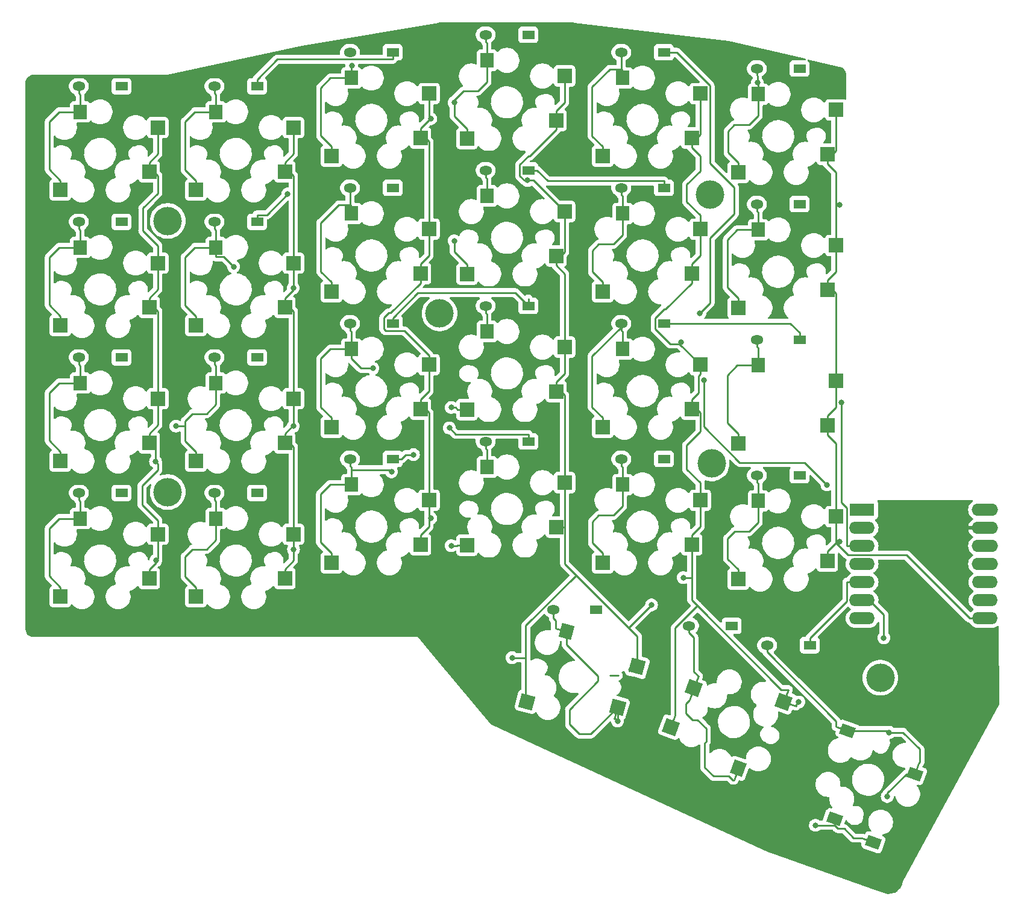
<source format=gbr>
%TF.GenerationSoftware,KiCad,Pcbnew,7.0.10*%
%TF.CreationDate,2024-03-21T20:23:32+01:00*%
%TF.ProjectId,duosync,64756f73-796e-4632-9e6b-696361645f70,rev?*%
%TF.SameCoordinates,Original*%
%TF.FileFunction,Copper,L2,Bot*%
%TF.FilePolarity,Positive*%
%FSLAX46Y46*%
G04 Gerber Fmt 4.6, Leading zero omitted, Abs format (unit mm)*
G04 Created by KiCad (PCBNEW 7.0.10) date 2024-03-21 20:23:32*
%MOMM*%
%LPD*%
G01*
G04 APERTURE LIST*
G04 Aperture macros list*
%AMRotRect*
0 Rectangle, with rotation*
0 The origin of the aperture is its center*
0 $1 length*
0 $2 width*
0 $3 Rotation angle, in degrees counterclockwise*
0 Add horizontal line*
21,1,$1,$2,0,0,$3*%
G04 Aperture macros list end*
%TA.AperFunction,SMDPad,CuDef*%
%ADD10R,2.000000X2.000000*%
%TD*%
%TA.AperFunction,SMDPad,CuDef*%
%ADD11R,1.900000X2.000000*%
%TD*%
%TA.AperFunction,ComponentPad*%
%ADD12R,1.778000X1.300000*%
%TD*%
%TA.AperFunction,ComponentPad*%
%ADD13O,1.778000X1.300000*%
%TD*%
%TA.AperFunction,ComponentPad*%
%ADD14R,3.500000X1.700000*%
%TD*%
%TA.AperFunction,ComponentPad*%
%ADD15O,3.600000X1.700000*%
%TD*%
%TA.AperFunction,ComponentPad*%
%ADD16O,3.700000X1.700000*%
%TD*%
%TA.AperFunction,ComponentPad*%
%ADD17C,0.500000*%
%TD*%
%TA.AperFunction,ComponentPad*%
%ADD18C,4.000000*%
%TD*%
%TA.AperFunction,SMDPad,CuDef*%
%ADD19RotRect,1.500000X2.000000X250.000000*%
%TD*%
%TA.AperFunction,SMDPad,CuDef*%
%ADD20RotRect,2.000000X2.000000X340.000000*%
%TD*%
%TA.AperFunction,SMDPad,CuDef*%
%ADD21RotRect,1.800000X2.000000X340.000000*%
%TD*%
%TA.AperFunction,SMDPad,CuDef*%
%ADD22RotRect,2.000000X2.000000X165.000000*%
%TD*%
%TA.AperFunction,SMDPad,CuDef*%
%ADD23RotRect,1.800000X2.000000X165.000000*%
%TD*%
%TA.AperFunction,ViaPad*%
%ADD24C,0.800000*%
%TD*%
%TA.AperFunction,Conductor*%
%ADD25C,0.250000*%
%TD*%
G04 APERTURE END LIST*
D10*
%TO.P,K42,1*%
%TO.N,Column 4*%
X158757200Y-53190100D03*
X157557200Y-59430100D03*
D11*
%TO.P,K42,2*%
%TO.N,Net-(D42-A)*%
X147857200Y-50990100D03*
D10*
X145057200Y-61970100D03*
%TD*%
D12*
%TO.P,D13,1,K*%
%TO.N,Row 3*%
X96507200Y-73679100D03*
D13*
%TO.P,D13,2,A*%
%TO.N,Net-(D13-A)*%
X90507200Y-73679100D03*
%TD*%
D10*
%TO.P,K54,1*%
%TO.N,Column 5*%
X177807000Y-93766100D03*
X176607000Y-100006100D03*
D11*
%TO.P,K54,2*%
%TO.N,Net-(D54-A)*%
X166907000Y-91566100D03*
D10*
X164107000Y-102546100D03*
%TD*%
D12*
%TO.P,D31,1,K*%
%TO.N,Row 1*%
X134607200Y-30816100D03*
D13*
%TO.P,D31,2,A*%
%TO.N,Net-(D31-A)*%
X128607200Y-30816100D03*
%TD*%
D10*
%TO.P,K41,1*%
%TO.N,Column 4*%
X158757200Y-34140100D03*
X157557200Y-40380100D03*
D11*
%TO.P,K41,2*%
%TO.N,Net-(D41-A)*%
X147857200Y-31940100D03*
D10*
X145057200Y-42920100D03*
%TD*%
D12*
%TO.P,D55,1,K*%
%TO.N,Row 5*%
X182232200Y-111398100D03*
D13*
%TO.P,D55,2,A*%
%TO.N,Net-(D55-A)*%
X176232200Y-111398100D03*
%TD*%
D14*
%TO.P,U1,1,PA02_A0_D0*%
%TO.N,Row 1*%
X200550000Y-95100000D03*
D15*
%TO.P,U1,2,PA4_A1_D1*%
%TO.N,Row 2*%
X200550000Y-97640000D03*
%TO.P,U1,3,PA10_A2_D2*%
%TO.N,Row 3*%
X200550000Y-100180000D03*
%TO.P,U1,4,PA11_A3_D3*%
%TO.N,Row 4*%
X200550000Y-102720000D03*
%TO.P,U1,5,PA8_A4_D4_SDA*%
%TO.N,Row 5*%
X200550000Y-105260000D03*
%TO.P,U1,6,PA9_A5_D5_SCL*%
%TO.N,Column 1*%
X200550000Y-107800000D03*
%TO.P,U1,7,PB08_A6_TX*%
%TO.N,Column 2*%
X200550000Y-110340000D03*
%TO.P,U1,8,PB09_D7_RX*%
%TO.N,Column 6*%
X217800000Y-110340000D03*
%TO.P,U1,9,PA7_A8_D8_SCK*%
%TO.N,Column 5*%
X217800000Y-107800000D03*
%TO.P,U1,10,PA5_A9_D9_MISO*%
%TO.N,Column 4*%
X217800000Y-105260000D03*
D16*
%TO.P,U1,11,PA6_A10_D10_MOSI*%
%TO.N,Column 3*%
X217800000Y-102720000D03*
%TO.P,U1,12,3V3*%
%TO.N,unconnected-(U1-3V3-Pad12)*%
X217800000Y-100180000D03*
%TO.P,U1,13,GND*%
%TO.N,ground*%
X217800000Y-97640000D03*
%TO.P,U1,14,5V*%
%TO.N,unconnected-(U1-5V-Pad14)*%
X217800000Y-95100000D03*
%TD*%
D10*
%TO.P,K34,1*%
%TO.N,Column 3*%
X139707200Y-93766100D03*
X138507200Y-100006100D03*
D11*
%TO.P,K34,2*%
%TO.N,Net-(D34-A)*%
X128807200Y-91566100D03*
D10*
X126007200Y-102546100D03*
%TD*%
%TO.P,K14,1*%
%TO.N,Column 1*%
X101607200Y-98529100D03*
X100407200Y-104769100D03*
D11*
%TO.P,K14,2*%
%TO.N,Net-(D14-A)*%
X90707200Y-96329100D03*
D10*
X87907200Y-107309100D03*
%TD*%
D12*
%TO.P,D33,1,K*%
%TO.N,Row 3*%
X134607200Y-68916100D03*
D13*
%TO.P,D33,2,A*%
%TO.N,Net-(D33-A)*%
X128607200Y-68916100D03*
%TD*%
D10*
%TO.P,K51,1*%
%TO.N,Column 5*%
X177807000Y-36616100D03*
X176607000Y-42856100D03*
D11*
%TO.P,K51,2*%
%TO.N,Net-(D51-A)*%
X166907000Y-34416100D03*
D10*
X164107000Y-45396100D03*
%TD*%
D12*
%TO.P,D34,1,K*%
%TO.N,Row 4*%
X134607200Y-87966100D03*
D13*
%TO.P,D34,2,A*%
%TO.N,Net-(D34-A)*%
X128607200Y-87966100D03*
%TD*%
D12*
%TO.P,D65,1,K*%
%TO.N,Row 5*%
X193193900Y-114136100D03*
D13*
%TO.P,D65,2,A*%
%TO.N,Net-(D65-A)*%
X187193900Y-114136100D03*
%TD*%
D17*
%TO.P,s2,1*%
%TO.N,N/C*%
X101500000Y-92600000D03*
X101940000Y-91540000D03*
X101940000Y-93660000D03*
X103000000Y-91100000D03*
D18*
X103000000Y-92600000D03*
D17*
X103000000Y-94100000D03*
X104060000Y-91540000D03*
X104060000Y-93660000D03*
X104500000Y-92600000D03*
%TD*%
D10*
%TO.P,K24,1*%
%TO.N,Column 2*%
X120657200Y-98529100D03*
X119457200Y-104769100D03*
D11*
%TO.P,K24,2*%
%TO.N,Net-(D24-A)*%
X109757200Y-96329100D03*
D10*
X106957200Y-107309100D03*
%TD*%
D17*
%TO.P,s4,1*%
%TO.N,N/C*%
X177700000Y-50800000D03*
X178140000Y-49740000D03*
X178140000Y-51860000D03*
X179200000Y-49300000D03*
D18*
X179200000Y-50800000D03*
D17*
X179200000Y-52300000D03*
X180260000Y-49740000D03*
X180260000Y-51860000D03*
X180700000Y-50800000D03*
%TD*%
D12*
%TO.P,D52,1,K*%
%TO.N,Row 2*%
X172707000Y-49866100D03*
D13*
%TO.P,D52,2,A*%
%TO.N,Net-(D52-A)*%
X166707000Y-49866100D03*
%TD*%
D10*
%TO.P,K44,1*%
%TO.N,Column 4*%
X158757200Y-91290100D03*
X157557200Y-97530100D03*
D11*
%TO.P,K44,2*%
%TO.N,Net-(D44-A)*%
X147857200Y-89090100D03*
D10*
X145057200Y-100070100D03*
%TD*%
D12*
%TO.P,D51,1,K*%
%TO.N,Row 1*%
X172707000Y-30816100D03*
D13*
%TO.P,D51,2,A*%
%TO.N,Net-(D51-A)*%
X166707000Y-30816100D03*
%TD*%
D10*
%TO.P,K52,1*%
%TO.N,Column 5*%
X177807000Y-55666100D03*
X176607000Y-61906100D03*
D11*
%TO.P,K52,2*%
%TO.N,Net-(D52-A)*%
X166907000Y-53466100D03*
D10*
X164107000Y-64446100D03*
%TD*%
%TO.P,K21,1*%
%TO.N,Column 2*%
X120657200Y-41379100D03*
X119457200Y-47619100D03*
D11*
%TO.P,K21,2*%
%TO.N,Net-(D21-A)*%
X109757200Y-39179100D03*
D10*
X106957200Y-50159100D03*
%TD*%
D19*
%TO.P,K65,1*%
%TO.N,Column 6*%
X196681344Y-138557279D03*
X202134602Y-141819115D03*
%TO.P,K65,2*%
%TO.N,Net-(D65-A)*%
X198501372Y-126130328D03*
X207964147Y-132234941D03*
%TD*%
D10*
%TO.P,K61,1*%
%TO.N,Column 6*%
X196857200Y-38902100D03*
X195657200Y-45142100D03*
D11*
%TO.P,K61,2*%
%TO.N,Net-(D61-A)*%
X185957200Y-36702100D03*
D10*
X183157200Y-47682100D03*
%TD*%
%TO.P,K11,1*%
%TO.N,Column 1*%
X101607200Y-41379100D03*
X100407200Y-47619100D03*
D11*
%TO.P,K11,2*%
%TO.N,Net-(D11-A)*%
X90707200Y-39179100D03*
D10*
X87907200Y-50159100D03*
%TD*%
%TO.P,K13,1*%
%TO.N,Column 1*%
X101607200Y-79479100D03*
X100407200Y-85719100D03*
D11*
%TO.P,K13,2*%
%TO.N,Net-(D13-A)*%
X90707200Y-77279100D03*
D10*
X87907200Y-88259100D03*
%TD*%
%TO.P,K33,1*%
%TO.N,Column 3*%
X139707200Y-74716100D03*
X138507200Y-80956100D03*
D11*
%TO.P,K33,2*%
%TO.N,Net-(D33-A)*%
X128807200Y-72516100D03*
D10*
X126007200Y-83496100D03*
%TD*%
%TO.P,K32,1*%
%TO.N,Column 3*%
X139707200Y-55666100D03*
X138507200Y-61906100D03*
D11*
%TO.P,K32,2*%
%TO.N,Net-(D32-A)*%
X128807200Y-53466100D03*
D10*
X126007200Y-64446100D03*
%TD*%
D17*
%TO.P,s1,1*%
%TO.N,N/C*%
X101500000Y-54500000D03*
X101940000Y-53440000D03*
X101940000Y-55560000D03*
X103000000Y-53000000D03*
D18*
X103000000Y-54500000D03*
D17*
X103000000Y-56000000D03*
X104060000Y-53440000D03*
X104060000Y-55560000D03*
X104500000Y-54500000D03*
%TD*%
D10*
%TO.P,K43,1*%
%TO.N,Column 4*%
X158757200Y-72240100D03*
X157557200Y-78480100D03*
D11*
%TO.P,K43,2*%
%TO.N,Net-(D43-A)*%
X147857200Y-70040100D03*
D10*
X145057200Y-81020100D03*
%TD*%
%TO.P,K23,1*%
%TO.N,Column 2*%
X120657200Y-79479100D03*
X119457200Y-85719100D03*
D11*
%TO.P,K23,2*%
%TO.N,Net-(D23-A)*%
X109757200Y-77279100D03*
D10*
X106957200Y-88259100D03*
%TD*%
D12*
%TO.P,D42,1,K*%
%TO.N,Row 2*%
X153657200Y-47390100D03*
D13*
%TO.P,D42,2,A*%
%TO.N,Net-(D42-A)*%
X147657200Y-47390100D03*
%TD*%
D12*
%TO.P,D54,1,K*%
%TO.N,Row 4*%
X172707000Y-87966100D03*
D13*
%TO.P,D54,2,A*%
%TO.N,Net-(D54-A)*%
X166707000Y-87966100D03*
%TD*%
D12*
%TO.P,D61,1,K*%
%TO.N,Row 1*%
X191757200Y-33102100D03*
D13*
%TO.P,D61,2,A*%
%TO.N,Net-(D61-A)*%
X185757200Y-33102100D03*
%TD*%
D10*
%TO.P,K22,1*%
%TO.N,Column 2*%
X120657200Y-60429100D03*
X119457200Y-66669100D03*
D11*
%TO.P,K22,2*%
%TO.N,Net-(D22-A)*%
X109757200Y-58229100D03*
D10*
X106957200Y-69209100D03*
%TD*%
D12*
%TO.P,D32,1,K*%
%TO.N,Row 2*%
X134607200Y-49866100D03*
D13*
%TO.P,D32,2,A*%
%TO.N,Net-(D32-A)*%
X128607200Y-49866100D03*
%TD*%
D12*
%TO.P,D14,1,K*%
%TO.N,Row 4*%
X96507200Y-92729100D03*
D13*
%TO.P,D14,2,A*%
%TO.N,Net-(D14-A)*%
X90507200Y-92729100D03*
%TD*%
D12*
%TO.P,D22,1,K*%
%TO.N,Row 2*%
X115557200Y-54629100D03*
D13*
%TO.P,D22,2,A*%
%TO.N,Net-(D22-A)*%
X109557200Y-54629100D03*
%TD*%
D17*
%TO.P,s6,1*%
%TO.N,N/C*%
X201600000Y-118700000D03*
X202040000Y-117640000D03*
X202040000Y-119760000D03*
X203100000Y-117200000D03*
D18*
X203100000Y-118700000D03*
D17*
X203100000Y-120200000D03*
X204160000Y-117640000D03*
X204160000Y-119760000D03*
X204600000Y-118700000D03*
%TD*%
D12*
%TO.P,D44,1,K*%
%TO.N,Row 4*%
X153657200Y-85490100D03*
D13*
%TO.P,D44,2,A*%
%TO.N,Net-(D44-A)*%
X147657200Y-85490100D03*
%TD*%
D10*
%TO.P,K53,1*%
%TO.N,Column 5*%
X177807000Y-74716100D03*
X176607000Y-80956100D03*
D11*
%TO.P,K53,2*%
%TO.N,Net-(D53-A)*%
X166907000Y-72516100D03*
D10*
X164107000Y-83496100D03*
%TD*%
D17*
%TO.P,s3,1*%
%TO.N,N/C*%
X139700000Y-67500000D03*
X140140000Y-66440000D03*
X140140000Y-68560000D03*
X141200000Y-66000000D03*
D18*
X141200000Y-67500000D03*
D17*
X141200000Y-69000000D03*
X142260000Y-66440000D03*
X142260000Y-68560000D03*
X142700000Y-67500000D03*
%TD*%
D12*
%TO.P,D23,1,K*%
%TO.N,Row 3*%
X115557200Y-73679100D03*
D13*
%TO.P,D23,2,A*%
%TO.N,Net-(D23-A)*%
X109557200Y-73679100D03*
%TD*%
D12*
%TO.P,D63,1,K*%
%TO.N,Row 3*%
X191757200Y-71202100D03*
D13*
%TO.P,D63,2,A*%
%TO.N,Net-(D63-A)*%
X185757200Y-71202100D03*
%TD*%
D10*
%TO.P,K31,1*%
%TO.N,Column 3*%
X139707200Y-36616100D03*
X138507200Y-42856100D03*
D11*
%TO.P,K31,2*%
%TO.N,Net-(D31-A)*%
X128807200Y-34416100D03*
D10*
X126007200Y-45396100D03*
%TD*%
D12*
%TO.P,D41,1,K*%
%TO.N,Row 1*%
X153657200Y-28340100D03*
D13*
%TO.P,D41,2,A*%
%TO.N,Net-(D41-A)*%
X147657200Y-28340100D03*
%TD*%
D10*
%TO.P,K12,1*%
%TO.N,Column 1*%
X101607200Y-60429100D03*
X100407200Y-66669100D03*
D11*
%TO.P,K12,2*%
%TO.N,Net-(D12-A)*%
X90707200Y-58229100D03*
D10*
X87907200Y-69209100D03*
%TD*%
D17*
%TO.P,s5,1*%
%TO.N,N/C*%
X177900000Y-88600000D03*
X178340000Y-87540000D03*
X178340000Y-89660000D03*
X179400000Y-87100000D03*
D18*
X179400000Y-88600000D03*
D17*
X179400000Y-90100000D03*
X180460000Y-87540000D03*
X180460000Y-89660000D03*
X180900000Y-88600000D03*
%TD*%
D12*
%TO.P,D53,1,K*%
%TO.N,Row 3*%
X172707000Y-68916100D03*
D13*
%TO.P,D53,2,A*%
%TO.N,Net-(D53-A)*%
X166707000Y-68916100D03*
%TD*%
D12*
%TO.P,D24,1,K*%
%TO.N,Row 4*%
X115557200Y-92729100D03*
D13*
%TO.P,D24,2,A*%
%TO.N,Net-(D24-A)*%
X109557200Y-92729100D03*
%TD*%
D10*
%TO.P,K64,1*%
%TO.N,Column 6*%
X196857200Y-96052100D03*
X195657200Y-102292100D03*
D11*
%TO.P,K64,2*%
%TO.N,Net-(D64-A)*%
X185957200Y-93852100D03*
D10*
X183157200Y-104832100D03*
%TD*%
D12*
%TO.P,D21,1,K*%
%TO.N,Row 1*%
X115557200Y-35579100D03*
D13*
%TO.P,D21,2,A*%
%TO.N,Net-(D21-A)*%
X109557200Y-35579100D03*
%TD*%
D10*
%TO.P,K63,1*%
%TO.N,Column 6*%
X196857200Y-77002100D03*
X195657200Y-83242100D03*
D11*
%TO.P,K63,2*%
%TO.N,Net-(D63-A)*%
X185957200Y-74802100D03*
D10*
X183157200Y-85782100D03*
%TD*%
D12*
%TO.P,D43,1,K*%
%TO.N,Row 3*%
X153657200Y-66440100D03*
D13*
%TO.P,D43,2,A*%
%TO.N,Net-(D43-A)*%
X147657200Y-66440100D03*
%TD*%
D12*
%TO.P,D11,1,K*%
%TO.N,Row 1*%
X96507200Y-35579100D03*
D13*
%TO.P,D11,2,A*%
%TO.N,Net-(D11-A)*%
X90507200Y-35579100D03*
%TD*%
D12*
%TO.P,D64,1,K*%
%TO.N,Row 4*%
X191757200Y-90252100D03*
D13*
%TO.P,D64,2,A*%
%TO.N,Net-(D64-A)*%
X185757200Y-90252100D03*
%TD*%
D12*
%TO.P,D62,1,K*%
%TO.N,Row 2*%
X191757200Y-52152100D03*
D13*
%TO.P,D62,2,A*%
%TO.N,Net-(D62-A)*%
X185757200Y-52152100D03*
%TD*%
D10*
%TO.P,K62,1*%
%TO.N,Column 6*%
X196857200Y-57952100D03*
X195657200Y-64192100D03*
D11*
%TO.P,K62,2*%
%TO.N,Net-(D62-A)*%
X185957200Y-55752100D03*
D10*
X183157200Y-66732100D03*
%TD*%
D12*
%TO.P,D12,1,K*%
%TO.N,Row 2*%
X96507200Y-54629100D03*
D13*
%TO.P,D12,2,A*%
%TO.N,Net-(D12-A)*%
X90507200Y-54629100D03*
%TD*%
D12*
%TO.P,D45,1,K*%
%TO.N,Row 5*%
X163182200Y-109112100D03*
D13*
%TO.P,D45,2,A*%
%TO.N,Net-(D45-A)*%
X157182200Y-109112100D03*
%TD*%
D20*
%TO.P,K55,1*%
%TO.N,Column 5*%
X189547141Y-122068574D03*
X173670415Y-125633400D03*
D21*
%TO.P,K55,2*%
%TO.N,Net-(D55-A)*%
X183160620Y-131428743D03*
D20*
X176932252Y-120180142D03*
%TD*%
D22*
%TO.P,K45,1*%
%TO.N,Column 4*%
X153458215Y-122069617D03*
X168963830Y-117134609D03*
D23*
%TO.P,K45,2*%
%TO.N,Net-(D45-A)*%
X159004640Y-112188444D03*
D22*
X166189688Y-122851403D03*
%TD*%
D24*
%TO.N,Column 1*%
X203600000Y-113100000D03*
X101286200Y-88300500D03*
X101336200Y-102222200D03*
%TO.N,Column 2*%
X120646900Y-63924100D03*
X120646900Y-83341300D03*
X120671900Y-100644300D03*
%TO.N,Column 6*%
X193989600Y-139432600D03*
X197353200Y-99594900D03*
X197361500Y-52269600D03*
%TO.N,Column 5*%
X175416900Y-104630800D03*
X191661500Y-122110900D03*
X175121900Y-71526000D03*
%TO.N,Column 4*%
X153554800Y-48816600D03*
X170965400Y-108456000D03*
X151393900Y-115881400D03*
%TO.N,Column 3*%
X139957700Y-96283200D03*
X139957700Y-40134200D03*
%TO.N,Row 1*%
X195617600Y-91599100D03*
X178299200Y-76860200D03*
X177751600Y-67458900D03*
%TO.N,Row 2*%
X119844700Y-50724500D03*
%TO.N,Row 3*%
X197671600Y-79984000D03*
%TO.N,Row 4*%
X142567800Y-83599700D03*
X137513000Y-87345000D03*
%TO.N,Net-(D22-A)*%
X112250900Y-60929100D03*
%TO.N,Net-(D23-A)*%
X104161200Y-83341300D03*
%TO.N,Net-(D61-A)*%
X185836300Y-35077600D03*
%TO.N,Net-(D31-A)*%
X128857200Y-32667000D03*
%TO.N,Net-(D33-A)*%
X131822400Y-75216100D03*
%TO.N,Net-(D34-A)*%
X134437300Y-89748100D03*
%TO.N,Net-(D41-A)*%
X143239100Y-37877700D03*
%TO.N,Net-(D42-A)*%
X143256300Y-57300700D03*
%TO.N,Net-(D43-A)*%
X142832700Y-80720200D03*
%TO.N,Net-(D44-A)*%
X142834300Y-100144800D03*
%TO.N,Net-(D45-A)*%
X166199100Y-124795400D03*
%TO.N,Net-(D65-A)*%
X204079100Y-135395000D03*
X204356000Y-126383200D03*
%TO.N,ground*%
X207600000Y-104800000D03*
X207900000Y-110200000D03*
%TD*%
D25*
%TO.N,Column 1*%
X100407200Y-85055600D02*
X101286200Y-85934600D01*
X101607200Y-96607200D02*
X99400000Y-94400000D01*
X101607200Y-67205600D02*
X101607200Y-79479100D01*
X101607200Y-58007200D02*
X99500000Y-55900000D01*
X101607200Y-60429100D02*
X101607200Y-58007200D01*
X99500000Y-52707200D02*
X101607200Y-50600000D01*
X100407200Y-46292200D02*
X101607200Y-45092200D01*
X99400000Y-94400000D02*
X99400000Y-91707200D01*
X101607200Y-83192200D02*
X101607200Y-79479100D01*
X101607200Y-101951200D02*
X101607200Y-98529100D01*
X100407200Y-84392200D02*
X101607200Y-83192200D01*
X101336200Y-102222200D02*
X101607200Y-101951200D01*
X101607200Y-64142200D02*
X101607200Y-60429100D01*
X101607200Y-48155600D02*
X101607200Y-50600000D01*
X100407200Y-46955600D02*
X100407200Y-46292200D01*
X101607200Y-45092200D02*
X101607200Y-41379100D01*
X100407200Y-66669100D02*
X100407200Y-66005600D01*
X100407200Y-104769100D02*
X100407200Y-103442200D01*
X100407200Y-47619100D02*
X100407200Y-46955600D01*
X101286200Y-85934600D02*
X101286200Y-88300500D01*
X100407200Y-66005600D02*
X100407200Y-65342200D01*
X99400000Y-91707200D02*
X101607200Y-89500000D01*
X100407200Y-66005600D02*
X101607200Y-67205600D01*
X100407200Y-85055600D02*
X100407200Y-84392200D01*
X100407200Y-103442200D02*
X101336200Y-102513200D01*
X101607200Y-88621500D02*
X101607200Y-89500000D01*
X101286200Y-88300500D02*
X101607200Y-88621500D01*
X101336200Y-102513200D02*
X101336200Y-102222200D01*
X99500000Y-55900000D02*
X99500000Y-52707200D01*
X203600000Y-113100000D02*
X203600000Y-109850000D01*
X100407200Y-46955600D02*
X101607200Y-48155600D01*
X203600000Y-109850000D02*
X201550000Y-107800000D01*
X100407200Y-85719100D02*
X100407200Y-85055600D01*
X101607200Y-98529100D02*
X101607200Y-96607200D01*
X100407200Y-65342200D02*
X101607200Y-64142200D01*
%TO.N,Column 2*%
X119457200Y-85055600D02*
X120657200Y-86255600D01*
X119457200Y-85719100D02*
X119457200Y-85055600D01*
X120657200Y-48155600D02*
X120657200Y-60429100D01*
X119457200Y-66005600D02*
X120657200Y-67205600D01*
X119457200Y-47619100D02*
X119457200Y-46955600D01*
X120657200Y-67205600D02*
X120657200Y-79479100D01*
X120508100Y-83341300D02*
X120646900Y-83341300D01*
X120646900Y-63924100D02*
X120657200Y-63913800D01*
X120657200Y-63913800D02*
X120657200Y-60429100D01*
X119457200Y-85055600D02*
X119457200Y-84392200D01*
X120646900Y-64152500D02*
X120646900Y-63924100D01*
X120657200Y-102242200D02*
X120657200Y-100644300D01*
X119457200Y-66669100D02*
X119457200Y-66005600D01*
X120671900Y-100644300D02*
X120657200Y-100644300D01*
X120657200Y-100644300D02*
X120657200Y-98529100D01*
X120657200Y-79479100D02*
X120657200Y-80806000D01*
X119457200Y-46292200D02*
X120657200Y-45092200D01*
X119457200Y-65342200D02*
X120646900Y-64152500D01*
X120657200Y-86255600D02*
X120657200Y-98529100D01*
X120646900Y-80816300D02*
X120657200Y-80806000D01*
X119457200Y-104769100D02*
X119457200Y-103442200D01*
X119457200Y-84392200D02*
X120508100Y-83341300D01*
X119457200Y-66005600D02*
X119457200Y-65342200D01*
X120657200Y-45092200D02*
X120657200Y-41379100D01*
X119457200Y-46955600D02*
X120657200Y-48155600D01*
X119457200Y-103442200D02*
X120657200Y-102242200D01*
X119457200Y-46955600D02*
X119457200Y-46292200D01*
X120646900Y-83341300D02*
X120646900Y-80816300D01*
%TO.N,Column 6*%
X200519300Y-141231200D02*
X200519300Y-141231300D01*
X197143000Y-139894300D02*
X196681300Y-139432600D01*
X206783100Y-101450000D02*
X215673100Y-110340000D01*
X196857200Y-96052100D02*
X196857200Y-94725200D01*
X195657200Y-100965200D02*
X196857200Y-99765200D01*
X199355300Y-141231300D02*
X198018300Y-139894300D01*
X195657200Y-45142100D02*
X195657200Y-45805500D01*
X196857200Y-64728600D02*
X196857200Y-77002100D01*
X196857200Y-99594900D02*
X196857200Y-96052100D01*
X195657200Y-63528600D02*
X196857200Y-64728600D01*
X196857200Y-61665200D02*
X196857200Y-57952100D01*
X195657200Y-84569000D02*
X196857200Y-85769000D01*
X196857200Y-77002100D02*
X196857200Y-80715200D01*
X195657200Y-64192100D02*
X195657200Y-63528600D01*
X195657200Y-102292100D02*
X195657200Y-100965200D01*
X196681300Y-139432600D02*
X196681300Y-138557300D01*
X196857200Y-47669000D02*
X195657200Y-46469000D01*
X196857200Y-85769000D02*
X196857200Y-94725200D01*
X197353200Y-99594900D02*
X196857200Y-99594900D01*
X195657200Y-63528600D02*
X195657200Y-62865200D01*
X196857200Y-52269600D02*
X196857200Y-47669000D01*
X196857200Y-99765200D02*
X198542000Y-101450000D01*
X198018300Y-139894300D02*
X197143000Y-139894300D01*
X197361500Y-52269600D02*
X196857200Y-52269600D01*
X196857200Y-99765200D02*
X196857200Y-99594900D01*
X195657200Y-83242100D02*
X195657200Y-81915200D01*
X196857200Y-44605500D02*
X196857200Y-38902100D01*
X216800000Y-110340000D02*
X215673100Y-110340000D01*
X202134600Y-141819100D02*
X200519300Y-141231200D01*
X195657200Y-83242100D02*
X195657200Y-84569000D01*
X196681300Y-139432600D02*
X193989600Y-139432600D01*
X195657200Y-45805500D02*
X196857200Y-44605500D01*
X196857200Y-80715200D02*
X195657200Y-81915200D01*
X200519300Y-141231300D02*
X199355300Y-141231300D01*
X198542000Y-101450000D02*
X206783100Y-101450000D01*
X195657200Y-62865200D02*
X196857200Y-61665200D01*
X196857200Y-57952100D02*
X196857200Y-52269600D01*
X195657200Y-45805500D02*
X195657200Y-46469000D01*
%TO.N,Column 5*%
X174289300Y-123932600D02*
X174289300Y-111714700D01*
X189199600Y-120367800D02*
X190166100Y-120367800D01*
X177417900Y-108586100D02*
X176607000Y-107775200D01*
X174289300Y-111714700D02*
X177417900Y-108586100D01*
X177807000Y-91307000D02*
X175900000Y-89400000D01*
X171491100Y-69701700D02*
X171491100Y-68130700D01*
X176607000Y-42856100D02*
X176607000Y-43519500D01*
X177807000Y-76043000D02*
X177572300Y-76277700D01*
X176607000Y-60579200D02*
X177807000Y-59379200D01*
X172732100Y-66889700D02*
X172950300Y-66889700D01*
X173567900Y-71778500D02*
X171491100Y-69701700D01*
X177807000Y-59379200D02*
X177807000Y-55666100D01*
X176607000Y-80956100D02*
X176607000Y-80292600D01*
X189547100Y-122068600D02*
X190166100Y-120367800D01*
X176607000Y-80292600D02*
X177807000Y-81492600D01*
X177807000Y-74716100D02*
X177807000Y-76043000D01*
X175900000Y-86007000D02*
X177807000Y-84100000D01*
X177807000Y-53707000D02*
X175900000Y-51800000D01*
X176607000Y-61906100D02*
X176607000Y-63233000D01*
X175121900Y-71526000D02*
X174869400Y-71778500D01*
X177417900Y-108586100D02*
X189199600Y-120367800D01*
X176607000Y-100006100D02*
X176607000Y-101333000D01*
X177807000Y-93766100D02*
X177807000Y-91307000D01*
X191248000Y-122524400D02*
X191248000Y-122687600D01*
X174289400Y-123932600D02*
X174289300Y-123932600D01*
X177807000Y-81492600D02*
X177807000Y-84100000D01*
X176607000Y-43519500D02*
X176607000Y-44183000D01*
X175900000Y-49407000D02*
X177807000Y-47500000D01*
X174869400Y-71778500D02*
X173567900Y-71778500D01*
X173670400Y-125633400D02*
X174289400Y-123932600D01*
X176607000Y-104630800D02*
X176607000Y-101333000D01*
X177807000Y-55666100D02*
X177807000Y-53707000D01*
X175900000Y-51800000D02*
X175900000Y-49407000D01*
X177807000Y-74716100D02*
X174869400Y-71778500D01*
X176607000Y-61906100D02*
X176607000Y-60579200D01*
X191661500Y-122110900D02*
X191248000Y-122524400D01*
X189547100Y-122068600D02*
X191248000Y-122687600D01*
X176607000Y-100006100D02*
X176607000Y-98679200D01*
X176607000Y-104630800D02*
X175416900Y-104630800D01*
X176607000Y-44183000D02*
X177807000Y-45383000D01*
X175900000Y-89400000D02*
X175900000Y-86007000D01*
X172950300Y-66889700D02*
X176607000Y-63233000D01*
X171491100Y-68130700D02*
X172732100Y-66889700D01*
X176607000Y-43519500D02*
X177807000Y-42319500D01*
X177807000Y-93766100D02*
X177807000Y-97479200D01*
X177807000Y-42319500D02*
X177807000Y-36616100D01*
X177572300Y-78663900D02*
X176607000Y-79629200D01*
X176607000Y-80292600D02*
X176607000Y-79629200D01*
X177807000Y-97479200D02*
X176607000Y-98679200D01*
X176607000Y-107775200D02*
X176607000Y-104630800D01*
X177572300Y-76277700D02*
X177572300Y-78663900D01*
X177807000Y-45383000D02*
X177807000Y-47500000D01*
%TO.N,Column 4*%
X157557200Y-59430100D02*
X157557200Y-60093500D01*
X157557200Y-60093500D02*
X157557200Y-60757000D01*
X153554800Y-48816600D02*
X153082200Y-48816600D01*
X158757200Y-79016600D02*
X158757200Y-91290100D01*
X157557200Y-77816600D02*
X158757200Y-79016600D01*
X158757200Y-75953200D02*
X157557200Y-77153200D01*
X153305400Y-121916800D02*
X153305400Y-115881400D01*
X153305400Y-111366600D02*
X160378000Y-104294000D01*
X153305400Y-115881400D02*
X151393900Y-115881400D01*
X157557200Y-77816600D02*
X157557200Y-77153200D01*
X168963830Y-117134609D02*
X168963830Y-114500030D01*
X158757200Y-61957000D02*
X157557200Y-60757000D01*
X165109300Y-118409200D02*
X166292700Y-118409200D01*
X170965400Y-108456000D02*
X167752700Y-111668700D01*
X153682300Y-45363700D02*
X153900500Y-45363700D01*
X168963800Y-114666700D02*
X168963800Y-114500000D01*
X153082200Y-48816600D02*
X152441300Y-48175700D01*
X153900500Y-45363700D02*
X157557200Y-41707000D01*
X157557200Y-78480100D02*
X157557200Y-77816600D01*
X152441300Y-46604700D02*
X153682300Y-45363700D01*
X167731800Y-117507200D02*
X168046400Y-117192600D01*
X160378000Y-104294000D02*
X158757200Y-102673200D01*
X158757200Y-102673200D02*
X158757200Y-97530100D01*
X168963800Y-112879800D02*
X167752700Y-111668700D01*
X157557200Y-40380100D02*
X157557200Y-39053200D01*
X168963830Y-114500030D02*
X168963800Y-114500000D01*
X154383700Y-48816600D02*
X153554800Y-48816600D01*
X152441300Y-48175700D02*
X152441300Y-46604700D01*
X153458200Y-122069600D02*
X153305400Y-121916800D01*
X157557200Y-60093500D02*
X158757200Y-58893500D01*
X158757200Y-53190100D02*
X154383700Y-48816600D01*
X158757200Y-72240100D02*
X158757200Y-61957000D01*
X158757200Y-34140100D02*
X158757200Y-37853200D01*
X167864100Y-117789900D02*
X167864100Y-117639600D01*
X157557200Y-40380100D02*
X157557200Y-41707000D01*
X168963800Y-114500000D02*
X168963800Y-112879800D01*
X158757200Y-37853200D02*
X157557200Y-39053200D01*
X158757200Y-58893500D02*
X158757200Y-53190100D01*
X167864100Y-117639600D02*
X167731800Y-117507200D01*
X153305400Y-115881400D02*
X153305400Y-111366600D01*
X158757200Y-72240100D02*
X158757200Y-75953200D01*
X157557200Y-97530100D02*
X158757200Y-97530100D01*
X167752700Y-111668700D02*
X160378000Y-104294000D01*
X158757200Y-97530100D02*
X158757200Y-91290100D01*
%TO.N,Column 3*%
X133354800Y-69691600D02*
X133354800Y-68098000D01*
X138507200Y-61669300D02*
X138507200Y-61906100D01*
X138507200Y-79629200D02*
X139707200Y-78429200D01*
X133354800Y-68098000D02*
X134036300Y-67416500D01*
X139707200Y-40134200D02*
X139707200Y-36616100D01*
X136265700Y-69947700D02*
X133610900Y-69947700D01*
X138507200Y-60579200D02*
X139707200Y-59379200D01*
X138507200Y-42856100D02*
X138507200Y-42192600D01*
X139707200Y-40329200D02*
X139707200Y-40134200D01*
X139707200Y-43392600D02*
X139707200Y-55666100D01*
X138507200Y-80292600D02*
X139707200Y-81492600D01*
X138507200Y-61669300D02*
X138507200Y-60579200D01*
X139707200Y-96283200D02*
X139957700Y-96283200D01*
X133610900Y-69947700D02*
X133354800Y-69691600D01*
X138507200Y-42192600D02*
X139707200Y-43392600D01*
X139707200Y-73389200D02*
X136265700Y-69947700D01*
X139957700Y-40134200D02*
X139707200Y-40134200D01*
X139707200Y-78429200D02*
X139707200Y-74716100D01*
X138507200Y-41529200D02*
X139707200Y-40329200D01*
X139707200Y-74716100D02*
X139707200Y-73389200D01*
X138507200Y-61906100D02*
X138507200Y-63233000D01*
X139707200Y-97479200D02*
X139707200Y-96283200D01*
X138507200Y-80956100D02*
X138507200Y-80292600D01*
X139707200Y-81492600D02*
X139707200Y-93766100D01*
X138507200Y-100006100D02*
X138507200Y-98679200D01*
X138507200Y-80292600D02*
X138507200Y-79629200D01*
X139707200Y-96283200D02*
X139707200Y-93766100D01*
X138507200Y-98679200D02*
X139707200Y-97479200D01*
X138507200Y-42192600D02*
X138507200Y-41529200D01*
X134323700Y-67416500D02*
X138507200Y-63233000D01*
X134036300Y-67416500D02*
X134323700Y-67416500D01*
X139707200Y-59379200D02*
X139707200Y-55666100D01*
%TO.N,Row 1*%
X179190600Y-56900500D02*
X179190600Y-66019900D01*
X115557200Y-35579100D02*
X115557200Y-34602200D01*
X179190600Y-46365500D02*
X182600000Y-49774900D01*
X192463900Y-88445400D02*
X183353500Y-88445400D01*
X178299200Y-83391100D02*
X178299200Y-76860200D01*
X182600000Y-49774900D02*
X182600000Y-53491100D01*
X179190600Y-66019900D02*
X177751600Y-67458900D01*
X174504800Y-30816100D02*
X179190600Y-35501900D01*
X183353500Y-88445400D02*
X178299200Y-83391100D01*
X182600000Y-53491100D02*
X179190600Y-56900500D01*
X179190600Y-35501900D02*
X179190600Y-46365500D01*
X134607200Y-30816100D02*
X134607200Y-31793000D01*
X172707000Y-30816100D02*
X174504800Y-30816100D01*
X118366400Y-31793000D02*
X134607200Y-31793000D01*
X195617600Y-91599100D02*
X192463900Y-88445400D01*
X115557200Y-34602200D02*
X118366400Y-31793000D01*
%TO.N,Row 2*%
X156372200Y-48889200D02*
X172707000Y-48889200D01*
X115557200Y-54629100D02*
X115557200Y-53652200D01*
X154873100Y-47390100D02*
X156372200Y-48889200D01*
X172707000Y-49866100D02*
X172707000Y-48889200D01*
X115557200Y-53652200D02*
X116917000Y-53652200D01*
X153657200Y-47390100D02*
X154873100Y-47390100D01*
X116917000Y-53652200D02*
X119844700Y-50724500D01*
%TO.N,Row 3*%
X201550000Y-100180000D02*
X198423100Y-100180000D01*
X197671600Y-94058200D02*
X197671600Y-79984000D01*
X191757200Y-71202100D02*
X191757200Y-70225200D01*
X134607200Y-68916100D02*
X134607200Y-68126400D01*
X190448100Y-68916100D02*
X191757200Y-70225200D01*
X172707000Y-68916100D02*
X190448100Y-68916100D01*
X198423100Y-100180000D02*
X198423100Y-94809700D01*
X153657200Y-66440100D02*
X153657200Y-65463200D01*
X134607200Y-68126400D02*
X138133600Y-64600000D01*
X198423100Y-94809700D02*
X197671600Y-94058200D01*
X151817100Y-64600000D02*
X153657200Y-66440100D01*
X138133600Y-64600000D02*
X151817100Y-64600000D01*
%TO.N,Row 4*%
X153657200Y-85490100D02*
X153657200Y-84513200D01*
X153657200Y-84513200D02*
X143481300Y-84513200D01*
X136444200Y-87345000D02*
X135823100Y-87966100D01*
X143481300Y-84513200D02*
X142567800Y-83599700D01*
X134607200Y-87966100D02*
X135823100Y-87966100D01*
X137513000Y-87345000D02*
X136444200Y-87345000D01*
%TO.N,Row 5*%
X198423100Y-107930000D02*
X193193900Y-113159200D01*
X193193900Y-114136100D02*
X193193900Y-113159200D01*
X198423100Y-105260000D02*
X198423100Y-107930000D01*
X201550000Y-105260000D02*
X198423100Y-105260000D01*
%TO.N,Net-(D11-A)*%
X86365600Y-47290600D02*
X86365600Y-40553100D01*
X87907200Y-48832200D02*
X86365600Y-47290600D01*
X90507200Y-36556000D02*
X90707200Y-36756000D01*
X86365600Y-40553100D02*
X87739600Y-39179100D01*
X87907200Y-50159100D02*
X87907200Y-48832200D01*
X90707200Y-36756000D02*
X90707200Y-39179100D01*
X90507200Y-35579100D02*
X90507200Y-36556000D01*
X87739600Y-39179100D02*
X90707200Y-39179100D01*
%TO.N,Net-(D12-A)*%
X90507200Y-55606000D02*
X90707200Y-55806000D01*
X87907200Y-69209100D02*
X87907200Y-67882200D01*
X90707200Y-55806000D02*
X90707200Y-58229100D01*
X87739600Y-58229100D02*
X90707200Y-58229100D01*
X87907200Y-67882200D02*
X86365600Y-66340600D01*
X90507200Y-54629100D02*
X90507200Y-55606000D01*
X86365600Y-66340600D02*
X86365600Y-59603100D01*
X86365600Y-59603100D02*
X87739600Y-58229100D01*
%TO.N,Net-(D13-A)*%
X90707200Y-74856000D02*
X90707200Y-77279100D01*
X86365600Y-78653100D02*
X87739600Y-77279100D01*
X87907200Y-86932200D02*
X86365600Y-85390600D01*
X87907200Y-88259100D02*
X87907200Y-86932200D01*
X90507200Y-73679100D02*
X90507200Y-74656000D01*
X90507200Y-74656000D02*
X90707200Y-74856000D01*
X86365600Y-85390600D02*
X86365600Y-78653100D01*
X87739600Y-77279100D02*
X90707200Y-77279100D01*
%TO.N,Net-(D14-A)*%
X86365600Y-97703100D02*
X87739600Y-96329100D01*
X90707200Y-93906000D02*
X90707200Y-96329100D01*
X90507200Y-92729100D02*
X90507200Y-93706000D01*
X87907200Y-105982200D02*
X86365600Y-104440600D01*
X87739600Y-96329100D02*
X90707200Y-96329100D01*
X87907200Y-107309100D02*
X87907200Y-105982200D01*
X90507200Y-93706000D02*
X90707200Y-93906000D01*
X86365600Y-104440600D02*
X86365600Y-97703100D01*
%TO.N,Net-(D51-A)*%
X166707000Y-31793000D02*
X166707000Y-33204500D01*
X166907000Y-33404500D02*
X166707000Y-33204500D01*
X165104800Y-33204500D02*
X162626900Y-35682400D01*
X162626900Y-42589100D02*
X164107000Y-44069200D01*
X166707000Y-30816100D02*
X166707000Y-31793000D01*
X166907000Y-34416100D02*
X166907000Y-33404500D01*
X166707000Y-33204500D02*
X165104800Y-33204500D01*
X162626900Y-35682400D02*
X162626900Y-42589100D01*
X164107000Y-45396100D02*
X164107000Y-44069200D01*
%TO.N,Net-(D52-A)*%
X163556400Y-57791000D02*
X162668600Y-58678800D01*
X162668600Y-61680800D02*
X164107000Y-63119200D01*
X165599600Y-57791000D02*
X163556400Y-57791000D01*
X166707000Y-49866100D02*
X166707000Y-50843000D01*
X164107000Y-64446100D02*
X164107000Y-63119200D01*
X166707000Y-50843000D02*
X166907000Y-51043000D01*
X166907000Y-51043000D02*
X166907000Y-53466100D01*
X166907000Y-53466100D02*
X166907000Y-56483600D01*
X162668600Y-58678800D02*
X162668600Y-61680800D01*
X166907000Y-56483600D02*
X165599600Y-57791000D01*
%TO.N,Net-(D21-A)*%
X109557200Y-36556000D02*
X109757200Y-36756000D01*
X106957200Y-48832200D02*
X105454500Y-47329500D01*
X105454500Y-47329500D02*
X105454500Y-40536200D01*
X106811600Y-39179100D02*
X109757200Y-39179100D01*
X106957200Y-50159100D02*
X106957200Y-48832200D01*
X109757200Y-36756000D02*
X109757200Y-39179100D01*
X109557200Y-35579100D02*
X109557200Y-36556000D01*
X105454500Y-40536200D02*
X106811600Y-39179100D01*
%TO.N,Net-(D22-A)*%
X106811600Y-58229100D02*
X109757200Y-58229100D01*
X109757200Y-55806000D02*
X109757200Y-58229100D01*
X109557200Y-55606000D02*
X109757200Y-55806000D01*
X106957200Y-67882200D02*
X105454500Y-66379500D01*
X109757200Y-58229100D02*
X109757200Y-59556000D01*
X109757200Y-59556000D02*
X110877800Y-59556000D01*
X109557200Y-54629100D02*
X109557200Y-55606000D01*
X105454500Y-59586200D02*
X106811600Y-58229100D01*
X110877800Y-59556000D02*
X112250900Y-60929100D01*
X105454500Y-66379500D02*
X105454500Y-59586200D01*
X106957200Y-69209100D02*
X106957200Y-67882200D01*
%TO.N,Net-(D23-A)*%
X105470600Y-83341300D02*
X105470600Y-85445600D01*
X106470900Y-81604000D02*
X105470600Y-82604300D01*
X109557200Y-74656000D02*
X109757200Y-74856000D01*
X109757200Y-77279100D02*
X109757200Y-80296600D01*
X105470600Y-85445600D02*
X106957200Y-86932200D01*
X108449800Y-81604000D02*
X106470900Y-81604000D01*
X105470600Y-82604300D02*
X105470600Y-83341300D01*
X109757200Y-74856000D02*
X109757200Y-77279100D01*
X109757200Y-80296600D02*
X108449800Y-81604000D01*
X106957200Y-88259100D02*
X106957200Y-86932200D01*
X109557200Y-73679100D02*
X109557200Y-74656000D01*
X105470600Y-83341300D02*
X104161200Y-83341300D01*
%TO.N,Net-(D24-A)*%
X109557200Y-92729100D02*
X109557200Y-93706000D01*
X106957200Y-107309100D02*
X106957200Y-105982200D01*
X109757200Y-96329100D02*
X109757200Y-99346600D01*
X108449800Y-100654000D02*
X106470900Y-100654000D01*
X109757200Y-93906000D02*
X109757200Y-96329100D01*
X106470900Y-100654000D02*
X105470600Y-101654300D01*
X109757200Y-99346600D02*
X108449800Y-100654000D01*
X109557200Y-93706000D02*
X109757200Y-93906000D01*
X105470600Y-101654300D02*
X105470600Y-104495600D01*
X105470600Y-104495600D02*
X106957200Y-105982200D01*
%TO.N,Net-(D53-A)*%
X162626900Y-80689100D02*
X164107000Y-82169200D01*
X166707000Y-68916100D02*
X166707000Y-69404500D01*
X164107000Y-83496100D02*
X164107000Y-82169200D01*
X166907000Y-70093000D02*
X166907000Y-72516100D01*
X162626900Y-73484600D02*
X162626900Y-80689100D01*
X166707000Y-69404500D02*
X166707000Y-69893000D01*
X166707000Y-69404500D02*
X162626900Y-73484600D01*
X166707000Y-69893000D02*
X166907000Y-70093000D01*
%TO.N,Net-(D61-A)*%
X184649800Y-41027000D02*
X182606600Y-41027000D01*
X181718700Y-41914900D02*
X181718700Y-44916700D01*
X182606600Y-41027000D02*
X181718700Y-41914900D01*
X185757200Y-34079000D02*
X185836300Y-34158100D01*
X181718700Y-44916700D02*
X183157200Y-46355200D01*
X185836300Y-34158100D02*
X185836300Y-35077600D01*
X185957200Y-39719600D02*
X184649800Y-41027000D01*
X185957200Y-36702100D02*
X185957200Y-39719600D01*
X185836300Y-35077600D02*
X185957200Y-35198500D01*
X185957200Y-35198500D02*
X185957200Y-36702100D01*
X183157200Y-47682100D02*
X183157200Y-46355200D01*
X185757200Y-33102100D02*
X185757200Y-34079000D01*
%TO.N,Net-(D31-A)*%
X128807200Y-34416100D02*
X125854000Y-34416100D01*
X126007200Y-45396100D02*
X126007200Y-44069200D01*
X124485100Y-35785000D02*
X124485100Y-42547100D01*
X128807200Y-32717000D02*
X128807200Y-34416100D01*
X124485100Y-42547100D02*
X126007200Y-44069200D01*
X125854000Y-34416100D02*
X124485100Y-35785000D01*
X128857200Y-32667000D02*
X128807200Y-32717000D01*
%TO.N,Net-(D32-A)*%
X128807200Y-52454500D02*
X128607200Y-52254500D01*
X128607200Y-49866100D02*
X128607200Y-50843000D01*
X124498000Y-61610000D02*
X126007200Y-63119200D01*
X128607200Y-50843000D02*
X128607200Y-52254500D01*
X126007200Y-64446100D02*
X126007200Y-63119200D01*
X128607200Y-52254500D02*
X127029700Y-52254500D01*
X124498000Y-54786200D02*
X124498000Y-61610000D01*
X127029700Y-52254500D02*
X124498000Y-54786200D01*
X128807200Y-53466100D02*
X128807200Y-52454500D01*
%TO.N,Net-(D33-A)*%
X125858400Y-72516100D02*
X128807200Y-72516100D01*
X124501500Y-73873000D02*
X125858400Y-72516100D01*
X128807200Y-70093000D02*
X128807200Y-72516100D01*
X130180300Y-75216100D02*
X131822400Y-75216100D01*
X128807200Y-73843000D02*
X130180300Y-75216100D01*
X126007200Y-83496100D02*
X126007200Y-82169200D01*
X128807200Y-72516100D02*
X128807200Y-73843000D01*
X124501500Y-80663500D02*
X124501500Y-73873000D01*
X128607200Y-69893000D02*
X128807200Y-70093000D01*
X128607200Y-68916100D02*
X128607200Y-69893000D01*
X126007200Y-82169200D02*
X124501500Y-80663500D01*
%TO.N,Net-(D34-A)*%
X126007200Y-102546100D02*
X126007200Y-101219200D01*
X128807200Y-89143000D02*
X128807200Y-89460800D01*
X128807200Y-89460800D02*
X134150000Y-89460800D01*
X125810100Y-91566100D02*
X128807200Y-91566100D01*
X126007200Y-101219200D02*
X124463800Y-99675800D01*
X128807200Y-89460800D02*
X128807200Y-91566100D01*
X124463800Y-99675800D02*
X124463800Y-92912400D01*
X124463800Y-92912400D02*
X125810100Y-91566100D01*
X134150000Y-89460800D02*
X134437300Y-89748100D01*
X128607200Y-87966100D02*
X128607200Y-88943000D01*
X128607200Y-88943000D02*
X128807200Y-89143000D01*
%TO.N,Net-(D62-A)*%
X183157200Y-66732100D02*
X183157200Y-65405200D01*
X181615600Y-57125700D02*
X182989200Y-55752100D01*
X185757200Y-52152100D02*
X185757200Y-53129000D01*
X185757200Y-53129000D02*
X185957200Y-53329000D01*
X185957200Y-53329000D02*
X185957200Y-55752100D01*
X181615600Y-63863600D02*
X181615600Y-57125700D01*
X182989200Y-55752100D02*
X185957200Y-55752100D01*
X183157200Y-65405200D02*
X181615600Y-63863600D01*
%TO.N,Net-(D63-A)*%
X185757200Y-71202100D02*
X185757200Y-72179000D01*
X181615600Y-76175400D02*
X182988900Y-74802100D01*
X182988900Y-74802100D02*
X185957200Y-74802100D01*
X183157200Y-84455200D02*
X181615600Y-82913600D01*
X181615600Y-82913600D02*
X181615600Y-76175400D01*
X185957200Y-72379000D02*
X185957200Y-74802100D01*
X185757200Y-72179000D02*
X185957200Y-72379000D01*
X183157200Y-85782100D02*
X183157200Y-84455200D01*
%TO.N,Net-(D41-A)*%
X147857200Y-31940100D02*
X147857200Y-34957600D01*
X143239100Y-37545900D02*
X143239100Y-37877700D01*
X147857200Y-34957600D02*
X146549800Y-36265000D01*
X145057200Y-41593200D02*
X143239100Y-39775100D01*
X144520000Y-36265000D02*
X143239100Y-37545900D01*
X147657200Y-29317000D02*
X147857200Y-29517000D01*
X147857200Y-29517000D02*
X147857200Y-31940100D01*
X145057200Y-42920100D02*
X145057200Y-41593200D01*
X147657200Y-28340100D02*
X147657200Y-29317000D01*
X143239100Y-39775100D02*
X143239100Y-37877700D01*
X146549800Y-36265000D02*
X144520000Y-36265000D01*
%TO.N,Net-(D42-A)*%
X145057200Y-61970100D02*
X145057200Y-60643200D01*
X147857200Y-48567000D02*
X147857200Y-50990100D01*
X147657200Y-48367000D02*
X147857200Y-48567000D01*
X143256300Y-57300700D02*
X143256300Y-58842300D01*
X143256300Y-58842300D02*
X145057200Y-60643200D01*
X147657200Y-47390100D02*
X147657200Y-48367000D01*
%TO.N,Net-(D43-A)*%
X143430400Y-80720200D02*
X142832700Y-80720200D01*
X147657200Y-67417000D02*
X147857200Y-67617000D01*
X147857200Y-67617000D02*
X147857200Y-70040100D01*
X147657200Y-66440100D02*
X147657200Y-67417000D01*
X143730300Y-81020100D02*
X143430400Y-80720200D01*
X145057200Y-81020100D02*
X143730300Y-81020100D01*
%TO.N,Net-(D44-A)*%
X147857200Y-86667000D02*
X147857200Y-89090100D01*
X147657200Y-85490100D02*
X147657200Y-86467000D01*
X145057200Y-100070100D02*
X143730300Y-100070100D01*
X147657200Y-86467000D02*
X147857200Y-86667000D01*
X143655600Y-100144800D02*
X143730300Y-100070100D01*
X142834300Y-100144800D02*
X143655600Y-100144800D01*
%TO.N,Net-(D45-A)*%
X163427611Y-119177368D02*
X159445851Y-123159128D01*
X165880200Y-124476500D02*
X166199100Y-124795400D01*
X159004640Y-114075783D02*
X163427611Y-118498754D01*
X157182200Y-110366000D02*
X157182200Y-109112100D01*
X163427611Y-118498754D02*
X163427611Y-119177368D01*
X159445851Y-123159128D02*
X159445851Y-125245851D01*
X166189700Y-122851400D02*
X165754300Y-124476500D01*
X157476100Y-111778900D02*
X157476100Y-110659900D01*
X166199100Y-124795400D02*
X166199100Y-122860815D01*
X159445851Y-125245851D02*
X160800000Y-126600000D01*
X159004600Y-112188400D02*
X157476100Y-111778900D01*
X160800000Y-126600000D02*
X162441091Y-126600000D01*
X162441091Y-126600000D02*
X166189688Y-122851403D01*
X166199100Y-122860815D02*
X166189688Y-122851403D01*
X159004640Y-112188444D02*
X159004640Y-114075783D01*
X157476100Y-110659900D02*
X157182200Y-110366000D01*
X165754300Y-124476500D02*
X165880200Y-124476500D01*
%TO.N,Net-(D64-A)*%
X185957200Y-93852100D02*
X185957200Y-96869600D01*
X182616900Y-98177000D02*
X181674000Y-99119900D01*
X185757200Y-91229000D02*
X185957200Y-91429000D01*
X184649800Y-98177000D02*
X182616900Y-98177000D01*
X185957200Y-96869600D02*
X184649800Y-98177000D01*
X185957200Y-91429000D02*
X185957200Y-93852100D01*
X185757200Y-90252100D02*
X185757200Y-91229000D01*
X181674000Y-99119900D02*
X181674000Y-102022000D01*
X183157200Y-104832100D02*
X183157200Y-103505200D01*
X181674000Y-102022000D02*
X183157200Y-103505200D01*
%TO.N,Net-(D54-A)*%
X164107000Y-102546100D02*
X164107000Y-101219200D01*
X163556400Y-95891000D02*
X162668600Y-96778800D01*
X166907000Y-91566100D02*
X166907000Y-94583600D01*
X165599600Y-95891000D02*
X163556400Y-95891000D01*
X166707000Y-87966100D02*
X166707000Y-88943000D01*
X162668600Y-99780800D02*
X164107000Y-101219200D01*
X166907000Y-94583600D02*
X165599600Y-95891000D01*
X166907000Y-89143000D02*
X166907000Y-91566100D01*
X162668600Y-96778800D02*
X162668600Y-99780800D01*
X166707000Y-88943000D02*
X166907000Y-89143000D01*
%TO.N,Net-(D55-A)*%
X178452600Y-127854800D02*
X178660400Y-127647000D01*
X176932300Y-120180100D02*
X176313300Y-121881000D01*
X176313200Y-121881000D02*
X176313300Y-121881000D01*
X178660400Y-127647000D02*
X178660400Y-125833400D01*
X181845900Y-132548000D02*
X179669300Y-132548000D01*
X177443800Y-124616800D02*
X176729300Y-124616800D01*
X178660400Y-125833400D02*
X177443800Y-124616800D01*
X177551200Y-118479300D02*
X176932300Y-117860400D01*
X176932300Y-113075100D02*
X176232200Y-112375000D01*
X175818600Y-122375600D02*
X176313200Y-121881000D01*
X175818600Y-123706100D02*
X175818600Y-122375600D01*
X183160600Y-131428700D02*
X182554000Y-133095400D01*
X176932300Y-120180100D02*
X177551300Y-118479300D01*
X176232200Y-111398100D02*
X176232200Y-112375000D01*
X176932300Y-117860400D02*
X176932300Y-113075100D01*
X176729300Y-124616800D02*
X175818600Y-123706100D01*
X179669300Y-132548000D02*
X178452600Y-131331300D01*
X182393300Y-133095400D02*
X181845900Y-132548000D01*
X182554000Y-133095400D02*
X182393300Y-133095400D01*
X177551300Y-118479300D02*
X177551200Y-118479300D01*
X178452600Y-131331300D02*
X178452600Y-127854800D01*
%TO.N,Net-(D65-A)*%
X204079100Y-134914500D02*
X206758700Y-132234900D01*
X196886100Y-124805200D02*
X187193900Y-115113000D01*
X206310800Y-126383200D02*
X208663500Y-128735900D01*
X187193900Y-114136100D02*
X187193900Y-115113000D01*
X206758700Y-132234900D02*
X207964100Y-132234900D01*
X208663500Y-130603200D02*
X208497600Y-130769100D01*
X198501400Y-126130300D02*
X204103100Y-126130300D01*
X208663500Y-128735900D02*
X208663500Y-130603200D01*
X204079100Y-135395000D02*
X204079100Y-134914500D01*
X196886100Y-125542400D02*
X196886100Y-124805200D01*
X207964100Y-132234900D02*
X208497600Y-130769100D01*
X198501400Y-126130300D02*
X196886100Y-125542400D01*
X204356000Y-126383200D02*
X206310800Y-126383200D01*
X204103100Y-126130300D02*
X204356000Y-126383200D01*
%TO.N,ground*%
X207900000Y-105100000D02*
X207900000Y-110200000D01*
X207600000Y-104800000D02*
X207900000Y-105100000D01*
%TD*%
%TA.AperFunction,Conductor*%
%TO.N,ground*%
G36*
X160101219Y-26637480D02*
G01*
X181785770Y-29235629D01*
X181787298Y-29235812D01*
X181800199Y-29238053D01*
X192106076Y-31595606D01*
X192582807Y-31706844D01*
X192643618Y-31741247D01*
X192676178Y-31803066D01*
X192670146Y-31872675D01*
X192627439Y-31927973D01*
X192561615Y-31951403D01*
X192554629Y-31951600D01*
X190820329Y-31951600D01*
X190820323Y-31951601D01*
X190760716Y-31958008D01*
X190625871Y-32008302D01*
X190625864Y-32008306D01*
X190510655Y-32094552D01*
X190510652Y-32094555D01*
X190424406Y-32209764D01*
X190424402Y-32209771D01*
X190374108Y-32344617D01*
X190367701Y-32404216D01*
X190367701Y-32404223D01*
X190367700Y-32404235D01*
X190367700Y-33799970D01*
X190367701Y-33799976D01*
X190374108Y-33859583D01*
X190424402Y-33994428D01*
X190424406Y-33994435D01*
X190510652Y-34109644D01*
X190510655Y-34109647D01*
X190625864Y-34195893D01*
X190625871Y-34195897D01*
X190760717Y-34246191D01*
X190760716Y-34246191D01*
X190767644Y-34246935D01*
X190820327Y-34252600D01*
X192694072Y-34252599D01*
X192753683Y-34246191D01*
X192888531Y-34195896D01*
X193003746Y-34109646D01*
X193089996Y-33994431D01*
X193140291Y-33859583D01*
X193146700Y-33799973D01*
X193146699Y-32404228D01*
X193140708Y-32348492D01*
X193140291Y-32344616D01*
X193089997Y-32209771D01*
X193089993Y-32209764D01*
X193003747Y-32094555D01*
X192985156Y-32080638D01*
X192915336Y-32028370D01*
X192873466Y-31972436D01*
X192868482Y-31902745D01*
X192901968Y-31841422D01*
X192963291Y-31807938D01*
X193017820Y-31808347D01*
X196990146Y-32735224D01*
X196997594Y-32737208D01*
X197781254Y-32972306D01*
X197795448Y-32976564D01*
X197840349Y-33001043D01*
X197883562Y-33037951D01*
X197898956Y-33051098D01*
X197906106Y-33057708D01*
X197972290Y-33123892D01*
X197978900Y-33131042D01*
X198034127Y-33195705D01*
X198041411Y-33205113D01*
X198095381Y-33282191D01*
X198099533Y-33288524D01*
X198143587Y-33360413D01*
X198150242Y-33372799D01*
X198190782Y-33459738D01*
X198192961Y-33464690D01*
X198224477Y-33540777D01*
X198229691Y-33556135D01*
X198255874Y-33653850D01*
X198256673Y-33656996D01*
X198274673Y-33731969D01*
X198277627Y-33750110D01*
X198288868Y-33878595D01*
X198288958Y-33879671D01*
X198293018Y-33931247D01*
X198293400Y-33940978D01*
X198293400Y-33987047D01*
X198293486Y-33987841D01*
X198299124Y-37359790D01*
X198279551Y-37426862D01*
X198226824Y-37472705D01*
X198157682Y-37482764D01*
X198107583Y-37462060D01*
X198107314Y-37462554D01*
X198102761Y-37460067D01*
X198100811Y-37459262D01*
X198099532Y-37458304D01*
X198099528Y-37458302D01*
X197964682Y-37408008D01*
X197964683Y-37408008D01*
X197905083Y-37401601D01*
X197905081Y-37401600D01*
X197905073Y-37401600D01*
X197905064Y-37401600D01*
X195809329Y-37401600D01*
X195809323Y-37401601D01*
X195749716Y-37408008D01*
X195614871Y-37458302D01*
X195614864Y-37458306D01*
X195499655Y-37544552D01*
X195499652Y-37544555D01*
X195413406Y-37659764D01*
X195413402Y-37659771D01*
X195361119Y-37799951D01*
X195319248Y-37855885D01*
X195253784Y-37880302D01*
X195185511Y-37865450D01*
X195142483Y-37826469D01*
X195141936Y-37825667D01*
X195129633Y-37807621D01*
X195046707Y-37718248D01*
X194951185Y-37615298D01*
X194862476Y-37544555D01*
X194746057Y-37451714D01*
X194518843Y-37320532D01*
X194274616Y-37224680D01*
X194274611Y-37224678D01*
X194274602Y-37224676D01*
X194057018Y-37175014D01*
X194018830Y-37166298D01*
X194018829Y-37166297D01*
X194018825Y-37166297D01*
X194018820Y-37166296D01*
X193822715Y-37151600D01*
X193822694Y-37151600D01*
X193691706Y-37151600D01*
X193691684Y-37151600D01*
X193495579Y-37166296D01*
X193495574Y-37166297D01*
X193239797Y-37224676D01*
X193239778Y-37224682D01*
X192995556Y-37320532D01*
X192768343Y-37451714D01*
X192563214Y-37615298D01*
X192384767Y-37807620D01*
X192236968Y-38024402D01*
X192236967Y-38024403D01*
X192123138Y-38260773D01*
X192045806Y-38511476D01*
X192045805Y-38511481D01*
X192045804Y-38511485D01*
X192035669Y-38578723D01*
X192006700Y-38770912D01*
X192006700Y-39033287D01*
X192022448Y-39137764D01*
X192045804Y-39292715D01*
X192045805Y-39292717D01*
X192045806Y-39292723D01*
X192123138Y-39543426D01*
X192236967Y-39779796D01*
X192236968Y-39779797D01*
X192236970Y-39779800D01*
X192236972Y-39779804D01*
X192354164Y-39951693D01*
X192384767Y-39996579D01*
X192563214Y-40188901D01*
X192563218Y-40188904D01*
X192563219Y-40188905D01*
X192768343Y-40352486D01*
X192995557Y-40483668D01*
X193239784Y-40579520D01*
X193495570Y-40637902D01*
X193495576Y-40637902D01*
X193495579Y-40637903D01*
X193691684Y-40652599D01*
X193691703Y-40652599D01*
X193691706Y-40652600D01*
X193691708Y-40652600D01*
X193822692Y-40652600D01*
X193822694Y-40652600D01*
X193822696Y-40652599D01*
X193822715Y-40652599D01*
X194018820Y-40637903D01*
X194018822Y-40637902D01*
X194018830Y-40637902D01*
X194274616Y-40579520D01*
X194518843Y-40483668D01*
X194746057Y-40352486D01*
X194951181Y-40188905D01*
X194957106Y-40182520D01*
X194976587Y-40161524D01*
X195129633Y-39996579D01*
X195142484Y-39977728D01*
X195196509Y-39933429D01*
X195265912Y-39925368D01*
X195328656Y-39956109D01*
X195361119Y-40004248D01*
X195413402Y-40144428D01*
X195413406Y-40144435D01*
X195499652Y-40259644D01*
X195499655Y-40259647D01*
X195614864Y-40345893D01*
X195614871Y-40345897D01*
X195659818Y-40362661D01*
X195749717Y-40396191D01*
X195809327Y-40402600D01*
X196107700Y-40402599D01*
X196174739Y-40422283D01*
X196220494Y-40475087D01*
X196231700Y-40526599D01*
X196231700Y-43517600D01*
X196212015Y-43584639D01*
X196159211Y-43630394D01*
X196107700Y-43641600D01*
X195214877Y-43641600D01*
X195147838Y-43621915D01*
X195102083Y-43569111D01*
X195092139Y-43499953D01*
X195121164Y-43436397D01*
X195123240Y-43434062D01*
X195196908Y-43353251D01*
X195219324Y-43328662D01*
X195336447Y-43139501D01*
X195416818Y-42932040D01*
X195457700Y-42713343D01*
X195457700Y-42490857D01*
X195416818Y-42272160D01*
X195336447Y-42064699D01*
X195333557Y-42060032D01*
X195219325Y-41875539D01*
X195219323Y-41875537D01*
X195208601Y-41863776D01*
X195178253Y-41830485D01*
X195069438Y-41711120D01*
X194891891Y-41577043D01*
X194891883Y-41577038D01*
X194692738Y-41477875D01*
X194692723Y-41477869D01*
X194478737Y-41416985D01*
X194478735Y-41416984D01*
X194360853Y-41406061D01*
X194312703Y-41401600D01*
X194201697Y-41401600D01*
X194160084Y-41405456D01*
X194035664Y-41416984D01*
X194035661Y-41416985D01*
X193821677Y-41477868D01*
X193821676Y-41477868D01*
X193792050Y-41492620D01*
X193748570Y-41505056D01*
X193627991Y-41516570D01*
X193627978Y-41516573D01*
X193426327Y-41575783D01*
X193239513Y-41672091D01*
X193074316Y-41802005D01*
X193074312Y-41802009D01*
X192936678Y-41960846D01*
X192831598Y-42142850D01*
X192762856Y-42341465D01*
X192762856Y-42341467D01*
X192734172Y-42540976D01*
X192732946Y-42549501D01*
X192742945Y-42759427D01*
X192792496Y-42963678D01*
X192792498Y-42963682D01*
X192879798Y-43154843D01*
X192879804Y-43154854D01*
X192918484Y-43209173D01*
X192941336Y-43275200D01*
X192924862Y-43343100D01*
X192874295Y-43391315D01*
X192808210Y-43404752D01*
X192632715Y-43391600D01*
X192632694Y-43391600D01*
X192501706Y-43391600D01*
X192501684Y-43391600D01*
X192305579Y-43406296D01*
X192305574Y-43406297D01*
X192049797Y-43464676D01*
X192049778Y-43464682D01*
X191805556Y-43560532D01*
X191578343Y-43691714D01*
X191373214Y-43855298D01*
X191194767Y-44047620D01*
X191046968Y-44264402D01*
X191046967Y-44264403D01*
X190933138Y-44500773D01*
X190855806Y-44751476D01*
X190855805Y-44751481D01*
X190855804Y-44751485D01*
X190845750Y-44818189D01*
X190816700Y-45010912D01*
X190816700Y-45273287D01*
X190836766Y-45406407D01*
X190855804Y-45532715D01*
X190855805Y-45532717D01*
X190855806Y-45532723D01*
X190897254Y-45667094D01*
X190933137Y-45783423D01*
X190946485Y-45811141D01*
X190957837Y-45880080D01*
X190930115Y-45944215D01*
X190872120Y-45983181D01*
X190862360Y-45985832D01*
X190779779Y-46004681D01*
X190535556Y-46100532D01*
X190308343Y-46231714D01*
X190103214Y-46395298D01*
X189924767Y-46587620D01*
X189776968Y-46804402D01*
X189776967Y-46804403D01*
X189663138Y-47040773D01*
X189585806Y-47291476D01*
X189585805Y-47291481D01*
X189585804Y-47291485D01*
X189574684Y-47365263D01*
X189546700Y-47550912D01*
X189546700Y-47813287D01*
X189560542Y-47905117D01*
X189585804Y-48072715D01*
X189585805Y-48072717D01*
X189585806Y-48072723D01*
X189663138Y-48323426D01*
X189776967Y-48559796D01*
X189776968Y-48559797D01*
X189776970Y-48559800D01*
X189776972Y-48559804D01*
X189908980Y-48753424D01*
X189924767Y-48776579D01*
X190103214Y-48968901D01*
X190103218Y-48968904D01*
X190103219Y-48968905D01*
X190308343Y-49132486D01*
X190535557Y-49263668D01*
X190779784Y-49359520D01*
X191035570Y-49417902D01*
X191035576Y-49417902D01*
X191035579Y-49417903D01*
X191231684Y-49432599D01*
X191231703Y-49432599D01*
X191231706Y-49432600D01*
X191231708Y-49432600D01*
X191362692Y-49432600D01*
X191362694Y-49432600D01*
X191362696Y-49432599D01*
X191362715Y-49432599D01*
X191558820Y-49417903D01*
X191558822Y-49417902D01*
X191558830Y-49417902D01*
X191814616Y-49359520D01*
X192058843Y-49263668D01*
X192286057Y-49132486D01*
X192491181Y-48968905D01*
X192669633Y-48776579D01*
X192817428Y-48559804D01*
X192819637Y-48555218D01*
X192852333Y-48487322D01*
X192931263Y-48323423D01*
X193008596Y-48072715D01*
X193047700Y-47813282D01*
X193047700Y-47550918D01*
X193008596Y-47291485D01*
X192931263Y-47040777D01*
X192917914Y-47013058D01*
X192906561Y-46944121D01*
X192934283Y-46879986D01*
X192992277Y-46841019D01*
X193002042Y-46838367D01*
X193048523Y-46827758D01*
X193084616Y-46819520D01*
X193328843Y-46723668D01*
X193556057Y-46592486D01*
X193761181Y-46428905D01*
X193939633Y-46236579D01*
X193946018Y-46227212D01*
X194000042Y-46182911D01*
X194069445Y-46174848D01*
X194132190Y-46205588D01*
X194164655Y-46253729D01*
X194213402Y-46384428D01*
X194213406Y-46384435D01*
X194299652Y-46499644D01*
X194299655Y-46499647D01*
X194414864Y-46585893D01*
X194414871Y-46585897D01*
X194459818Y-46602661D01*
X194549717Y-46636191D01*
X194609327Y-46642600D01*
X194963898Y-46642599D01*
X195030937Y-46662283D01*
X195074605Y-46712678D01*
X195074611Y-46712675D01*
X195074630Y-46712707D01*
X195076692Y-46715087D01*
X195077697Y-46717347D01*
X195078578Y-46719384D01*
X195088780Y-46736634D01*
X195097338Y-46754103D01*
X195104714Y-46772732D01*
X195130381Y-46808060D01*
X195136793Y-46817821D01*
X195159028Y-46855417D01*
X195159033Y-46855424D01*
X195173190Y-46869580D01*
X195185828Y-46884376D01*
X195194708Y-46896599D01*
X195197606Y-46900587D01*
X195221054Y-46919985D01*
X195231257Y-46928425D01*
X195239898Y-46936288D01*
X196195381Y-47891771D01*
X196228866Y-47953094D01*
X196231700Y-47979452D01*
X196231700Y-52198752D01*
X196229505Y-52221982D01*
X196227973Y-52230014D01*
X196231455Y-52285357D01*
X196231700Y-52293143D01*
X196231700Y-56327600D01*
X196212015Y-56394639D01*
X196159211Y-56440394D01*
X196107700Y-56451600D01*
X195809330Y-56451600D01*
X195809323Y-56451601D01*
X195749716Y-56458008D01*
X195614871Y-56508302D01*
X195614864Y-56508306D01*
X195499655Y-56594552D01*
X195499652Y-56594555D01*
X195413406Y-56709764D01*
X195413402Y-56709771D01*
X195361119Y-56849951D01*
X195319248Y-56905885D01*
X195253784Y-56930302D01*
X195185511Y-56915450D01*
X195142483Y-56876469D01*
X195129634Y-56857623D01*
X195129633Y-56857621D01*
X195045547Y-56766998D01*
X194951185Y-56665298D01*
X194875072Y-56604600D01*
X194746057Y-56501714D01*
X194518843Y-56370532D01*
X194274616Y-56274680D01*
X194274611Y-56274678D01*
X194274602Y-56274676D01*
X194057018Y-56225014D01*
X194018830Y-56216298D01*
X194018829Y-56216297D01*
X194018825Y-56216297D01*
X194018820Y-56216296D01*
X193822715Y-56201600D01*
X193822694Y-56201600D01*
X193691706Y-56201600D01*
X193691684Y-56201600D01*
X193495579Y-56216296D01*
X193495574Y-56216297D01*
X193239797Y-56274676D01*
X193239778Y-56274682D01*
X192995556Y-56370532D01*
X192768343Y-56501714D01*
X192563214Y-56665298D01*
X192384767Y-56857620D01*
X192236968Y-57074402D01*
X192236967Y-57074403D01*
X192123138Y-57310773D01*
X192045806Y-57561476D01*
X192045805Y-57561481D01*
X192045804Y-57561485D01*
X192036867Y-57620780D01*
X192006700Y-57820912D01*
X192006700Y-58083287D01*
X192022435Y-58187678D01*
X192045804Y-58342715D01*
X192045805Y-58342717D01*
X192045806Y-58342723D01*
X192123138Y-58593426D01*
X192236967Y-58829796D01*
X192236968Y-58829797D01*
X192236970Y-58829800D01*
X192236972Y-58829804D01*
X192367215Y-59020835D01*
X192384767Y-59046579D01*
X192563214Y-59238901D01*
X192563218Y-59238904D01*
X192563219Y-59238905D01*
X192768343Y-59402486D01*
X192995557Y-59533668D01*
X193239784Y-59629520D01*
X193495570Y-59687902D01*
X193495576Y-59687902D01*
X193495579Y-59687903D01*
X193691684Y-59702599D01*
X193691703Y-59702599D01*
X193691706Y-59702600D01*
X193691708Y-59702600D01*
X193822692Y-59702600D01*
X193822694Y-59702600D01*
X193822696Y-59702599D01*
X193822715Y-59702599D01*
X194018820Y-59687903D01*
X194018822Y-59687902D01*
X194018830Y-59687902D01*
X194274616Y-59629520D01*
X194518843Y-59533668D01*
X194746057Y-59402486D01*
X194951181Y-59238905D01*
X194957106Y-59232520D01*
X194992443Y-59194435D01*
X195129633Y-59046579D01*
X195142484Y-59027728D01*
X195196509Y-58983429D01*
X195265912Y-58975368D01*
X195328656Y-59006109D01*
X195361119Y-59054248D01*
X195413402Y-59194428D01*
X195413406Y-59194435D01*
X195499652Y-59309644D01*
X195499655Y-59309647D01*
X195614864Y-59395893D01*
X195614871Y-59395897D01*
X195659818Y-59412661D01*
X195749717Y-59446191D01*
X195809327Y-59452600D01*
X196107700Y-59452599D01*
X196174739Y-59472283D01*
X196220494Y-59525087D01*
X196231700Y-59576599D01*
X196231700Y-61354746D01*
X196212015Y-61421785D01*
X196195381Y-61442427D01*
X195645030Y-61992778D01*
X195583707Y-62026263D01*
X195514015Y-62021279D01*
X195458082Y-61979407D01*
X195433665Y-61913943D01*
X195435459Y-61882316D01*
X195457700Y-61763343D01*
X195457700Y-61540857D01*
X195416818Y-61322160D01*
X195336447Y-61114699D01*
X195332000Y-61107517D01*
X195219325Y-60925539D01*
X195219323Y-60925537D01*
X195069438Y-60761120D01*
X194891891Y-60627043D01*
X194891883Y-60627038D01*
X194692738Y-60527875D01*
X194692723Y-60527869D01*
X194478737Y-60466985D01*
X194478735Y-60466984D01*
X194360853Y-60456061D01*
X194312703Y-60451600D01*
X194201697Y-60451600D01*
X194160084Y-60455456D01*
X194035664Y-60466984D01*
X194035661Y-60466985D01*
X193821677Y-60527868D01*
X193821676Y-60527868D01*
X193792050Y-60542620D01*
X193748570Y-60555056D01*
X193627991Y-60566570D01*
X193627978Y-60566573D01*
X193426327Y-60625783D01*
X193239513Y-60722091D01*
X193074316Y-60852005D01*
X193074312Y-60852009D01*
X192936678Y-61010846D01*
X192831598Y-61192850D01*
X192762856Y-61391465D01*
X192762856Y-61391467D01*
X192733154Y-61598055D01*
X192732946Y-61599501D01*
X192742945Y-61809427D01*
X192792496Y-62013678D01*
X192792498Y-62013682D01*
X192879798Y-62204843D01*
X192879804Y-62204854D01*
X192918484Y-62259173D01*
X192941336Y-62325200D01*
X192924862Y-62393100D01*
X192874295Y-62441315D01*
X192808210Y-62454752D01*
X192632715Y-62441600D01*
X192632694Y-62441600D01*
X192501706Y-62441600D01*
X192501684Y-62441600D01*
X192305579Y-62456296D01*
X192305574Y-62456297D01*
X192049797Y-62514676D01*
X192049778Y-62514682D01*
X191805556Y-62610532D01*
X191578343Y-62741714D01*
X191373214Y-62905298D01*
X191194767Y-63097620D01*
X191046968Y-63314402D01*
X191046967Y-63314403D01*
X190933138Y-63550773D01*
X190855806Y-63801476D01*
X190855805Y-63801481D01*
X190855804Y-63801485D01*
X190845708Y-63868465D01*
X190816700Y-64060912D01*
X190816700Y-64323287D01*
X190831738Y-64423053D01*
X190855804Y-64582715D01*
X190855805Y-64582717D01*
X190855806Y-64582723D01*
X190918972Y-64787501D01*
X190933137Y-64833423D01*
X190946485Y-64861141D01*
X190957837Y-64930080D01*
X190930115Y-64994215D01*
X190872120Y-65033181D01*
X190862360Y-65035832D01*
X190779779Y-65054681D01*
X190535556Y-65150532D01*
X190308343Y-65281714D01*
X190103214Y-65445298D01*
X189924767Y-65637620D01*
X189776968Y-65854402D01*
X189776967Y-65854403D01*
X189663138Y-66090773D01*
X189585806Y-66341476D01*
X189585805Y-66341481D01*
X189585804Y-66341485D01*
X189575086Y-66412594D01*
X189546700Y-66600912D01*
X189546700Y-66863287D01*
X189560812Y-66956906D01*
X189585804Y-67122715D01*
X189585805Y-67122717D01*
X189585806Y-67122723D01*
X189663138Y-67373426D01*
X189776967Y-67609796D01*
X189776968Y-67609797D01*
X189776970Y-67609800D01*
X189776972Y-67609804D01*
X189916198Y-67814011D01*
X189924767Y-67826579D01*
X190103214Y-68018901D01*
X190103218Y-68018904D01*
X190103219Y-68018905D01*
X190166857Y-68069654D01*
X190206996Y-68126841D01*
X190209846Y-68196653D01*
X190174501Y-68256923D01*
X190112182Y-68288516D01*
X190089543Y-68290600D01*
X187424857Y-68290600D01*
X187357818Y-68270915D01*
X187312063Y-68218111D01*
X187302119Y-68148953D01*
X187331144Y-68085397D01*
X187347538Y-68069657D01*
X187411181Y-68018905D01*
X187420025Y-68009374D01*
X187452451Y-67974426D01*
X187589633Y-67826579D01*
X187737428Y-67609804D01*
X187739637Y-67605218D01*
X187773985Y-67533893D01*
X187851263Y-67373423D01*
X187928596Y-67122715D01*
X187967700Y-66863282D01*
X187967700Y-66600918D01*
X187928596Y-66341485D01*
X187851263Y-66090777D01*
X187836192Y-66059482D01*
X187737432Y-65854403D01*
X187737431Y-65854402D01*
X187737430Y-65854401D01*
X187737428Y-65854396D01*
X187589633Y-65637621D01*
X187577567Y-65624617D01*
X187411185Y-65445298D01*
X187332185Y-65382298D01*
X187206057Y-65281714D01*
X186978843Y-65150532D01*
X186734616Y-65054680D01*
X186734614Y-65054679D01*
X186734604Y-65054676D01*
X186652042Y-65035832D01*
X186591063Y-65001723D01*
X186558206Y-64940061D01*
X186563902Y-64870424D01*
X186567909Y-64861151D01*
X186581263Y-64833423D01*
X186658596Y-64582715D01*
X186697700Y-64323282D01*
X186697700Y-64060918D01*
X186658596Y-63801485D01*
X186581263Y-63550777D01*
X186542652Y-63470600D01*
X186467432Y-63314403D01*
X186467431Y-63314402D01*
X186467430Y-63314401D01*
X186467428Y-63314396D01*
X186319633Y-63097621D01*
X186307566Y-63084616D01*
X186141185Y-62905298D01*
X186086595Y-62861764D01*
X185936057Y-62741714D01*
X185708843Y-62610532D01*
X185464616Y-62514680D01*
X185464611Y-62514678D01*
X185464602Y-62514676D01*
X185237111Y-62462753D01*
X185208830Y-62456298D01*
X185208829Y-62456297D01*
X185208825Y-62456297D01*
X185208820Y-62456296D01*
X185012715Y-62441600D01*
X185012694Y-62441600D01*
X184881706Y-62441600D01*
X184881684Y-62441600D01*
X184708476Y-62454580D01*
X184640153Y-62439960D01*
X184590580Y-62390723D01*
X184575497Y-62322501D01*
X184591822Y-62268928D01*
X184682804Y-62111344D01*
X184751544Y-61912733D01*
X184778180Y-61727473D01*
X186502923Y-61727473D01*
X186533081Y-62027260D01*
X186533082Y-62027262D01*
X186602928Y-62320352D01*
X186602933Y-62320366D01*
X186711220Y-62601527D01*
X186711224Y-62601536D01*
X186856025Y-62865765D01*
X186856029Y-62865771D01*
X187020177Y-63088554D01*
X187034754Y-63108338D01*
X187244220Y-63324924D01*
X187247667Y-63327646D01*
X187480678Y-63511653D01*
X187480680Y-63511654D01*
X187480685Y-63511658D01*
X187739930Y-63665209D01*
X188017328Y-63782836D01*
X188307929Y-63862440D01*
X188606547Y-63902600D01*
X188606551Y-63902600D01*
X188832452Y-63902600D01*
X188996364Y-63891626D01*
X189057834Y-63887512D01*
X189353103Y-63827496D01*
X189637737Y-63728660D01*
X189906659Y-63592768D01*
X190155069Y-63422244D01*
X190378533Y-63220132D01*
X190573065Y-62990039D01*
X190735193Y-62736070D01*
X190862023Y-62462758D01*
X190951293Y-62174979D01*
X191001409Y-61877870D01*
X191011477Y-61576731D01*
X190981318Y-61276938D01*
X190917905Y-61010844D01*
X190911471Y-60983847D01*
X190911470Y-60983846D01*
X190911469Y-60983839D01*
X190803177Y-60702666D01*
X190658375Y-60438435D01*
X190479646Y-60195862D01*
X190270180Y-59979276D01*
X190243082Y-59957877D01*
X190033721Y-59792546D01*
X190033717Y-59792543D01*
X190033715Y-59792542D01*
X189774470Y-59638991D01*
X189497072Y-59521364D01*
X189497063Y-59521361D01*
X189206472Y-59441760D01*
X189098244Y-59427205D01*
X188907853Y-59401600D01*
X188681956Y-59401600D01*
X188681948Y-59401600D01*
X188456568Y-59416687D01*
X188456559Y-59416689D01*
X188161294Y-59476704D01*
X187876664Y-59575539D01*
X187876659Y-59575541D01*
X187607746Y-59711428D01*
X187359325Y-59881960D01*
X187135865Y-60084069D01*
X186941332Y-60314164D01*
X186779206Y-60568130D01*
X186779205Y-60568132D01*
X186661244Y-60822334D01*
X186652377Y-60841442D01*
X186637683Y-60888810D01*
X186563107Y-61129218D01*
X186529447Y-61328773D01*
X186512991Y-61426330D01*
X186503035Y-61724135D01*
X186502923Y-61727473D01*
X184778180Y-61727473D01*
X184781454Y-61704702D01*
X184771454Y-61494770D01*
X184721904Y-61290524D01*
X184715700Y-61276939D01*
X184634601Y-61099356D01*
X184634598Y-61099351D01*
X184634597Y-61099350D01*
X184634596Y-61099347D01*
X184512686Y-60928148D01*
X184512684Y-60928146D01*
X184512679Y-60928140D01*
X184360579Y-60783114D01*
X184183774Y-60669488D01*
X184183097Y-60669217D01*
X183988657Y-60591375D01*
X183988655Y-60591374D01*
X183782286Y-60551600D01*
X183782285Y-60551600D01*
X183769547Y-60551600D01*
X183714275Y-60538600D01*
X183705938Y-60534448D01*
X183692733Y-60527873D01*
X183692723Y-60527869D01*
X183478737Y-60466985D01*
X183478735Y-60466984D01*
X183360853Y-60456061D01*
X183312703Y-60451600D01*
X183201697Y-60451600D01*
X183160084Y-60455456D01*
X183035664Y-60466984D01*
X183035662Y-60466985D01*
X182821676Y-60527869D01*
X182821661Y-60527875D01*
X182622516Y-60627038D01*
X182622508Y-60627043D01*
X182440389Y-60764574D01*
X182438857Y-60762545D01*
X182385795Y-60788393D01*
X182316410Y-60780173D01*
X182262485Y-60735746D01*
X182241138Y-60669217D01*
X182241100Y-60666132D01*
X182241100Y-59207689D01*
X182260785Y-59140650D01*
X182313589Y-59094895D01*
X182382747Y-59084951D01*
X182446303Y-59113976D01*
X182455989Y-59123339D01*
X182500878Y-59171717D01*
X182563214Y-59238901D01*
X182563218Y-59238904D01*
X182563219Y-59238905D01*
X182768343Y-59402486D01*
X182995557Y-59533668D01*
X183239784Y-59629520D01*
X183495570Y-59687902D01*
X183495576Y-59687902D01*
X183495579Y-59687903D01*
X183691684Y-59702599D01*
X183691703Y-59702599D01*
X183691706Y-59702600D01*
X183691708Y-59702600D01*
X183822692Y-59702600D01*
X183822694Y-59702600D01*
X183822696Y-59702599D01*
X183822715Y-59702599D01*
X184018820Y-59687903D01*
X184018822Y-59687902D01*
X184018830Y-59687902D01*
X184274616Y-59629520D01*
X184518843Y-59533668D01*
X184746057Y-59402486D01*
X184951181Y-59238905D01*
X184957106Y-59232520D01*
X185013522Y-59171717D01*
X185129633Y-59046579D01*
X185277428Y-58829804D01*
X185299984Y-58782967D01*
X185311258Y-58759555D01*
X185391263Y-58593423D01*
X185468596Y-58342715D01*
X185507700Y-58083282D01*
X185507700Y-57820918D01*
X185468596Y-57561485D01*
X185422839Y-57413147D01*
X185421890Y-57343286D01*
X185458861Y-57283999D01*
X185522016Y-57254113D01*
X185541331Y-57252599D01*
X186955071Y-57252599D01*
X186955072Y-57252599D01*
X187014683Y-57246191D01*
X187149531Y-57195896D01*
X187264746Y-57109646D01*
X187338264Y-57011438D01*
X187394196Y-56969569D01*
X187463888Y-56964585D01*
X187525211Y-56998070D01*
X187528427Y-57001409D01*
X187563214Y-57038900D01*
X187563219Y-57038905D01*
X187768343Y-57202486D01*
X187995557Y-57333668D01*
X188239784Y-57429520D01*
X188495570Y-57487902D01*
X188495576Y-57487902D01*
X188495579Y-57487903D01*
X188691684Y-57502599D01*
X188691703Y-57502599D01*
X188691706Y-57502600D01*
X188691708Y-57502600D01*
X188822692Y-57502600D01*
X188822694Y-57502600D01*
X188822696Y-57502599D01*
X188822715Y-57502599D01*
X189018820Y-57487903D01*
X189018822Y-57487902D01*
X189018830Y-57487902D01*
X189274616Y-57429520D01*
X189518843Y-57333668D01*
X189746057Y-57202486D01*
X189951181Y-57038905D01*
X189965339Y-57023647D01*
X189999561Y-56986764D01*
X190129633Y-56846579D01*
X190277428Y-56629804D01*
X190289412Y-56604920D01*
X190312661Y-56556642D01*
X190391263Y-56393423D01*
X190468596Y-56142715D01*
X190507700Y-55883282D01*
X190507700Y-55620918D01*
X190468596Y-55361485D01*
X190391263Y-55110777D01*
X190315285Y-54953006D01*
X190277432Y-54874403D01*
X190277431Y-54874402D01*
X190277430Y-54874401D01*
X190277428Y-54874396D01*
X190129633Y-54657621D01*
X190107620Y-54633897D01*
X189951185Y-54465298D01*
X189909967Y-54432428D01*
X189746057Y-54301714D01*
X189518843Y-54170532D01*
X189274616Y-54074680D01*
X189274611Y-54074678D01*
X189274602Y-54074676D01*
X189057018Y-54025014D01*
X189018830Y-54016298D01*
X189018829Y-54016297D01*
X189018825Y-54016297D01*
X189018820Y-54016296D01*
X188822715Y-54001600D01*
X188822694Y-54001600D01*
X188691706Y-54001600D01*
X188691684Y-54001600D01*
X188495579Y-54016296D01*
X188495574Y-54016297D01*
X188239797Y-54074676D01*
X188239778Y-54074682D01*
X187995556Y-54170532D01*
X187768343Y-54301714D01*
X187563219Y-54465295D01*
X187563214Y-54465299D01*
X187528425Y-54502792D01*
X187468396Y-54538545D01*
X187398567Y-54536168D01*
X187341108Y-54496416D01*
X187338263Y-54492759D01*
X187264747Y-54394555D01*
X187264744Y-54394552D01*
X187149535Y-54308306D01*
X187149528Y-54308302D01*
X187014682Y-54258008D01*
X187014683Y-54258008D01*
X186955083Y-54251601D01*
X186955081Y-54251600D01*
X186955073Y-54251600D01*
X186955065Y-54251600D01*
X186706700Y-54251600D01*
X186639661Y-54231915D01*
X186593906Y-54179111D01*
X186582700Y-54127600D01*
X186582700Y-53411742D01*
X186584424Y-53396122D01*
X186584139Y-53396095D01*
X186584873Y-53388333D01*
X186582761Y-53321112D01*
X186582700Y-53317218D01*
X186582700Y-53289656D01*
X186582700Y-53289650D01*
X186582196Y-53285668D01*
X186581281Y-53274029D01*
X186580993Y-53264868D01*
X186579910Y-53230373D01*
X186579909Y-53230372D01*
X186579665Y-53222573D01*
X186582198Y-53222493D01*
X186589547Y-53165507D01*
X186628351Y-53116420D01*
X186774607Y-53005972D01*
X186916823Y-52849970D01*
X190367700Y-52849970D01*
X190367701Y-52849976D01*
X190374108Y-52909583D01*
X190424402Y-53044428D01*
X190424406Y-53044435D01*
X190510652Y-53159644D01*
X190510655Y-53159647D01*
X190625864Y-53245893D01*
X190625871Y-53245897D01*
X190760717Y-53296191D01*
X190760716Y-53296191D01*
X190767644Y-53296935D01*
X190820327Y-53302600D01*
X192694072Y-53302599D01*
X192753683Y-53296191D01*
X192888531Y-53245896D01*
X193003746Y-53159646D01*
X193089996Y-53044431D01*
X193140291Y-52909583D01*
X193146700Y-52849973D01*
X193146699Y-51454228D01*
X193141024Y-51401435D01*
X193140291Y-51394616D01*
X193089997Y-51259771D01*
X193089993Y-51259764D01*
X193003747Y-51144555D01*
X193003744Y-51144552D01*
X192888535Y-51058306D01*
X192888528Y-51058302D01*
X192753682Y-51008008D01*
X192753683Y-51008008D01*
X192694083Y-51001601D01*
X192694081Y-51001600D01*
X192694073Y-51001600D01*
X192694064Y-51001600D01*
X190820329Y-51001600D01*
X190820323Y-51001601D01*
X190760716Y-51008008D01*
X190625871Y-51058302D01*
X190625864Y-51058306D01*
X190510655Y-51144552D01*
X190510652Y-51144555D01*
X190424406Y-51259764D01*
X190424402Y-51259771D01*
X190374108Y-51394617D01*
X190367701Y-51454216D01*
X190367701Y-51454223D01*
X190367700Y-51454235D01*
X190367700Y-52849970D01*
X186916823Y-52849970D01*
X186918252Y-52848402D01*
X187030498Y-52667119D01*
X187107521Y-52468298D01*
X187146700Y-52258710D01*
X187146700Y-52045490D01*
X187107521Y-51835902D01*
X187030498Y-51637081D01*
X186918252Y-51455798D01*
X186774607Y-51298228D01*
X186774606Y-51298227D01*
X186604453Y-51169732D01*
X186413593Y-51074696D01*
X186208510Y-51016344D01*
X186049394Y-51001600D01*
X185465006Y-51001600D01*
X185360163Y-51011315D01*
X185305889Y-51016344D01*
X185100807Y-51074696D01*
X185100805Y-51074696D01*
X184909946Y-51169732D01*
X184739793Y-51298227D01*
X184596147Y-51455799D01*
X184483902Y-51637080D01*
X184483901Y-51637082D01*
X184407981Y-51833057D01*
X184406879Y-51835902D01*
X184367700Y-52045490D01*
X184367700Y-52258710D01*
X184406879Y-52468298D01*
X184445390Y-52567708D01*
X184468813Y-52628171D01*
X184483902Y-52667119D01*
X184596148Y-52848402D01*
X184703618Y-52966290D01*
X184739793Y-53005972D01*
X184909946Y-53134467D01*
X185087475Y-53222865D01*
X185138712Y-53270367D01*
X185147496Y-53288217D01*
X185148065Y-53289653D01*
X185162614Y-53326402D01*
X185166397Y-53337452D01*
X185178581Y-53379388D01*
X185188780Y-53396634D01*
X185197336Y-53414100D01*
X185204015Y-53430967D01*
X185204714Y-53432732D01*
X185230381Y-53468060D01*
X185236793Y-53477821D01*
X185259028Y-53515417D01*
X185259033Y-53515424D01*
X185273189Y-53529579D01*
X185285828Y-53544376D01*
X185291145Y-53551695D01*
X185297606Y-53560587D01*
X185297609Y-53560589D01*
X185298085Y-53561096D01*
X185298335Y-53561590D01*
X185302192Y-53566899D01*
X185301336Y-53567520D01*
X185329632Y-53623438D01*
X185331700Y-53645988D01*
X185331700Y-54127600D01*
X185312015Y-54194639D01*
X185259211Y-54240394D01*
X185207700Y-54251600D01*
X184959330Y-54251600D01*
X184959323Y-54251601D01*
X184899716Y-54258008D01*
X184764871Y-54308302D01*
X184764864Y-54308306D01*
X184649655Y-54394552D01*
X184649652Y-54394555D01*
X184563406Y-54509764D01*
X184563402Y-54509771D01*
X184513108Y-54644617D01*
X184506701Y-54704216D01*
X184506700Y-54704235D01*
X184506700Y-55002600D01*
X184487015Y-55069639D01*
X184434211Y-55115394D01*
X184382700Y-55126600D01*
X183071943Y-55126600D01*
X183056322Y-55124875D01*
X183056295Y-55125161D01*
X183048533Y-55124426D01*
X182981313Y-55126539D01*
X182977419Y-55126600D01*
X182949850Y-55126600D01*
X182945873Y-55127102D01*
X182934242Y-55128017D01*
X182890574Y-55129389D01*
X182890568Y-55129390D01*
X182871326Y-55134980D01*
X182852287Y-55138923D01*
X182832417Y-55141434D01*
X182832403Y-55141437D01*
X182791798Y-55157513D01*
X182780754Y-55161294D01*
X182738814Y-55173479D01*
X182738810Y-55173481D01*
X182721566Y-55183679D01*
X182704105Y-55192233D01*
X182685474Y-55199610D01*
X182685462Y-55199617D01*
X182650133Y-55225285D01*
X182640373Y-55231696D01*
X182602780Y-55253929D01*
X182588614Y-55268095D01*
X182573824Y-55280727D01*
X182557614Y-55292504D01*
X182557611Y-55292507D01*
X182529773Y-55326158D01*
X182521911Y-55334797D01*
X181231808Y-56624899D01*
X181219551Y-56634720D01*
X181219734Y-56634941D01*
X181213722Y-56639914D01*
X181167698Y-56688923D01*
X181164991Y-56691716D01*
X181145489Y-56711217D01*
X181145475Y-56711234D01*
X181143007Y-56714415D01*
X181135443Y-56723270D01*
X181105537Y-56755118D01*
X181105536Y-56755120D01*
X181095884Y-56772676D01*
X181085210Y-56788926D01*
X181072929Y-56804761D01*
X181072924Y-56804768D01*
X181055575Y-56844858D01*
X181050438Y-56855344D01*
X181029403Y-56893606D01*
X181024422Y-56913007D01*
X181018121Y-56931410D01*
X181010162Y-56949802D01*
X181010161Y-56949805D01*
X181003328Y-56992943D01*
X181000960Y-57004374D01*
X180990101Y-57046671D01*
X180990100Y-57046682D01*
X180990100Y-57066716D01*
X180988573Y-57086113D01*
X180985440Y-57105896D01*
X180985795Y-57109648D01*
X180989550Y-57149374D01*
X180990100Y-57161043D01*
X180990100Y-63780855D01*
X180988375Y-63796472D01*
X180988661Y-63796499D01*
X180987926Y-63804265D01*
X180990039Y-63871472D01*
X180990100Y-63875367D01*
X180990100Y-63902957D01*
X180990603Y-63906935D01*
X180991518Y-63918567D01*
X180992890Y-63962224D01*
X180992891Y-63962227D01*
X180998480Y-63981467D01*
X181002424Y-64000511D01*
X181004104Y-64013802D01*
X181004936Y-64020392D01*
X181021014Y-64061003D01*
X181024797Y-64072052D01*
X181030256Y-64090843D01*
X181036982Y-64113990D01*
X181039663Y-64118524D01*
X181047180Y-64131234D01*
X181055736Y-64148700D01*
X181060041Y-64159572D01*
X181063114Y-64167332D01*
X181088781Y-64202660D01*
X181095193Y-64212421D01*
X181117428Y-64250017D01*
X181117433Y-64250024D01*
X181131590Y-64264180D01*
X181144227Y-64278975D01*
X181156006Y-64295187D01*
X181177804Y-64313220D01*
X181189657Y-64323025D01*
X181198298Y-64330888D01*
X181953851Y-65086441D01*
X181987336Y-65147764D01*
X181982352Y-65217456D01*
X181940480Y-65273389D01*
X181922264Y-65283339D01*
X181922654Y-65284053D01*
X181914864Y-65288306D01*
X181799655Y-65374552D01*
X181799652Y-65374555D01*
X181713406Y-65489764D01*
X181713402Y-65489771D01*
X181663108Y-65624617D01*
X181656701Y-65684216D01*
X181656700Y-65684235D01*
X181656700Y-67779970D01*
X181656701Y-67779976D01*
X181663108Y-67839583D01*
X181713402Y-67974428D01*
X181713406Y-67974435D01*
X181801632Y-68092289D01*
X181826050Y-68157753D01*
X181811199Y-68226026D01*
X181761794Y-68275432D01*
X181702366Y-68290600D01*
X178492985Y-68290600D01*
X178425946Y-68270915D01*
X178380191Y-68218111D01*
X178370247Y-68148953D01*
X178399272Y-68085397D01*
X178400835Y-68083628D01*
X178420104Y-68062227D01*
X178484133Y-67991116D01*
X178578779Y-67827184D01*
X178637274Y-67647156D01*
X178654921Y-67479244D01*
X178681504Y-67414634D01*
X178690551Y-67404538D01*
X179574388Y-66520701D01*
X179586642Y-66510886D01*
X179586459Y-66510664D01*
X179592468Y-66505691D01*
X179592477Y-66505686D01*
X179638549Y-66456622D01*
X179641166Y-66453923D01*
X179660720Y-66434371D01*
X179663176Y-66431203D01*
X179670756Y-66422327D01*
X179700662Y-66390482D01*
X179710313Y-66372924D01*
X179720996Y-66356661D01*
X179733273Y-66340836D01*
X179750621Y-66300744D01*
X179755751Y-66290271D01*
X179776797Y-66251992D01*
X179781780Y-66232580D01*
X179788081Y-66214180D01*
X179796037Y-66195796D01*
X179802870Y-66152648D01*
X179805233Y-66141238D01*
X179816100Y-66098919D01*
X179816100Y-66078883D01*
X179817627Y-66059482D01*
X179820760Y-66039704D01*
X179816650Y-65996224D01*
X179816100Y-65984555D01*
X179816100Y-57210951D01*
X179835785Y-57143912D01*
X179852414Y-57123275D01*
X182983786Y-53991902D01*
X182996048Y-53982080D01*
X182995865Y-53981859D01*
X183001868Y-53976891D01*
X183001877Y-53976886D01*
X183047934Y-53927839D01*
X183050582Y-53925106D01*
X183070120Y-53905570D01*
X183072570Y-53902410D01*
X183080154Y-53893529D01*
X183110062Y-53861682D01*
X183119714Y-53844123D01*
X183130389Y-53827872D01*
X183142674Y-53812036D01*
X183160030Y-53771925D01*
X183165161Y-53761454D01*
X183186194Y-53723198D01*
X183186194Y-53723197D01*
X183186197Y-53723192D01*
X183191180Y-53703780D01*
X183197477Y-53685391D01*
X183205438Y-53666995D01*
X183212270Y-53623848D01*
X183214639Y-53612416D01*
X183222777Y-53580723D01*
X183225500Y-53570119D01*
X183225500Y-53550083D01*
X183227027Y-53530682D01*
X183227202Y-53529579D01*
X183230160Y-53510904D01*
X183226050Y-53467424D01*
X183225500Y-53455755D01*
X183225500Y-49857642D01*
X183227224Y-49842022D01*
X183226939Y-49841995D01*
X183227673Y-49834233D01*
X183225561Y-49767012D01*
X183225500Y-49763118D01*
X183225500Y-49735556D01*
X183225500Y-49735550D01*
X183224996Y-49731568D01*
X183224081Y-49719929D01*
X183222710Y-49676273D01*
X183217119Y-49657030D01*
X183213173Y-49637978D01*
X183210664Y-49618108D01*
X183194579Y-49577483D01*
X183190806Y-49566462D01*
X183178618Y-49524510D01*
X183178617Y-49524509D01*
X183178617Y-49524507D01*
X183178616Y-49524506D01*
X183168423Y-49507271D01*
X183159861Y-49489794D01*
X183152487Y-49471169D01*
X183142929Y-49458014D01*
X183126811Y-49435830D01*
X183120405Y-49426077D01*
X183098170Y-49388480D01*
X183098169Y-49388479D01*
X183098168Y-49388477D01*
X183093609Y-49382599D01*
X183068074Y-49317563D01*
X183081754Y-49249045D01*
X183130305Y-49198801D01*
X183191588Y-49182599D01*
X184205071Y-49182599D01*
X184205072Y-49182599D01*
X184264683Y-49176191D01*
X184399531Y-49125896D01*
X184514746Y-49039646D01*
X184600996Y-48924431D01*
X184620440Y-48872298D01*
X184639940Y-48820017D01*
X184681811Y-48764083D01*
X184747275Y-48739665D01*
X184815548Y-48754516D01*
X184847020Y-48779007D01*
X184867940Y-48801554D01*
X185023214Y-48968901D01*
X185023218Y-48968904D01*
X185023219Y-48968905D01*
X185228343Y-49132486D01*
X185455557Y-49263668D01*
X185699784Y-49359520D01*
X185955570Y-49417902D01*
X185955576Y-49417902D01*
X185955579Y-49417903D01*
X186151684Y-49432599D01*
X186151703Y-49432599D01*
X186151706Y-49432600D01*
X186151708Y-49432600D01*
X186282692Y-49432600D01*
X186282694Y-49432600D01*
X186282696Y-49432599D01*
X186282715Y-49432599D01*
X186478820Y-49417903D01*
X186478822Y-49417902D01*
X186478830Y-49417902D01*
X186734616Y-49359520D01*
X186978843Y-49263668D01*
X187206057Y-49132486D01*
X187411181Y-48968905D01*
X187589633Y-48776579D01*
X187737428Y-48559804D01*
X187739637Y-48555218D01*
X187772333Y-48487322D01*
X187851263Y-48323423D01*
X187928596Y-48072715D01*
X187967700Y-47813282D01*
X187967700Y-47550918D01*
X187928596Y-47291485D01*
X187851263Y-47040777D01*
X187837916Y-47013062D01*
X187737432Y-46804403D01*
X187737431Y-46804402D01*
X187737430Y-46804401D01*
X187737428Y-46804396D01*
X187589633Y-46587621D01*
X187577567Y-46574617D01*
X187411185Y-46395298D01*
X187332185Y-46332298D01*
X187206057Y-46231714D01*
X186978843Y-46100532D01*
X186734616Y-46004680D01*
X186734614Y-46004679D01*
X186734604Y-46004676D01*
X186652042Y-45985832D01*
X186591063Y-45951723D01*
X186558206Y-45890061D01*
X186563902Y-45820424D01*
X186567909Y-45811151D01*
X186581263Y-45783423D01*
X186658596Y-45532715D01*
X186697700Y-45273282D01*
X186697700Y-45010918D01*
X186658596Y-44751485D01*
X186581263Y-44500777D01*
X186545579Y-44426678D01*
X186467432Y-44264403D01*
X186467431Y-44264402D01*
X186467430Y-44264401D01*
X186467428Y-44264396D01*
X186319633Y-44047621D01*
X186307567Y-44034617D01*
X186141185Y-43855298D01*
X186086595Y-43811764D01*
X185936057Y-43691714D01*
X185708843Y-43560532D01*
X185464616Y-43464680D01*
X185464611Y-43464678D01*
X185464602Y-43464676D01*
X185237111Y-43412753D01*
X185208830Y-43406298D01*
X185208829Y-43406297D01*
X185208825Y-43406297D01*
X185208820Y-43406296D01*
X185012715Y-43391600D01*
X185012694Y-43391600D01*
X184881706Y-43391600D01*
X184881684Y-43391600D01*
X184708476Y-43404580D01*
X184640153Y-43389960D01*
X184590580Y-43340723D01*
X184575497Y-43272501D01*
X184591822Y-43218928D01*
X184682804Y-43061344D01*
X184751544Y-42862733D01*
X184778180Y-42677473D01*
X186502923Y-42677473D01*
X186533081Y-42977260D01*
X186533082Y-42977262D01*
X186602928Y-43270352D01*
X186602933Y-43270366D01*
X186711220Y-43551527D01*
X186711224Y-43551536D01*
X186856025Y-43815765D01*
X186856029Y-43815771D01*
X187020177Y-44038554D01*
X187034754Y-44058338D01*
X187244220Y-44274924D01*
X187311590Y-44328126D01*
X187480678Y-44461653D01*
X187480680Y-44461654D01*
X187480685Y-44461658D01*
X187739930Y-44615209D01*
X188017328Y-44732836D01*
X188307929Y-44812440D01*
X188606547Y-44852600D01*
X188606551Y-44852600D01*
X188832452Y-44852600D01*
X188996364Y-44841626D01*
X189057834Y-44837512D01*
X189353103Y-44777496D01*
X189637737Y-44678660D01*
X189906659Y-44542768D01*
X190155069Y-44372244D01*
X190378533Y-44170132D01*
X190573065Y-43940039D01*
X190735193Y-43686070D01*
X190862023Y-43412758D01*
X190951293Y-43124979D01*
X191001409Y-42827870D01*
X191011477Y-42526731D01*
X190981318Y-42226938D01*
X190911469Y-41933839D01*
X190803177Y-41652666D01*
X190658375Y-41388435D01*
X190479646Y-41145862D01*
X190270180Y-40929276D01*
X190262452Y-40923173D01*
X190033721Y-40742546D01*
X190033717Y-40742543D01*
X190033715Y-40742542D01*
X189774470Y-40588991D01*
X189497072Y-40471364D01*
X189497063Y-40471361D01*
X189206472Y-40391760D01*
X189098244Y-40377205D01*
X188907853Y-40351600D01*
X188681956Y-40351600D01*
X188681948Y-40351600D01*
X188456568Y-40366687D01*
X188456559Y-40366689D01*
X188161294Y-40426704D01*
X187876664Y-40525539D01*
X187876659Y-40525541D01*
X187607746Y-40661428D01*
X187359325Y-40831960D01*
X187135865Y-41034069D01*
X186941332Y-41264164D01*
X186779206Y-41518130D01*
X186779205Y-41518132D01*
X186661244Y-41772334D01*
X186652377Y-41791442D01*
X186640201Y-41830695D01*
X186563107Y-42079218D01*
X186518872Y-42341465D01*
X186512991Y-42376330D01*
X186503633Y-42656251D01*
X186502923Y-42677473D01*
X184778180Y-42677473D01*
X184781454Y-42654702D01*
X184771454Y-42444770D01*
X184721904Y-42240524D01*
X184721901Y-42240517D01*
X184634601Y-42049356D01*
X184634598Y-42049351D01*
X184634597Y-42049350D01*
X184634596Y-42049347D01*
X184512686Y-41878148D01*
X184502618Y-41868548D01*
X184467683Y-41808039D01*
X184471008Y-41738249D01*
X184511536Y-41681334D01*
X184576401Y-41655366D01*
X184584295Y-41654866D01*
X184590463Y-41654672D01*
X184590467Y-41654673D01*
X184654332Y-41652666D01*
X184657675Y-41652561D01*
X184661568Y-41652500D01*
X184689146Y-41652500D01*
X184689150Y-41652500D01*
X184693124Y-41651997D01*
X184704763Y-41651080D01*
X184748427Y-41649709D01*
X184767669Y-41644117D01*
X184786712Y-41640174D01*
X184806592Y-41637664D01*
X184847201Y-41621585D01*
X184858244Y-41617803D01*
X184900190Y-41605618D01*
X184917429Y-41595422D01*
X184934903Y-41586862D01*
X184953527Y-41579488D01*
X184953527Y-41579487D01*
X184953532Y-41579486D01*
X184988883Y-41553800D01*
X184998614Y-41547408D01*
X185036220Y-41525170D01*
X185050389Y-41510999D01*
X185065179Y-41498368D01*
X185081387Y-41486594D01*
X185109238Y-41452926D01*
X185117079Y-41444309D01*
X186340987Y-40220402D01*
X186353242Y-40210586D01*
X186353059Y-40210364D01*
X186359068Y-40205391D01*
X186359077Y-40205386D01*
X186405149Y-40156322D01*
X186407766Y-40153623D01*
X186427320Y-40134071D01*
X186429776Y-40130903D01*
X186437356Y-40122027D01*
X186467262Y-40090182D01*
X186476915Y-40072620D01*
X186487589Y-40056370D01*
X186499873Y-40040536D01*
X186517219Y-40000450D01*
X186522357Y-39989962D01*
X186522620Y-39989485D01*
X186543397Y-39951692D01*
X186548377Y-39932291D01*
X186554678Y-39913888D01*
X186562638Y-39895496D01*
X186569472Y-39852341D01*
X186571835Y-39840931D01*
X186582700Y-39798619D01*
X186582700Y-39778583D01*
X186584227Y-39759182D01*
X186587360Y-39739404D01*
X186583250Y-39695924D01*
X186582700Y-39684255D01*
X186582700Y-38326599D01*
X186602385Y-38259560D01*
X186655189Y-38213805D01*
X186706700Y-38202599D01*
X186955071Y-38202599D01*
X186955072Y-38202599D01*
X187014683Y-38196191D01*
X187149531Y-38145896D01*
X187264746Y-38059646D01*
X187338264Y-37961438D01*
X187394196Y-37919569D01*
X187463888Y-37914585D01*
X187525211Y-37948070D01*
X187528427Y-37951409D01*
X187563214Y-37988900D01*
X187563219Y-37988905D01*
X187768343Y-38152486D01*
X187995557Y-38283668D01*
X188239784Y-38379520D01*
X188495570Y-38437902D01*
X188495576Y-38437902D01*
X188495579Y-38437903D01*
X188691684Y-38452599D01*
X188691703Y-38452599D01*
X188691706Y-38452600D01*
X188691708Y-38452600D01*
X188822692Y-38452600D01*
X188822694Y-38452600D01*
X188822696Y-38452599D01*
X188822715Y-38452599D01*
X189018820Y-38437903D01*
X189018822Y-38437902D01*
X189018830Y-38437902D01*
X189274616Y-38379520D01*
X189518843Y-38283668D01*
X189746057Y-38152486D01*
X189951181Y-37988905D01*
X189953904Y-37985971D01*
X190003779Y-37932218D01*
X190129633Y-37796579D01*
X190277428Y-37579804D01*
X190294404Y-37544554D01*
X190311325Y-37509416D01*
X190391263Y-37343423D01*
X190468596Y-37092715D01*
X190507700Y-36833282D01*
X190507700Y-36570918D01*
X190468596Y-36311485D01*
X190391263Y-36060777D01*
X190315285Y-35903006D01*
X190277432Y-35824403D01*
X190277431Y-35824402D01*
X190277430Y-35824401D01*
X190277428Y-35824396D01*
X190129633Y-35607621D01*
X190107620Y-35583897D01*
X189951185Y-35415298D01*
X189900234Y-35374666D01*
X189746057Y-35251714D01*
X189518843Y-35120532D01*
X189274616Y-35024680D01*
X189274611Y-35024678D01*
X189274602Y-35024676D01*
X189057018Y-34975014D01*
X189018830Y-34966298D01*
X189018829Y-34966297D01*
X189018825Y-34966297D01*
X189018820Y-34966296D01*
X188822715Y-34951600D01*
X188822694Y-34951600D01*
X188691706Y-34951600D01*
X188691684Y-34951600D01*
X188495579Y-34966296D01*
X188495574Y-34966297D01*
X188239797Y-35024676D01*
X188239778Y-35024682D01*
X187995556Y-35120532D01*
X187768343Y-35251714D01*
X187563219Y-35415295D01*
X187563214Y-35415299D01*
X187528425Y-35452792D01*
X187468396Y-35488545D01*
X187398567Y-35486168D01*
X187341108Y-35446416D01*
X187338263Y-35442759D01*
X187264747Y-35344555D01*
X187264744Y-35344552D01*
X187149535Y-35258306D01*
X187149528Y-35258302D01*
X187014682Y-35208008D01*
X187014683Y-35208008D01*
X186955083Y-35201601D01*
X186955081Y-35201600D01*
X186955073Y-35201600D01*
X186955065Y-35201600D01*
X186865760Y-35201600D01*
X186798721Y-35181915D01*
X186752966Y-35129111D01*
X186743149Y-35083988D01*
X186742439Y-35084063D01*
X186740339Y-35064080D01*
X186721974Y-34889344D01*
X186663479Y-34709316D01*
X186568833Y-34545384D01*
X186541902Y-34515474D01*
X186493650Y-34461884D01*
X186463420Y-34398892D01*
X186461800Y-34378912D01*
X186461800Y-34240837D01*
X186463522Y-34225239D01*
X186463236Y-34225212D01*
X186463735Y-34219928D01*
X186464252Y-34218632D01*
X186464788Y-34213779D01*
X186465675Y-34209812D01*
X186467600Y-34210242D01*
X186489636Y-34155036D01*
X186531914Y-34120586D01*
X186604455Y-34084466D01*
X186774607Y-33955972D01*
X186918252Y-33798402D01*
X187030498Y-33617119D01*
X187107521Y-33418298D01*
X187146700Y-33208710D01*
X187146700Y-32995490D01*
X187107521Y-32785902D01*
X187030498Y-32587081D01*
X186918252Y-32405798D01*
X186774607Y-32248228D01*
X186774606Y-32248227D01*
X186604453Y-32119732D01*
X186413593Y-32024696D01*
X186208510Y-31966344D01*
X186049394Y-31951600D01*
X185465006Y-31951600D01*
X185337713Y-31963395D01*
X185305889Y-31966344D01*
X185100807Y-32024696D01*
X185100805Y-32024696D01*
X184909946Y-32119732D01*
X184739793Y-32248227D01*
X184596147Y-32405799D01*
X184483902Y-32587080D01*
X184483901Y-32587082D01*
X184407979Y-32783062D01*
X184406879Y-32785902D01*
X184367700Y-32995490D01*
X184367700Y-33208710D01*
X184406879Y-33418298D01*
X184445390Y-33517708D01*
X184453407Y-33538403D01*
X184483902Y-33617119D01*
X184596148Y-33798402D01*
X184682133Y-33892722D01*
X184739793Y-33955972D01*
X184909946Y-34084467D01*
X185087475Y-34172865D01*
X185138712Y-34220367D01*
X185147497Y-34238219D01*
X185162614Y-34276402D01*
X185166397Y-34287452D01*
X185178581Y-34329391D01*
X185178583Y-34329394D01*
X185179657Y-34331210D01*
X185180064Y-34332818D01*
X185181679Y-34336548D01*
X185181077Y-34336808D01*
X185196836Y-34398935D01*
X185174673Y-34465196D01*
X185165072Y-34477297D01*
X185103766Y-34545384D01*
X185009121Y-34709315D01*
X185009118Y-34709322D01*
X184950627Y-34889340D01*
X184950626Y-34889344D01*
X184935147Y-35036618D01*
X184930840Y-35077600D01*
X184932811Y-35096357D01*
X184920240Y-35165087D01*
X184872507Y-35216109D01*
X184852824Y-35225498D01*
X184764870Y-35258303D01*
X184764864Y-35258306D01*
X184649655Y-35344552D01*
X184649652Y-35344555D01*
X184563406Y-35459764D01*
X184563402Y-35459771D01*
X184513108Y-35594617D01*
X184506701Y-35654216D01*
X184506700Y-35654235D01*
X184506700Y-37133892D01*
X184487015Y-37200931D01*
X184434211Y-37246686D01*
X184365053Y-37256630D01*
X184337398Y-37249320D01*
X184274621Y-37224682D01*
X184274616Y-37224680D01*
X184274611Y-37224678D01*
X184274602Y-37224676D01*
X184057018Y-37175014D01*
X184018830Y-37166298D01*
X184018829Y-37166297D01*
X184018825Y-37166297D01*
X184018820Y-37166296D01*
X183822715Y-37151600D01*
X183822694Y-37151600D01*
X183691706Y-37151600D01*
X183691684Y-37151600D01*
X183495579Y-37166296D01*
X183495574Y-37166297D01*
X183239797Y-37224676D01*
X183239778Y-37224682D01*
X182995556Y-37320532D01*
X182768343Y-37451714D01*
X182563214Y-37615298D01*
X182384767Y-37807620D01*
X182236968Y-38024402D01*
X182236967Y-38024403D01*
X182123138Y-38260773D01*
X182045806Y-38511476D01*
X182045805Y-38511481D01*
X182045804Y-38511485D01*
X182035669Y-38578723D01*
X182006700Y-38770912D01*
X182006700Y-39033287D01*
X182022448Y-39137764D01*
X182045804Y-39292715D01*
X182045805Y-39292717D01*
X182045806Y-39292723D01*
X182123138Y-39543426D01*
X182236967Y-39779796D01*
X182236968Y-39779797D01*
X182236970Y-39779800D01*
X182236972Y-39779804D01*
X182354164Y-39951693D01*
X182384767Y-39996579D01*
X182563212Y-40188899D01*
X182566474Y-40191924D01*
X182602237Y-40251947D01*
X182599873Y-40321776D01*
X182560131Y-40379242D01*
X182514693Y-40399476D01*
X182515460Y-40402116D01*
X182488729Y-40409881D01*
X182469679Y-40413825D01*
X182449811Y-40416334D01*
X182449810Y-40416335D01*
X182409200Y-40432413D01*
X182398153Y-40436195D01*
X182356210Y-40448381D01*
X182356209Y-40448382D01*
X182338967Y-40458579D01*
X182321499Y-40467137D01*
X182302869Y-40474513D01*
X182302866Y-40474515D01*
X182267539Y-40500181D01*
X182257780Y-40506592D01*
X182220179Y-40528830D01*
X182206008Y-40543000D01*
X182191223Y-40555628D01*
X182175012Y-40567407D01*
X182147171Y-40601059D01*
X182139311Y-40609696D01*
X181334908Y-41414099D01*
X181322651Y-41423920D01*
X181322834Y-41424141D01*
X181316822Y-41429114D01*
X181270798Y-41478123D01*
X181268091Y-41480916D01*
X181248589Y-41500417D01*
X181248575Y-41500434D01*
X181246107Y-41503615D01*
X181238543Y-41512470D01*
X181208637Y-41544318D01*
X181208636Y-41544320D01*
X181198984Y-41561876D01*
X181188310Y-41578126D01*
X181176029Y-41593961D01*
X181176024Y-41593968D01*
X181158675Y-41634058D01*
X181153538Y-41644544D01*
X181132503Y-41682806D01*
X181127522Y-41702207D01*
X181121221Y-41720610D01*
X181113262Y-41739002D01*
X181113261Y-41739005D01*
X181106428Y-41782143D01*
X181104060Y-41793574D01*
X181093201Y-41835871D01*
X181093200Y-41835882D01*
X181093200Y-41855916D01*
X181091673Y-41875313D01*
X181088540Y-41895096D01*
X181091768Y-41929243D01*
X181092650Y-41938574D01*
X181093200Y-41950243D01*
X181093200Y-44833955D01*
X181091475Y-44849572D01*
X181091761Y-44849599D01*
X181091026Y-44857365D01*
X181093139Y-44924572D01*
X181093200Y-44928467D01*
X181093200Y-44956057D01*
X181093703Y-44960035D01*
X181094618Y-44971667D01*
X181095990Y-45015324D01*
X181095991Y-45015327D01*
X181101580Y-45034567D01*
X181105524Y-45053611D01*
X181108036Y-45073492D01*
X181124114Y-45114103D01*
X181127897Y-45125152D01*
X181129823Y-45131782D01*
X181140082Y-45167090D01*
X181147812Y-45180162D01*
X181150280Y-45184334D01*
X181158838Y-45201803D01*
X181166214Y-45220432D01*
X181191881Y-45255760D01*
X181198293Y-45265521D01*
X181220528Y-45303117D01*
X181220533Y-45303124D01*
X181234690Y-45317280D01*
X181247327Y-45332075D01*
X181259106Y-45348287D01*
X181289043Y-45373053D01*
X181292757Y-45376125D01*
X181301397Y-45383987D01*
X181953851Y-46036442D01*
X181987336Y-46097764D01*
X181982352Y-46167456D01*
X181940480Y-46223389D01*
X181922264Y-46233339D01*
X181922654Y-46234053D01*
X181914864Y-46238306D01*
X181799655Y-46324552D01*
X181799652Y-46324555D01*
X181713406Y-46439764D01*
X181713402Y-46439771D01*
X181663108Y-46574617D01*
X181656701Y-46634216D01*
X181656700Y-46634235D01*
X181656700Y-47647647D01*
X181637015Y-47714686D01*
X181584211Y-47760441D01*
X181515053Y-47770385D01*
X181451497Y-47741360D01*
X181445019Y-47735328D01*
X179852419Y-46142728D01*
X179818934Y-46081405D01*
X179816100Y-46055047D01*
X179816100Y-35584642D01*
X179817824Y-35569022D01*
X179817539Y-35568996D01*
X179818271Y-35561240D01*
X179818273Y-35561233D01*
X179816161Y-35494026D01*
X179816100Y-35490131D01*
X179816100Y-35462554D01*
X179816100Y-35462550D01*
X179815596Y-35458565D01*
X179814680Y-35446921D01*
X179814569Y-35443386D01*
X179813309Y-35403273D01*
X179807722Y-35384044D01*
X179803774Y-35364984D01*
X179803330Y-35361468D01*
X179801264Y-35345108D01*
X179801263Y-35345106D01*
X179801263Y-35345104D01*
X179785188Y-35304504D01*
X179781404Y-35293452D01*
X179769218Y-35251509D01*
X179769216Y-35251506D01*
X179759023Y-35234271D01*
X179750461Y-35216794D01*
X179743087Y-35198169D01*
X179724296Y-35172306D01*
X179717411Y-35162830D01*
X179711005Y-35153077D01*
X179688770Y-35115480D01*
X179688768Y-35115478D01*
X179688765Y-35115474D01*
X179674606Y-35101315D01*
X179661968Y-35086519D01*
X179655488Y-35077600D01*
X179650194Y-35070313D01*
X179634616Y-35057426D01*
X179616540Y-35042472D01*
X179607899Y-35034609D01*
X175005603Y-30432312D01*
X174995780Y-30420050D01*
X174995559Y-30420234D01*
X174990586Y-30414222D01*
X174941576Y-30368199D01*
X174938777Y-30365486D01*
X174919277Y-30345985D01*
X174919271Y-30345980D01*
X174916086Y-30343509D01*
X174907234Y-30335948D01*
X174875382Y-30306038D01*
X174875380Y-30306036D01*
X174875377Y-30306035D01*
X174857829Y-30296388D01*
X174841563Y-30285704D01*
X174825732Y-30273424D01*
X174785649Y-30256078D01*
X174775163Y-30250941D01*
X174736894Y-30229903D01*
X174736892Y-30229902D01*
X174717493Y-30224922D01*
X174699081Y-30218618D01*
X174680698Y-30210662D01*
X174680692Y-30210660D01*
X174637560Y-30203829D01*
X174626122Y-30201461D01*
X174583820Y-30190600D01*
X174583819Y-30190600D01*
X174563784Y-30190600D01*
X174544386Y-30189073D01*
X174536962Y-30187897D01*
X174524605Y-30185940D01*
X174524604Y-30185940D01*
X174481125Y-30190050D01*
X174469456Y-30190600D01*
X174215664Y-30190600D01*
X174148625Y-30170915D01*
X174102870Y-30118111D01*
X174092374Y-30079854D01*
X174092170Y-30077957D01*
X174090091Y-30058617D01*
X174054140Y-29962227D01*
X174039797Y-29923771D01*
X174039793Y-29923764D01*
X173953547Y-29808555D01*
X173953544Y-29808552D01*
X173838335Y-29722306D01*
X173838328Y-29722302D01*
X173703482Y-29672008D01*
X173703483Y-29672008D01*
X173643883Y-29665601D01*
X173643881Y-29665600D01*
X173643873Y-29665600D01*
X173643864Y-29665600D01*
X171770129Y-29665600D01*
X171770123Y-29665601D01*
X171710516Y-29672008D01*
X171575671Y-29722302D01*
X171575664Y-29722306D01*
X171460455Y-29808552D01*
X171460452Y-29808555D01*
X171374206Y-29923764D01*
X171374202Y-29923771D01*
X171323908Y-30058617D01*
X171317512Y-30118111D01*
X171317501Y-30118223D01*
X171317500Y-30118235D01*
X171317500Y-31513970D01*
X171317501Y-31513976D01*
X171323908Y-31573583D01*
X171374202Y-31708428D01*
X171374206Y-31708435D01*
X171460452Y-31823644D01*
X171460455Y-31823647D01*
X171575664Y-31909893D01*
X171575671Y-31909897D01*
X171710517Y-31960191D01*
X171710516Y-31960191D01*
X171717444Y-31960935D01*
X171770127Y-31966600D01*
X173643872Y-31966599D01*
X173703483Y-31960191D01*
X173838331Y-31909896D01*
X173953546Y-31823646D01*
X174039796Y-31708431D01*
X174090091Y-31573583D01*
X174090304Y-31571593D01*
X174090901Y-31570152D01*
X174091874Y-31566038D01*
X174092540Y-31566195D01*
X174117039Y-31507044D01*
X174174430Y-31467193D01*
X174244255Y-31464697D01*
X174301275Y-31497165D01*
X177708028Y-34903919D01*
X177741513Y-34965242D01*
X177736529Y-35034934D01*
X177694657Y-35090867D01*
X177629193Y-35115284D01*
X177620347Y-35115600D01*
X176759129Y-35115600D01*
X176759123Y-35115601D01*
X176699516Y-35122008D01*
X176564671Y-35172302D01*
X176564664Y-35172306D01*
X176449455Y-35258552D01*
X176449452Y-35258555D01*
X176363206Y-35373764D01*
X176363202Y-35373771D01*
X176310919Y-35513951D01*
X176269048Y-35569885D01*
X176203584Y-35594302D01*
X176135311Y-35579450D01*
X176092283Y-35540469D01*
X176079434Y-35521623D01*
X176079433Y-35521621D01*
X175980777Y-35415295D01*
X175900985Y-35329298D01*
X175856748Y-35294020D01*
X175695857Y-35165714D01*
X175468643Y-35034532D01*
X175224416Y-34938680D01*
X175224411Y-34938678D01*
X175224402Y-34938676D01*
X175006818Y-34889014D01*
X174968630Y-34880298D01*
X174968629Y-34880297D01*
X174968625Y-34880297D01*
X174968620Y-34880296D01*
X174772515Y-34865600D01*
X174772494Y-34865600D01*
X174641506Y-34865600D01*
X174641484Y-34865600D01*
X174445379Y-34880296D01*
X174445374Y-34880297D01*
X174189597Y-34938676D01*
X174189578Y-34938682D01*
X173945356Y-35034532D01*
X173718143Y-35165714D01*
X173513014Y-35329298D01*
X173334567Y-35521620D01*
X173186768Y-35738402D01*
X173186767Y-35738403D01*
X173072938Y-35974773D01*
X172995606Y-36225476D01*
X172995605Y-36225481D01*
X172995604Y-36225485D01*
X172987843Y-36276976D01*
X172956500Y-36484912D01*
X172956500Y-36747287D01*
X172972857Y-36855801D01*
X172995604Y-37006715D01*
X172995605Y-37006717D01*
X172995606Y-37006723D01*
X173072938Y-37257426D01*
X173186767Y-37493796D01*
X173186768Y-37493797D01*
X173186770Y-37493800D01*
X173186772Y-37493804D01*
X173317133Y-37685008D01*
X173334567Y-37710579D01*
X173513014Y-37902901D01*
X173513018Y-37902904D01*
X173513019Y-37902905D01*
X173718143Y-38066486D01*
X173945357Y-38197668D01*
X174189584Y-38293520D01*
X174445370Y-38351902D01*
X174445376Y-38351902D01*
X174445379Y-38351903D01*
X174641484Y-38366599D01*
X174641503Y-38366599D01*
X174641506Y-38366600D01*
X174641508Y-38366600D01*
X174772492Y-38366600D01*
X174772494Y-38366600D01*
X174772496Y-38366599D01*
X174772515Y-38366599D01*
X174968620Y-38351903D01*
X174968622Y-38351902D01*
X174968630Y-38351902D01*
X175224416Y-38293520D01*
X175468643Y-38197668D01*
X175695857Y-38066486D01*
X175900981Y-37902905D01*
X175900989Y-37902897D01*
X175928725Y-37873004D01*
X176079433Y-37710579D01*
X176092284Y-37691728D01*
X176146309Y-37647429D01*
X176215712Y-37639368D01*
X176278456Y-37670109D01*
X176310919Y-37718248D01*
X176363202Y-37858428D01*
X176363206Y-37858435D01*
X176449452Y-37973644D01*
X176449455Y-37973647D01*
X176564664Y-38059893D01*
X176564671Y-38059897D01*
X176609618Y-38076661D01*
X176699517Y-38110191D01*
X176759127Y-38116600D01*
X177057500Y-38116599D01*
X177124539Y-38136283D01*
X177170294Y-38189087D01*
X177181500Y-38240599D01*
X177181500Y-41231600D01*
X177161815Y-41298639D01*
X177109011Y-41344394D01*
X177057500Y-41355600D01*
X176164677Y-41355600D01*
X176097638Y-41335915D01*
X176051883Y-41283111D01*
X176041939Y-41213953D01*
X176070964Y-41150397D01*
X176073040Y-41148062D01*
X176143274Y-41071018D01*
X176169124Y-41042662D01*
X176286247Y-40853501D01*
X176366618Y-40646040D01*
X176407500Y-40427343D01*
X176407500Y-40204857D01*
X176366618Y-39986160D01*
X176286247Y-39778699D01*
X176286175Y-39778583D01*
X176169125Y-39589539D01*
X176169123Y-39589537D01*
X176019238Y-39425120D01*
X175841691Y-39291043D01*
X175841683Y-39291038D01*
X175642538Y-39191875D01*
X175642523Y-39191869D01*
X175428537Y-39130985D01*
X175428535Y-39130984D01*
X175310653Y-39120061D01*
X175262503Y-39115600D01*
X175151497Y-39115600D01*
X175106601Y-39119760D01*
X174985464Y-39130984D01*
X174985461Y-39130985D01*
X174771477Y-39191868D01*
X174771476Y-39191868D01*
X174741850Y-39206620D01*
X174698370Y-39219056D01*
X174577791Y-39230570D01*
X174577778Y-39230573D01*
X174376127Y-39289783D01*
X174189313Y-39386091D01*
X174024116Y-39516005D01*
X174024112Y-39516009D01*
X173886478Y-39674846D01*
X173781398Y-39856850D01*
X173712656Y-40055465D01*
X173712656Y-40055467D01*
X173683147Y-40260714D01*
X173682746Y-40263501D01*
X173692745Y-40473427D01*
X173742296Y-40677678D01*
X173742298Y-40677682D01*
X173829598Y-40868843D01*
X173829604Y-40868854D01*
X173868284Y-40923173D01*
X173891136Y-40989200D01*
X173874662Y-41057100D01*
X173824095Y-41105315D01*
X173758010Y-41118752D01*
X173582515Y-41105600D01*
X173582494Y-41105600D01*
X173451506Y-41105600D01*
X173451484Y-41105600D01*
X173255379Y-41120296D01*
X173255374Y-41120297D01*
X172999597Y-41178676D01*
X172999578Y-41178682D01*
X172755356Y-41274532D01*
X172528143Y-41405714D01*
X172323014Y-41569298D01*
X172144567Y-41761620D01*
X172027145Y-41933847D01*
X171997483Y-41977354D01*
X171996768Y-41978402D01*
X171996767Y-41978403D01*
X171882938Y-42214773D01*
X171805606Y-42465476D01*
X171805605Y-42465481D01*
X171805604Y-42465485D01*
X171795915Y-42529765D01*
X171766500Y-42724912D01*
X171766500Y-42987287D01*
X171778364Y-43065992D01*
X171805604Y-43246715D01*
X171805605Y-43246717D01*
X171805606Y-43246723D01*
X171838466Y-43353251D01*
X171882937Y-43497423D01*
X171896285Y-43525141D01*
X171907637Y-43594080D01*
X171879915Y-43658215D01*
X171821920Y-43697181D01*
X171812160Y-43699832D01*
X171729579Y-43718681D01*
X171485356Y-43814532D01*
X171258143Y-43945714D01*
X171053014Y-44109298D01*
X170874567Y-44301620D01*
X170726768Y-44518402D01*
X170726767Y-44518403D01*
X170612938Y-44754773D01*
X170535606Y-45005476D01*
X170535605Y-45005481D01*
X170535604Y-45005485D01*
X170525224Y-45074351D01*
X170496500Y-45264912D01*
X170496500Y-45527287D01*
X170509948Y-45616501D01*
X170535604Y-45786715D01*
X170535605Y-45786717D01*
X170535606Y-45786723D01*
X170612938Y-46037426D01*
X170726767Y-46273796D01*
X170726768Y-46273797D01*
X170726770Y-46273800D01*
X170726772Y-46273804D01*
X170852751Y-46458581D01*
X170874567Y-46490579D01*
X171053014Y-46682901D01*
X171053018Y-46682904D01*
X171053019Y-46682905D01*
X171258143Y-46846486D01*
X171485357Y-46977668D01*
X171729584Y-47073520D01*
X171985370Y-47131902D01*
X171985376Y-47131902D01*
X171985379Y-47131903D01*
X172181484Y-47146599D01*
X172181503Y-47146599D01*
X172181506Y-47146600D01*
X172181508Y-47146600D01*
X172312492Y-47146600D01*
X172312494Y-47146600D01*
X172312496Y-47146599D01*
X172312515Y-47146599D01*
X172508620Y-47131903D01*
X172508622Y-47131902D01*
X172508630Y-47131902D01*
X172764416Y-47073520D01*
X173008643Y-46977668D01*
X173235857Y-46846486D01*
X173440981Y-46682905D01*
X173460116Y-46662283D01*
X173526384Y-46590862D01*
X173619433Y-46490579D01*
X173767228Y-46273804D01*
X173776600Y-46254344D01*
X173807473Y-46190234D01*
X173881063Y-46037423D01*
X173958396Y-45786715D01*
X173997500Y-45527282D01*
X173997500Y-45264918D01*
X173958396Y-45005485D01*
X173881063Y-44754777D01*
X173867714Y-44727058D01*
X173856361Y-44658121D01*
X173884083Y-44593986D01*
X173942077Y-44555019D01*
X173951842Y-44552367D01*
X174034416Y-44533520D01*
X174278643Y-44437668D01*
X174505857Y-44306486D01*
X174710981Y-44142905D01*
X174723260Y-44129672D01*
X174752247Y-44098431D01*
X174889433Y-43950579D01*
X174895818Y-43941212D01*
X174949842Y-43896911D01*
X175019245Y-43888848D01*
X175081990Y-43919588D01*
X175114455Y-43967729D01*
X175163202Y-44098428D01*
X175163206Y-44098435D01*
X175249452Y-44213644D01*
X175249455Y-44213647D01*
X175364664Y-44299893D01*
X175364671Y-44299897D01*
X175409618Y-44316661D01*
X175499517Y-44350191D01*
X175559127Y-44356600D01*
X175913698Y-44356599D01*
X175980737Y-44376283D01*
X176024405Y-44426678D01*
X176024411Y-44426675D01*
X176024430Y-44426707D01*
X176026492Y-44429087D01*
X176027497Y-44431347D01*
X176028378Y-44433384D01*
X176038580Y-44450634D01*
X176047138Y-44468103D01*
X176054514Y-44486732D01*
X176080181Y-44522060D01*
X176086593Y-44531821D01*
X176108828Y-44569417D01*
X176108833Y-44569424D01*
X176122990Y-44583580D01*
X176135628Y-44598376D01*
X176147405Y-44614586D01*
X176147406Y-44614587D01*
X176181057Y-44642425D01*
X176189698Y-44650288D01*
X177145181Y-45605771D01*
X177178666Y-45667094D01*
X177181500Y-45693452D01*
X177181500Y-47189546D01*
X177161815Y-47256585D01*
X177145181Y-47277227D01*
X175516208Y-48906199D01*
X175503951Y-48916020D01*
X175504134Y-48916241D01*
X175498122Y-48921214D01*
X175452098Y-48970223D01*
X175449391Y-48973016D01*
X175429889Y-48992517D01*
X175429875Y-48992534D01*
X175427407Y-48995715D01*
X175419843Y-49004570D01*
X175389937Y-49036418D01*
X175389936Y-49036420D01*
X175380284Y-49053976D01*
X175369610Y-49070226D01*
X175357329Y-49086061D01*
X175357324Y-49086068D01*
X175339975Y-49126158D01*
X175334838Y-49136644D01*
X175313803Y-49174906D01*
X175308822Y-49194307D01*
X175302521Y-49212710D01*
X175294562Y-49231102D01*
X175294561Y-49231105D01*
X175287728Y-49274243D01*
X175285360Y-49285674D01*
X175274501Y-49327971D01*
X175274500Y-49327982D01*
X175274500Y-49348016D01*
X175272973Y-49367413D01*
X175269840Y-49387196D01*
X175271315Y-49402797D01*
X175273950Y-49430674D01*
X175274500Y-49442343D01*
X175274500Y-51717255D01*
X175272775Y-51732872D01*
X175273061Y-51732899D01*
X175272326Y-51740665D01*
X175274439Y-51807872D01*
X175274500Y-51811767D01*
X175274500Y-51839357D01*
X175275003Y-51843335D01*
X175275918Y-51854967D01*
X175277290Y-51898624D01*
X175277291Y-51898627D01*
X175282880Y-51917867D01*
X175286824Y-51936911D01*
X175289033Y-51954394D01*
X175289336Y-51956792D01*
X175305414Y-51997403D01*
X175309197Y-52008452D01*
X175321381Y-52050388D01*
X175331580Y-52067634D01*
X175340136Y-52085100D01*
X175346436Y-52101010D01*
X175347514Y-52103732D01*
X175373181Y-52139060D01*
X175379593Y-52148821D01*
X175401828Y-52186417D01*
X175401833Y-52186424D01*
X175415990Y-52200580D01*
X175428628Y-52215376D01*
X175439261Y-52230012D01*
X175440406Y-52231587D01*
X175473192Y-52258710D01*
X175474057Y-52259425D01*
X175482698Y-52267288D01*
X177145181Y-53929771D01*
X177178666Y-53991094D01*
X177181500Y-54017452D01*
X177181500Y-54041600D01*
X177161815Y-54108639D01*
X177109011Y-54154394D01*
X177057500Y-54165600D01*
X176759130Y-54165600D01*
X176759123Y-54165601D01*
X176699516Y-54172008D01*
X176564671Y-54222302D01*
X176564664Y-54222306D01*
X176449455Y-54308552D01*
X176449452Y-54308555D01*
X176363206Y-54423764D01*
X176363202Y-54423771D01*
X176310919Y-54563951D01*
X176269048Y-54619885D01*
X176203584Y-54644302D01*
X176135311Y-54629450D01*
X176092283Y-54590469D01*
X176080718Y-54573507D01*
X176079433Y-54571621D01*
X175980752Y-54465268D01*
X175900985Y-54379298D01*
X175812276Y-54308555D01*
X175695857Y-54215714D01*
X175468643Y-54084532D01*
X175224416Y-53988680D01*
X175224411Y-53988678D01*
X175224402Y-53988676D01*
X175006818Y-53939014D01*
X174968630Y-53930298D01*
X174968629Y-53930297D01*
X174968625Y-53930297D01*
X174968620Y-53930296D01*
X174772515Y-53915600D01*
X174772494Y-53915600D01*
X174641506Y-53915600D01*
X174641484Y-53915600D01*
X174445379Y-53930296D01*
X174445374Y-53930297D01*
X174189597Y-53988676D01*
X174189578Y-53988682D01*
X173945356Y-54084532D01*
X173718143Y-54215714D01*
X173513014Y-54379298D01*
X173334567Y-54571620D01*
X173186768Y-54788402D01*
X173186767Y-54788403D01*
X173072938Y-55024773D01*
X172995606Y-55275476D01*
X172995605Y-55275481D01*
X172995604Y-55275485D01*
X172987843Y-55326976D01*
X172956500Y-55534912D01*
X172956500Y-55797287D01*
X172971833Y-55899009D01*
X172995604Y-56056715D01*
X172995605Y-56056717D01*
X172995606Y-56056723D01*
X173072938Y-56307426D01*
X173186767Y-56543796D01*
X173186768Y-56543797D01*
X173186770Y-56543800D01*
X173186772Y-56543804D01*
X173317133Y-56735008D01*
X173334567Y-56760579D01*
X173513014Y-56952901D01*
X173513018Y-56952904D01*
X173513019Y-56952905D01*
X173718143Y-57116486D01*
X173945357Y-57247668D01*
X174189584Y-57343520D01*
X174445370Y-57401902D01*
X174445376Y-57401902D01*
X174445379Y-57401903D01*
X174641484Y-57416599D01*
X174641503Y-57416599D01*
X174641506Y-57416600D01*
X174641508Y-57416600D01*
X174772492Y-57416600D01*
X174772494Y-57416600D01*
X174772496Y-57416599D01*
X174772515Y-57416599D01*
X174968620Y-57401903D01*
X174968622Y-57401902D01*
X174968630Y-57401902D01*
X175224416Y-57343520D01*
X175468643Y-57247668D01*
X175695857Y-57116486D01*
X175900981Y-56952905D01*
X175903858Y-56949805D01*
X175931147Y-56920394D01*
X176079433Y-56760579D01*
X176092284Y-56741728D01*
X176146309Y-56697429D01*
X176215712Y-56689368D01*
X176278456Y-56720109D01*
X176310919Y-56768248D01*
X176363202Y-56908428D01*
X176363206Y-56908435D01*
X176449452Y-57023644D01*
X176449455Y-57023647D01*
X176564664Y-57109893D01*
X176564671Y-57109897D01*
X176609618Y-57126661D01*
X176699517Y-57160191D01*
X176759127Y-57166600D01*
X177057500Y-57166599D01*
X177124539Y-57186283D01*
X177170294Y-57239087D01*
X177181500Y-57290599D01*
X177181500Y-59068746D01*
X177161815Y-59135785D01*
X177145181Y-59156427D01*
X176594830Y-59706778D01*
X176533507Y-59740263D01*
X176463815Y-59735279D01*
X176407882Y-59693407D01*
X176383465Y-59627943D01*
X176385259Y-59596316D01*
X176407500Y-59477343D01*
X176407500Y-59254857D01*
X176366618Y-59036160D01*
X176286247Y-58828699D01*
X176276747Y-58813356D01*
X176169125Y-58639539D01*
X176169123Y-58639537D01*
X176168829Y-58639215D01*
X176132872Y-58599771D01*
X176019238Y-58475120D01*
X175841691Y-58341043D01*
X175841683Y-58341038D01*
X175642538Y-58241875D01*
X175642523Y-58241869D01*
X175428537Y-58180985D01*
X175428535Y-58180984D01*
X175310653Y-58170061D01*
X175262503Y-58165600D01*
X175151497Y-58165600D01*
X175106601Y-58169760D01*
X174985464Y-58180984D01*
X174985461Y-58180985D01*
X174771477Y-58241868D01*
X174771476Y-58241868D01*
X174741850Y-58256620D01*
X174698370Y-58269056D01*
X174577791Y-58280570D01*
X174577778Y-58280573D01*
X174376127Y-58339783D01*
X174189313Y-58436091D01*
X174024116Y-58566005D01*
X174024112Y-58566009D01*
X173886478Y-58724846D01*
X173781398Y-58906850D01*
X173712656Y-59105465D01*
X173712656Y-59105467D01*
X173683147Y-59310714D01*
X173682746Y-59313501D01*
X173692745Y-59523427D01*
X173742296Y-59727678D01*
X173742298Y-59727682D01*
X173829598Y-59918843D01*
X173829604Y-59918854D01*
X173868284Y-59973173D01*
X173891136Y-60039200D01*
X173874662Y-60107100D01*
X173824095Y-60155315D01*
X173758010Y-60168752D01*
X173582515Y-60155600D01*
X173582494Y-60155600D01*
X173451506Y-60155600D01*
X173451484Y-60155600D01*
X173255379Y-60170296D01*
X173255374Y-60170297D01*
X172999597Y-60228676D01*
X172999578Y-60228682D01*
X172755356Y-60324532D01*
X172528143Y-60455714D01*
X172323014Y-60619298D01*
X172144567Y-60811620D01*
X172027145Y-60983847D01*
X172006291Y-61014435D01*
X171996768Y-61028402D01*
X171996767Y-61028403D01*
X171882938Y-61264773D01*
X171805606Y-61515476D01*
X171805605Y-61515481D01*
X171805604Y-61515485D01*
X171794225Y-61590976D01*
X171766500Y-61774912D01*
X171766500Y-62037287D01*
X171778364Y-62115992D01*
X171805604Y-62296715D01*
X171805605Y-62296717D01*
X171805606Y-62296723D01*
X171846666Y-62429835D01*
X171882937Y-62547423D01*
X171896285Y-62575141D01*
X171907637Y-62644080D01*
X171879915Y-62708215D01*
X171821920Y-62747181D01*
X171812160Y-62749832D01*
X171729579Y-62768681D01*
X171485356Y-62864532D01*
X171258143Y-62995714D01*
X171053014Y-63159298D01*
X170874567Y-63351620D01*
X170726768Y-63568402D01*
X170726767Y-63568403D01*
X170612938Y-63804773D01*
X170535606Y-64055476D01*
X170535605Y-64055481D01*
X170535604Y-64055485D01*
X170520853Y-64153347D01*
X170496500Y-64314912D01*
X170496500Y-64577287D01*
X170506406Y-64643006D01*
X170535604Y-64836715D01*
X170535605Y-64836717D01*
X170535606Y-64836723D01*
X170612938Y-65087426D01*
X170726767Y-65323796D01*
X170726768Y-65323797D01*
X170726770Y-65323800D01*
X170726772Y-65323804D01*
X170852751Y-65508581D01*
X170874567Y-65540579D01*
X171053014Y-65732901D01*
X171053018Y-65732904D01*
X171053019Y-65732905D01*
X171258143Y-65896486D01*
X171485357Y-66027668D01*
X171729584Y-66123520D01*
X171985370Y-66181902D01*
X171985376Y-66181902D01*
X171985379Y-66181903D01*
X172181484Y-66196599D01*
X172181503Y-66196599D01*
X172181506Y-66196600D01*
X172181508Y-66196600D01*
X172240273Y-66196600D01*
X172307312Y-66216285D01*
X172353067Y-66269089D01*
X172363011Y-66338247D01*
X172333986Y-66401803D01*
X172313163Y-66420915D01*
X172300511Y-66430107D01*
X172272673Y-66463758D01*
X172264811Y-66472397D01*
X171107308Y-67629899D01*
X171095051Y-67639720D01*
X171095234Y-67639941D01*
X171089222Y-67644914D01*
X171043198Y-67693923D01*
X171040491Y-67696716D01*
X171020989Y-67716217D01*
X171020975Y-67716234D01*
X171018507Y-67719415D01*
X171010943Y-67728270D01*
X170981037Y-67760118D01*
X170981036Y-67760120D01*
X170971384Y-67777676D01*
X170960710Y-67793926D01*
X170948429Y-67809761D01*
X170948424Y-67809768D01*
X170931075Y-67849858D01*
X170925938Y-67860344D01*
X170904903Y-67898606D01*
X170899922Y-67918007D01*
X170893621Y-67936410D01*
X170885662Y-67954802D01*
X170885661Y-67954805D01*
X170878828Y-67997943D01*
X170876460Y-68009374D01*
X170865601Y-68051671D01*
X170865600Y-68051682D01*
X170865600Y-68071716D01*
X170864073Y-68091115D01*
X170860940Y-68110894D01*
X170860940Y-68110895D01*
X170865050Y-68154374D01*
X170865600Y-68166043D01*
X170865600Y-69618955D01*
X170863875Y-69634572D01*
X170864161Y-69634599D01*
X170863426Y-69642365D01*
X170865539Y-69709572D01*
X170865600Y-69713467D01*
X170865600Y-69741057D01*
X170866103Y-69745035D01*
X170867018Y-69756667D01*
X170868390Y-69800324D01*
X170868391Y-69800327D01*
X170873980Y-69819567D01*
X170877924Y-69838611D01*
X170879160Y-69848392D01*
X170880436Y-69858492D01*
X170896514Y-69899103D01*
X170900297Y-69910152D01*
X170911632Y-69949167D01*
X170912482Y-69952090D01*
X170915723Y-69957571D01*
X170922680Y-69969334D01*
X170931236Y-69986800D01*
X170934235Y-69994373D01*
X170938614Y-70005432D01*
X170964281Y-70040760D01*
X170970693Y-70050521D01*
X170992928Y-70088117D01*
X170992933Y-70088124D01*
X171007090Y-70102280D01*
X171019727Y-70117075D01*
X171031506Y-70133287D01*
X171063944Y-70160122D01*
X171065157Y-70161125D01*
X171073798Y-70168988D01*
X173067094Y-72162284D01*
X173076919Y-72174548D01*
X173077140Y-72174366D01*
X173082110Y-72180374D01*
X173131139Y-72226415D01*
X173133936Y-72229126D01*
X173153430Y-72248620D01*
X173156595Y-72251075D01*
X173165471Y-72258656D01*
X173197318Y-72288562D01*
X173210660Y-72295897D01*
X173214873Y-72298213D01*
X173231131Y-72308892D01*
X173246964Y-72321174D01*
X173280492Y-72335682D01*
X173287055Y-72338522D01*
X173297535Y-72343655D01*
X173335808Y-72364697D01*
X173355212Y-72369679D01*
X173373610Y-72375978D01*
X173392005Y-72383938D01*
X173435154Y-72390771D01*
X173446580Y-72393138D01*
X173488881Y-72404000D01*
X173508916Y-72404000D01*
X173528313Y-72405526D01*
X173548096Y-72408660D01*
X173591575Y-72404550D01*
X173603244Y-72404000D01*
X174558948Y-72404000D01*
X174625987Y-72423685D01*
X174646629Y-72440319D01*
X174967957Y-72761647D01*
X175001442Y-72822970D01*
X174996458Y-72892662D01*
X174954586Y-72948595D01*
X174889122Y-72973012D01*
X174871011Y-72972981D01*
X174772518Y-72965600D01*
X174772494Y-72965600D01*
X174641506Y-72965600D01*
X174641484Y-72965600D01*
X174445379Y-72980296D01*
X174445374Y-72980297D01*
X174189597Y-73038676D01*
X174189578Y-73038682D01*
X173945356Y-73134532D01*
X173718143Y-73265714D01*
X173513014Y-73429298D01*
X173334567Y-73621620D01*
X173186768Y-73838402D01*
X173186767Y-73838403D01*
X173072938Y-74074773D01*
X172995606Y-74325476D01*
X172995605Y-74325481D01*
X172995604Y-74325485D01*
X172983802Y-74403787D01*
X172956500Y-74584912D01*
X172956500Y-74847287D01*
X172973111Y-74957487D01*
X172995604Y-75106715D01*
X172995605Y-75106717D01*
X172995606Y-75106723D01*
X173072938Y-75357426D01*
X173186767Y-75593796D01*
X173186768Y-75593797D01*
X173186770Y-75593800D01*
X173186772Y-75593804D01*
X173317133Y-75785008D01*
X173334567Y-75810579D01*
X173513014Y-76002901D01*
X173513018Y-76002904D01*
X173513019Y-76002905D01*
X173718143Y-76166486D01*
X173945357Y-76297668D01*
X174189584Y-76393520D01*
X174445370Y-76451902D01*
X174445376Y-76451902D01*
X174445379Y-76451903D01*
X174641484Y-76466599D01*
X174641503Y-76466599D01*
X174641506Y-76466600D01*
X174641508Y-76466600D01*
X174772492Y-76466600D01*
X174772494Y-76466600D01*
X174772496Y-76466599D01*
X174772515Y-76466599D01*
X174968620Y-76451903D01*
X174968622Y-76451902D01*
X174968630Y-76451902D01*
X175224416Y-76393520D01*
X175468643Y-76297668D01*
X175695857Y-76166486D01*
X175900981Y-76002905D01*
X175900989Y-76002897D01*
X175929509Y-75972159D01*
X176079433Y-75810579D01*
X176092284Y-75791728D01*
X176146309Y-75747429D01*
X176215712Y-75739368D01*
X176278456Y-75770109D01*
X176310919Y-75818248D01*
X176363202Y-75958428D01*
X176363206Y-75958435D01*
X176449452Y-76073644D01*
X176449455Y-76073647D01*
X176564664Y-76159893D01*
X176564671Y-76159897D01*
X176609618Y-76176661D01*
X176699517Y-76210191D01*
X176759127Y-76216600D01*
X176822800Y-76216599D01*
X176889838Y-76236283D01*
X176935594Y-76289086D01*
X176946800Y-76340599D01*
X176946800Y-78353446D01*
X176927115Y-78420485D01*
X176910481Y-78441127D01*
X176594829Y-78756778D01*
X176533506Y-78790263D01*
X176463814Y-78785279D01*
X176407881Y-78743407D01*
X176383464Y-78677943D01*
X176385259Y-78646317D01*
X176407500Y-78527343D01*
X176407500Y-78304857D01*
X176366618Y-78086160D01*
X176286247Y-77878699D01*
X176276747Y-77863356D01*
X176169125Y-77689539D01*
X176169123Y-77689537D01*
X176019238Y-77525120D01*
X175841691Y-77391043D01*
X175841683Y-77391038D01*
X175642538Y-77291875D01*
X175642523Y-77291869D01*
X175428537Y-77230985D01*
X175428535Y-77230984D01*
X175310653Y-77220061D01*
X175262503Y-77215600D01*
X175151497Y-77215600D01*
X175106601Y-77219760D01*
X174985464Y-77230984D01*
X174985461Y-77230985D01*
X174771477Y-77291868D01*
X174771476Y-77291868D01*
X174741850Y-77306620D01*
X174698370Y-77319056D01*
X174577791Y-77330570D01*
X174577778Y-77330573D01*
X174376127Y-77389783D01*
X174376125Y-77389783D01*
X174376125Y-77389784D01*
X174371020Y-77392416D01*
X174189313Y-77486091D01*
X174024116Y-77616005D01*
X174024112Y-77616009D01*
X173886478Y-77774846D01*
X173781398Y-77956850D01*
X173712656Y-78155465D01*
X173712656Y-78155467D01*
X173683301Y-78359644D01*
X173682746Y-78363501D01*
X173692745Y-78573427D01*
X173742296Y-78777678D01*
X173742298Y-78777682D01*
X173829598Y-78968843D01*
X173829604Y-78968854D01*
X173868284Y-79023173D01*
X173891136Y-79089200D01*
X173874662Y-79157100D01*
X173824095Y-79205315D01*
X173758010Y-79218752D01*
X173582515Y-79205600D01*
X173582494Y-79205600D01*
X173451506Y-79205600D01*
X173451484Y-79205600D01*
X173255379Y-79220296D01*
X173255374Y-79220297D01*
X172999597Y-79278676D01*
X172999578Y-79278682D01*
X172755356Y-79374532D01*
X172528143Y-79505714D01*
X172323014Y-79669298D01*
X172144567Y-79861620D01*
X171996768Y-80078402D01*
X171996767Y-80078403D01*
X171882938Y-80314773D01*
X171805606Y-80565476D01*
X171805605Y-80565481D01*
X171805604Y-80565485D01*
X171795915Y-80629765D01*
X171766500Y-80824912D01*
X171766500Y-81087287D01*
X171781811Y-81188863D01*
X171805604Y-81346715D01*
X171805605Y-81346717D01*
X171805606Y-81346723D01*
X171838466Y-81453251D01*
X171882937Y-81597423D01*
X171896285Y-81625141D01*
X171907637Y-81694080D01*
X171879915Y-81758215D01*
X171821920Y-81797181D01*
X171812160Y-81799832D01*
X171729579Y-81818681D01*
X171485356Y-81914532D01*
X171258143Y-82045714D01*
X171053014Y-82209298D01*
X170874567Y-82401620D01*
X170726768Y-82618402D01*
X170726767Y-82618403D01*
X170612938Y-82854773D01*
X170535606Y-83105476D01*
X170535605Y-83105481D01*
X170535604Y-83105485D01*
X170522921Y-83189632D01*
X170496500Y-83364912D01*
X170496500Y-83627287D01*
X170506406Y-83693006D01*
X170535604Y-83886715D01*
X170535605Y-83886717D01*
X170535606Y-83886723D01*
X170612938Y-84137426D01*
X170726767Y-84373796D01*
X170726768Y-84373797D01*
X170726770Y-84373800D01*
X170726772Y-84373804D01*
X170852193Y-84557762D01*
X170874567Y-84590579D01*
X171053014Y-84782901D01*
X171053018Y-84782904D01*
X171053019Y-84782905D01*
X171258143Y-84946486D01*
X171485357Y-85077668D01*
X171729584Y-85173520D01*
X171985370Y-85231902D01*
X171985376Y-85231902D01*
X171985379Y-85231903D01*
X172181484Y-85246599D01*
X172181503Y-85246599D01*
X172181506Y-85246600D01*
X172181508Y-85246600D01*
X172312492Y-85246600D01*
X172312494Y-85246600D01*
X172312496Y-85246599D01*
X172312515Y-85246599D01*
X172508620Y-85231903D01*
X172508622Y-85231902D01*
X172508630Y-85231902D01*
X172764416Y-85173520D01*
X173008643Y-85077668D01*
X173235857Y-84946486D01*
X173440981Y-84782905D01*
X173460116Y-84762283D01*
X173530992Y-84685896D01*
X173619433Y-84590579D01*
X173767228Y-84373804D01*
X173881063Y-84137423D01*
X173958396Y-83886715D01*
X173997500Y-83627282D01*
X173997500Y-83364918D01*
X173958396Y-83105485D01*
X173881063Y-82854777D01*
X173867714Y-82827058D01*
X173856361Y-82758121D01*
X173884083Y-82693986D01*
X173942077Y-82655019D01*
X173951842Y-82652367D01*
X174034416Y-82633520D01*
X174278643Y-82537668D01*
X174505857Y-82406486D01*
X174710981Y-82242905D01*
X174719504Y-82233720D01*
X174752247Y-82198431D01*
X174889433Y-82050579D01*
X174895818Y-82041212D01*
X174949842Y-81996911D01*
X175019245Y-81988848D01*
X175081990Y-82019588D01*
X175114455Y-82067729D01*
X175163202Y-82198428D01*
X175163206Y-82198435D01*
X175249452Y-82313644D01*
X175249455Y-82313647D01*
X175364664Y-82399893D01*
X175364671Y-82399897D01*
X175499517Y-82450191D01*
X175499516Y-82450191D01*
X175506444Y-82450935D01*
X175559127Y-82456600D01*
X177057500Y-82456599D01*
X177124539Y-82476284D01*
X177170294Y-82529087D01*
X177181500Y-82580599D01*
X177181500Y-83789546D01*
X177161815Y-83856585D01*
X177145181Y-83877227D01*
X175516208Y-85506199D01*
X175503951Y-85516020D01*
X175504134Y-85516241D01*
X175498122Y-85521214D01*
X175452098Y-85570223D01*
X175449391Y-85573016D01*
X175429889Y-85592517D01*
X175429875Y-85592534D01*
X175427407Y-85595715D01*
X175419843Y-85604570D01*
X175389937Y-85636418D01*
X175389936Y-85636420D01*
X175380284Y-85653976D01*
X175369610Y-85670226D01*
X175357329Y-85686061D01*
X175357324Y-85686068D01*
X175339975Y-85726158D01*
X175334838Y-85736644D01*
X175313803Y-85774906D01*
X175308822Y-85794307D01*
X175302521Y-85812710D01*
X175294562Y-85831102D01*
X175294561Y-85831105D01*
X175287728Y-85874243D01*
X175285360Y-85885674D01*
X175274501Y-85927971D01*
X175274500Y-85927982D01*
X175274500Y-85948016D01*
X175272973Y-85967415D01*
X175269947Y-85986523D01*
X175269840Y-85987196D01*
X175270477Y-85993933D01*
X175273950Y-86030674D01*
X175274500Y-86042343D01*
X175274500Y-89317255D01*
X175272775Y-89332872D01*
X175273061Y-89332899D01*
X175272326Y-89340665D01*
X175274439Y-89407872D01*
X175274500Y-89411767D01*
X175274500Y-89439357D01*
X175275003Y-89443335D01*
X175275918Y-89454967D01*
X175277290Y-89498624D01*
X175277291Y-89498627D01*
X175282880Y-89517867D01*
X175286824Y-89536911D01*
X175287961Y-89545905D01*
X175289336Y-89556792D01*
X175305414Y-89597403D01*
X175309197Y-89608452D01*
X175321381Y-89650388D01*
X175331580Y-89667634D01*
X175340138Y-89685103D01*
X175347514Y-89703732D01*
X175373181Y-89739060D01*
X175379593Y-89748821D01*
X175401828Y-89786417D01*
X175401833Y-89786424D01*
X175415990Y-89800580D01*
X175428628Y-89815376D01*
X175432667Y-89820936D01*
X175440406Y-89831587D01*
X175466326Y-89853030D01*
X175474057Y-89859425D01*
X175482698Y-89867288D01*
X177145181Y-91529771D01*
X177178666Y-91591094D01*
X177181500Y-91617452D01*
X177181500Y-92141600D01*
X177161815Y-92208639D01*
X177109011Y-92254394D01*
X177057500Y-92265600D01*
X176759130Y-92265600D01*
X176759123Y-92265601D01*
X176699516Y-92272008D01*
X176564671Y-92322302D01*
X176564664Y-92322306D01*
X176449455Y-92408552D01*
X176449452Y-92408555D01*
X176363206Y-92523764D01*
X176363202Y-92523771D01*
X176310919Y-92663951D01*
X176269048Y-92719885D01*
X176203584Y-92744302D01*
X176135311Y-92729450D01*
X176092283Y-92690469D01*
X176085355Y-92680308D01*
X176079433Y-92671621D01*
X175990363Y-92575626D01*
X175900985Y-92479298D01*
X175812276Y-92408555D01*
X175695857Y-92315714D01*
X175468643Y-92184532D01*
X175224416Y-92088680D01*
X175224411Y-92088678D01*
X175224402Y-92088676D01*
X175006818Y-92039014D01*
X174968630Y-92030298D01*
X174968629Y-92030297D01*
X174968625Y-92030297D01*
X174968620Y-92030296D01*
X174772515Y-92015600D01*
X174772494Y-92015600D01*
X174641506Y-92015600D01*
X174641484Y-92015600D01*
X174445379Y-92030296D01*
X174445374Y-92030297D01*
X174189597Y-92088676D01*
X174189578Y-92088682D01*
X173945356Y-92184532D01*
X173718143Y-92315714D01*
X173513014Y-92479298D01*
X173334567Y-92671620D01*
X173186768Y-92888402D01*
X173186767Y-92888403D01*
X173072938Y-93124773D01*
X172995606Y-93375476D01*
X172995605Y-93375481D01*
X172995604Y-93375485D01*
X172987843Y-93426976D01*
X172956500Y-93634912D01*
X172956500Y-93897287D01*
X172973111Y-94007487D01*
X172995604Y-94156715D01*
X172995605Y-94156717D01*
X172995606Y-94156723D01*
X173072938Y-94407426D01*
X173186767Y-94643796D01*
X173186768Y-94643797D01*
X173186770Y-94643800D01*
X173186772Y-94643804D01*
X173317133Y-94835008D01*
X173334567Y-94860579D01*
X173513014Y-95052901D01*
X173513018Y-95052904D01*
X173513019Y-95052905D01*
X173718143Y-95216486D01*
X173945357Y-95347668D01*
X174189584Y-95443520D01*
X174445370Y-95501902D01*
X174445376Y-95501902D01*
X174445379Y-95501903D01*
X174641484Y-95516599D01*
X174641503Y-95516599D01*
X174641506Y-95516600D01*
X174641508Y-95516600D01*
X174772492Y-95516600D01*
X174772494Y-95516600D01*
X174772496Y-95516599D01*
X174772515Y-95516599D01*
X174968620Y-95501903D01*
X174968622Y-95501902D01*
X174968630Y-95501902D01*
X175224416Y-95443520D01*
X175468643Y-95347668D01*
X175695857Y-95216486D01*
X175900981Y-95052905D01*
X176079433Y-94860579D01*
X176092284Y-94841728D01*
X176146309Y-94797429D01*
X176215712Y-94789368D01*
X176278456Y-94820109D01*
X176310919Y-94868248D01*
X176363202Y-95008428D01*
X176363206Y-95008435D01*
X176449452Y-95123644D01*
X176449455Y-95123647D01*
X176564664Y-95209893D01*
X176564671Y-95209897D01*
X176609618Y-95226661D01*
X176699517Y-95260191D01*
X176759127Y-95266600D01*
X177057500Y-95266599D01*
X177124539Y-95286283D01*
X177170294Y-95339087D01*
X177181500Y-95390599D01*
X177181500Y-97168746D01*
X177161815Y-97235785D01*
X177145181Y-97256427D01*
X176594830Y-97806778D01*
X176533507Y-97840263D01*
X176463815Y-97835279D01*
X176407882Y-97793407D01*
X176383465Y-97727943D01*
X176385259Y-97696316D01*
X176407500Y-97577343D01*
X176407500Y-97354857D01*
X176366618Y-97136160D01*
X176286247Y-96928699D01*
X176286175Y-96928583D01*
X176169125Y-96739539D01*
X176169123Y-96739537D01*
X176168829Y-96739215D01*
X176132872Y-96699771D01*
X176019238Y-96575120D01*
X175841691Y-96441043D01*
X175841683Y-96441038D01*
X175642538Y-96341875D01*
X175642523Y-96341869D01*
X175428537Y-96280985D01*
X175428535Y-96280984D01*
X175310653Y-96270061D01*
X175262503Y-96265600D01*
X175151497Y-96265600D01*
X175106601Y-96269760D01*
X174985464Y-96280984D01*
X174985461Y-96280985D01*
X174771477Y-96341868D01*
X174771476Y-96341868D01*
X174741850Y-96356620D01*
X174698370Y-96369056D01*
X174577791Y-96380570D01*
X174577778Y-96380573D01*
X174376127Y-96439783D01*
X174189313Y-96536091D01*
X174024116Y-96666005D01*
X174024112Y-96666009D01*
X173886478Y-96824846D01*
X173781398Y-97006850D01*
X173712656Y-97205465D01*
X173712656Y-97205467D01*
X173683295Y-97409685D01*
X173682746Y-97413501D01*
X173692745Y-97623427D01*
X173742296Y-97827678D01*
X173742298Y-97827682D01*
X173829598Y-98018843D01*
X173829604Y-98018854D01*
X173868284Y-98073173D01*
X173891136Y-98139200D01*
X173874662Y-98207100D01*
X173824095Y-98255315D01*
X173758010Y-98268752D01*
X173582515Y-98255600D01*
X173582494Y-98255600D01*
X173451506Y-98255600D01*
X173451484Y-98255600D01*
X173255379Y-98270296D01*
X173255374Y-98270297D01*
X172999597Y-98328676D01*
X172999578Y-98328682D01*
X172755356Y-98424532D01*
X172528143Y-98555714D01*
X172323014Y-98719298D01*
X172144567Y-98911620D01*
X171996768Y-99128402D01*
X171996767Y-99128403D01*
X171882938Y-99364773D01*
X171805606Y-99615476D01*
X171805605Y-99615481D01*
X171805604Y-99615485D01*
X171795374Y-99683355D01*
X171766500Y-99874912D01*
X171766500Y-100137287D01*
X171782016Y-100240225D01*
X171805604Y-100396715D01*
X171805605Y-100396717D01*
X171805606Y-100396723D01*
X171881779Y-100643669D01*
X171882937Y-100647423D01*
X171896285Y-100675141D01*
X171907637Y-100744080D01*
X171879915Y-100808215D01*
X171821920Y-100847181D01*
X171812160Y-100849832D01*
X171729579Y-100868681D01*
X171485356Y-100964532D01*
X171258143Y-101095714D01*
X171053014Y-101259298D01*
X170874567Y-101451620D01*
X170726768Y-101668402D01*
X170726767Y-101668403D01*
X170612938Y-101904773D01*
X170535606Y-102155476D01*
X170535605Y-102155481D01*
X170535604Y-102155485D01*
X170529895Y-102193364D01*
X170496500Y-102414912D01*
X170496500Y-102677287D01*
X170512260Y-102781843D01*
X170535604Y-102936715D01*
X170535605Y-102936717D01*
X170535606Y-102936723D01*
X170612938Y-103187426D01*
X170726767Y-103423796D01*
X170726768Y-103423797D01*
X170726770Y-103423800D01*
X170726772Y-103423804D01*
X170852751Y-103608581D01*
X170874567Y-103640579D01*
X171053014Y-103832901D01*
X171053018Y-103832904D01*
X171053019Y-103832905D01*
X171258143Y-103996486D01*
X171485357Y-104127668D01*
X171729584Y-104223520D01*
X171985370Y-104281902D01*
X171985376Y-104281902D01*
X171985379Y-104281903D01*
X172181484Y-104296599D01*
X172181503Y-104296599D01*
X172181506Y-104296600D01*
X172181508Y-104296600D01*
X172312492Y-104296600D01*
X172312494Y-104296600D01*
X172312496Y-104296599D01*
X172312515Y-104296599D01*
X172508620Y-104281903D01*
X172508622Y-104281902D01*
X172508630Y-104281902D01*
X172764416Y-104223520D01*
X173008643Y-104127668D01*
X173235857Y-103996486D01*
X173440981Y-103832905D01*
X173445300Y-103828251D01*
X173530992Y-103735896D01*
X173619433Y-103640579D01*
X173767228Y-103423804D01*
X173779735Y-103397834D01*
X173811000Y-103332911D01*
X173881063Y-103187423D01*
X173958396Y-102936715D01*
X173997500Y-102677282D01*
X173997500Y-102414918D01*
X173958396Y-102155485D01*
X173881063Y-101904777D01*
X173867714Y-101877058D01*
X173856361Y-101808121D01*
X173884083Y-101743986D01*
X173942077Y-101705019D01*
X173951842Y-101702367D01*
X174034416Y-101683520D01*
X174278643Y-101587668D01*
X174505857Y-101456486D01*
X174710981Y-101292905D01*
X174711567Y-101292274D01*
X174752247Y-101248431D01*
X174889433Y-101100579D01*
X174895818Y-101091212D01*
X174949842Y-101046911D01*
X175019245Y-101038848D01*
X175081990Y-101069588D01*
X175114455Y-101117729D01*
X175163202Y-101248428D01*
X175163206Y-101248435D01*
X175249452Y-101363644D01*
X175249455Y-101363647D01*
X175364664Y-101449893D01*
X175364671Y-101449897D01*
X175391786Y-101460010D01*
X175499517Y-101500191D01*
X175559127Y-101506600D01*
X175857500Y-101506599D01*
X175924539Y-101526283D01*
X175970294Y-101579087D01*
X175981500Y-101630599D01*
X175981500Y-103705513D01*
X175961815Y-103772552D01*
X175909011Y-103818307D01*
X175839853Y-103828251D01*
X175807064Y-103818792D01*
X175696707Y-103769657D01*
X175696702Y-103769655D01*
X175537859Y-103735893D01*
X175511546Y-103730300D01*
X175322254Y-103730300D01*
X175295941Y-103735893D01*
X175137097Y-103769655D01*
X175137092Y-103769657D01*
X174964170Y-103846648D01*
X174964165Y-103846651D01*
X174811029Y-103957911D01*
X174684366Y-104098585D01*
X174589721Y-104262515D01*
X174589718Y-104262522D01*
X174531573Y-104441476D01*
X174531226Y-104442544D01*
X174511440Y-104630800D01*
X174531226Y-104819056D01*
X174531227Y-104819059D01*
X174589718Y-104999077D01*
X174589721Y-104999084D01*
X174684367Y-105163016D01*
X174785880Y-105275757D01*
X174811029Y-105303688D01*
X174964165Y-105414948D01*
X174964170Y-105414951D01*
X175137092Y-105491942D01*
X175137097Y-105491944D01*
X175322254Y-105531300D01*
X175322255Y-105531300D01*
X175511544Y-105531300D01*
X175511546Y-105531300D01*
X175696703Y-105491944D01*
X175807066Y-105442806D01*
X175876313Y-105433521D01*
X175939590Y-105463149D01*
X175976804Y-105522284D01*
X175981500Y-105556086D01*
X175981500Y-107692455D01*
X175979775Y-107708072D01*
X175980061Y-107708099D01*
X175979326Y-107715865D01*
X175981439Y-107783072D01*
X175981500Y-107786967D01*
X175981500Y-107814557D01*
X175982003Y-107818535D01*
X175982918Y-107830167D01*
X175984290Y-107873824D01*
X175984291Y-107873827D01*
X175989880Y-107893067D01*
X175993824Y-107912111D01*
X175995036Y-107921699D01*
X175996336Y-107931992D01*
X176012414Y-107972603D01*
X176016197Y-107983652D01*
X176026265Y-108018306D01*
X176028382Y-108025590D01*
X176034193Y-108035417D01*
X176038580Y-108042834D01*
X176047138Y-108060303D01*
X176054514Y-108078932D01*
X176080181Y-108114260D01*
X176086593Y-108124021D01*
X176108828Y-108161617D01*
X176108833Y-108161624D01*
X176122990Y-108175780D01*
X176135628Y-108190576D01*
X176147405Y-108206786D01*
X176147406Y-108206787D01*
X176181057Y-108234625D01*
X176189698Y-108242488D01*
X176445628Y-108498418D01*
X176479113Y-108559741D01*
X176474129Y-108629433D01*
X176445628Y-108673780D01*
X173905508Y-111213899D01*
X173893251Y-111223720D01*
X173893434Y-111223941D01*
X173887422Y-111228914D01*
X173841398Y-111277923D01*
X173838691Y-111280716D01*
X173819189Y-111300217D01*
X173819175Y-111300234D01*
X173816707Y-111303415D01*
X173809143Y-111312270D01*
X173779237Y-111344118D01*
X173779236Y-111344120D01*
X173769584Y-111361676D01*
X173758910Y-111377926D01*
X173746629Y-111393761D01*
X173746624Y-111393768D01*
X173729275Y-111433858D01*
X173724138Y-111444344D01*
X173703103Y-111482606D01*
X173698122Y-111502007D01*
X173691821Y-111520410D01*
X173683862Y-111538802D01*
X173683861Y-111538805D01*
X173677028Y-111581943D01*
X173674660Y-111593374D01*
X173663801Y-111635671D01*
X173663800Y-111635682D01*
X173663800Y-111655716D01*
X173662273Y-111675115D01*
X173659140Y-111694894D01*
X173659140Y-111694895D01*
X173663250Y-111738374D01*
X173663800Y-111750043D01*
X173663800Y-123800722D01*
X173656323Y-123843130D01*
X173638203Y-123892917D01*
X173596777Y-123949182D01*
X173531509Y-123974119D01*
X173479270Y-123967031D01*
X173430230Y-123949182D01*
X173198938Y-123864999D01*
X173170562Y-123857995D01*
X173140728Y-123850631D01*
X172996817Y-123851772D01*
X172996812Y-123851773D01*
X172859047Y-123893416D01*
X172738594Y-123972181D01*
X172738592Y-123972184D01*
X172645209Y-124081697D01*
X172645208Y-124081700D01*
X172618804Y-124135510D01*
X172618798Y-124135525D01*
X171902014Y-126104874D01*
X171887646Y-126163086D01*
X171888787Y-126306997D01*
X171888788Y-126307002D01*
X171930431Y-126444768D01*
X171952209Y-126478072D01*
X172009196Y-126565220D01*
X172009197Y-126565220D01*
X172009198Y-126565222D01*
X172118712Y-126658605D01*
X172172535Y-126685015D01*
X173681961Y-127234400D01*
X174104836Y-127388314D01*
X174141892Y-127401801D01*
X174200099Y-127416168D01*
X174200100Y-127416167D01*
X174200101Y-127416168D01*
X174241218Y-127415842D01*
X174344017Y-127415027D01*
X174481783Y-127373384D01*
X174602237Y-127294617D01*
X174695620Y-127185103D01*
X174695620Y-127185101D01*
X174700652Y-127179201D01*
X174702926Y-127181140D01*
X174745505Y-127144941D01*
X174814754Y-127135649D01*
X174878034Y-127165270D01*
X174914444Y-127221664D01*
X174917065Y-127230160D01*
X174947982Y-127330392D01*
X174949401Y-127334990D01*
X175063229Y-127571358D01*
X175063230Y-127571359D01*
X175063232Y-127571362D01*
X175063234Y-127571366D01*
X175182969Y-127746985D01*
X175211029Y-127788141D01*
X175389476Y-127980463D01*
X175389480Y-127980466D01*
X175389481Y-127980467D01*
X175594605Y-128144048D01*
X175821819Y-128275230D01*
X176066046Y-128371082D01*
X176321832Y-128429464D01*
X176321838Y-128429464D01*
X176321841Y-128429465D01*
X176517946Y-128444161D01*
X176517965Y-128444161D01*
X176517968Y-128444162D01*
X176517970Y-128444162D01*
X176648954Y-128444162D01*
X176648956Y-128444162D01*
X176648958Y-128444161D01*
X176648977Y-128444161D01*
X176845082Y-128429465D01*
X176845084Y-128429464D01*
X176845092Y-128429464D01*
X177100878Y-128371082D01*
X177345105Y-128275230D01*
X177572319Y-128144048D01*
X177625788Y-128101407D01*
X177690473Y-128075000D01*
X177759169Y-128087755D01*
X177810063Y-128135626D01*
X177827100Y-128198355D01*
X177827100Y-131248555D01*
X177825375Y-131264172D01*
X177825661Y-131264199D01*
X177824926Y-131271965D01*
X177827039Y-131339172D01*
X177827100Y-131343067D01*
X177827100Y-131370657D01*
X177827603Y-131374635D01*
X177828518Y-131386267D01*
X177829890Y-131429924D01*
X177829891Y-131429927D01*
X177835480Y-131449167D01*
X177839424Y-131468211D01*
X177841591Y-131485363D01*
X177841936Y-131488092D01*
X177858014Y-131528703D01*
X177861797Y-131539752D01*
X177873981Y-131581688D01*
X177884180Y-131598934D01*
X177892738Y-131616403D01*
X177900114Y-131635032D01*
X177925781Y-131670360D01*
X177932193Y-131680121D01*
X177954428Y-131717717D01*
X177954433Y-131717724D01*
X177968590Y-131731880D01*
X177981228Y-131746676D01*
X177993005Y-131762886D01*
X177993006Y-131762887D01*
X178026657Y-131790725D01*
X178035298Y-131798588D01*
X179168494Y-132931784D01*
X179178319Y-132944048D01*
X179178540Y-132943866D01*
X179183510Y-132949874D01*
X179232539Y-132995915D01*
X179235336Y-132998626D01*
X179254830Y-133018120D01*
X179257995Y-133020575D01*
X179266871Y-133028156D01*
X179298718Y-133058062D01*
X179298722Y-133058064D01*
X179316273Y-133067713D01*
X179332531Y-133078392D01*
X179348364Y-133090674D01*
X179383710Y-133105968D01*
X179388455Y-133108022D01*
X179398935Y-133113155D01*
X179437208Y-133134197D01*
X179456612Y-133139179D01*
X179475010Y-133145478D01*
X179493405Y-133153438D01*
X179536554Y-133160271D01*
X179547980Y-133162638D01*
X179590281Y-133173500D01*
X179610316Y-133173500D01*
X179629713Y-133175026D01*
X179649496Y-133178160D01*
X179692975Y-133174050D01*
X179704644Y-133173500D01*
X181535448Y-133173500D01*
X181602487Y-133193185D01*
X181623129Y-133209819D01*
X181892494Y-133479184D01*
X181902319Y-133491448D01*
X181902540Y-133491266D01*
X181907510Y-133497274D01*
X181956539Y-133543315D01*
X181959336Y-133546026D01*
X181978830Y-133565520D01*
X181981995Y-133567975D01*
X181990871Y-133575556D01*
X182022718Y-133605462D01*
X182022722Y-133605464D01*
X182040273Y-133615113D01*
X182056531Y-133625792D01*
X182072364Y-133638074D01*
X182095035Y-133647884D01*
X182112455Y-133655422D01*
X182122935Y-133660555D01*
X182161208Y-133681597D01*
X182180612Y-133686579D01*
X182199010Y-133692878D01*
X182217405Y-133700838D01*
X182260554Y-133707671D01*
X182271980Y-133710038D01*
X182314281Y-133720900D01*
X182334316Y-133720900D01*
X182353713Y-133722426D01*
X182373496Y-133725560D01*
X182416975Y-133721450D01*
X182428644Y-133720900D01*
X182540921Y-133720900D01*
X182545246Y-133720975D01*
X182611151Y-133723275D01*
X182655090Y-133713613D01*
X182666154Y-133711702D01*
X182710792Y-133706064D01*
X182723993Y-133700837D01*
X182728204Y-133699170D01*
X182747223Y-133693354D01*
X182765501Y-133689336D01*
X182805654Y-133669052D01*
X182815885Y-133664454D01*
X182857732Y-133647886D01*
X182872880Y-133636879D01*
X182889843Y-133626524D01*
X182906563Y-133618079D01*
X182940402Y-133588452D01*
X182949189Y-133581436D01*
X182985587Y-133554994D01*
X182997523Y-133540563D01*
X183011385Y-133526309D01*
X183025471Y-133513979D01*
X183050889Y-133476854D01*
X183057651Y-133467882D01*
X183086322Y-133433225D01*
X183086321Y-133433225D01*
X183086324Y-133433223D01*
X183094297Y-133416278D01*
X183104173Y-133399033D01*
X183114756Y-133383578D01*
X183130142Y-133341299D01*
X183134458Y-133330931D01*
X183153614Y-133290226D01*
X183157121Y-133271837D01*
X183162399Y-133252669D01*
X183192777Y-133169202D01*
X183234201Y-133112940D01*
X183299470Y-133088003D01*
X183351707Y-133095090D01*
X183538127Y-133162942D01*
X183538135Y-133162944D01*
X183538138Y-133162945D01*
X183538142Y-133162946D01*
X183554625Y-133167014D01*
X183596335Y-133177309D01*
X183740253Y-133176168D01*
X183878019Y-133134525D01*
X183998473Y-133055758D01*
X184091856Y-132946244D01*
X184118266Y-132892421D01*
X184630392Y-131485361D01*
X184671817Y-131429099D01*
X184737086Y-131404163D01*
X184805474Y-131418473D01*
X184824219Y-131430821D01*
X184991532Y-131564249D01*
X185218746Y-131695431D01*
X185462973Y-131791283D01*
X185718759Y-131849665D01*
X185718765Y-131849665D01*
X185718768Y-131849666D01*
X185914873Y-131864362D01*
X185914892Y-131864362D01*
X185914895Y-131864363D01*
X185914897Y-131864363D01*
X186045881Y-131864363D01*
X186045883Y-131864363D01*
X186045885Y-131864362D01*
X186045904Y-131864362D01*
X186242009Y-131849666D01*
X186242011Y-131849665D01*
X186242019Y-131849665D01*
X186497805Y-131791283D01*
X186742032Y-131695431D01*
X186969246Y-131564249D01*
X187174370Y-131400668D01*
X187352822Y-131208342D01*
X187500617Y-130991567D01*
X187614452Y-130755186D01*
X187691785Y-130504478D01*
X187730889Y-130245045D01*
X187730889Y-129982681D01*
X187691785Y-129723248D01*
X187614452Y-129472540D01*
X187561682Y-129362961D01*
X187500621Y-129236166D01*
X187500620Y-129236165D01*
X187500619Y-129236164D01*
X187500617Y-129236159D01*
X187352822Y-129019384D01*
X187322236Y-128986420D01*
X187174374Y-128827061D01*
X187059289Y-128735284D01*
X186969246Y-128663477D01*
X186742032Y-128532295D01*
X186497805Y-128436443D01*
X186497800Y-128436441D01*
X186497791Y-128436439D01*
X186280207Y-128386777D01*
X186242019Y-128378061D01*
X186242018Y-128378060D01*
X186242014Y-128378060D01*
X186242009Y-128378059D01*
X186045904Y-128363363D01*
X186045883Y-128363363D01*
X185914895Y-128363363D01*
X185914873Y-128363363D01*
X185718768Y-128378059D01*
X185718763Y-128378060D01*
X185462986Y-128436439D01*
X185462967Y-128436445D01*
X185218745Y-128532295D01*
X184991532Y-128663477D01*
X184786403Y-128827061D01*
X184607956Y-129019383D01*
X184460157Y-129236165D01*
X184460156Y-129236166D01*
X184346327Y-129472536D01*
X184268995Y-129723239D01*
X184268994Y-129723244D01*
X184268993Y-129723248D01*
X184262067Y-129769200D01*
X184229889Y-129982675D01*
X184229889Y-130044035D01*
X184210204Y-130111074D01*
X184157400Y-130156829D01*
X184088242Y-130166773D01*
X184063479Y-130160557D01*
X182783108Y-129694541D01*
X182724904Y-129680176D01*
X182580991Y-129681317D01*
X182580986Y-129681318D01*
X182443221Y-129722961D01*
X182315344Y-129806582D01*
X182314350Y-129805063D01*
X182260858Y-129830002D01*
X182191624Y-129820601D01*
X182138462Y-129775261D01*
X182130529Y-129761207D01*
X182117570Y-129734298D01*
X182091507Y-129680176D01*
X182049713Y-129593389D01*
X182049712Y-129593388D01*
X182049711Y-129593387D01*
X182049709Y-129593382D01*
X181901914Y-129376607D01*
X181889252Y-129362961D01*
X181723466Y-129184284D01*
X181570822Y-129062555D01*
X181518338Y-129020700D01*
X181291124Y-128889518D01*
X181046897Y-128793666D01*
X181046892Y-128793664D01*
X181046883Y-128793662D01*
X180829299Y-128744000D01*
X180791111Y-128735284D01*
X180791110Y-128735283D01*
X180791106Y-128735283D01*
X180791101Y-128735282D01*
X180594996Y-128720586D01*
X180594975Y-128720586D01*
X180463987Y-128720586D01*
X180463965Y-128720586D01*
X180267860Y-128735282D01*
X180267855Y-128735283D01*
X180012078Y-128793662D01*
X180012059Y-128793668D01*
X179767837Y-128889518D01*
X179540624Y-129020700D01*
X179335495Y-129184285D01*
X179292998Y-129230086D01*
X179232970Y-129265840D01*
X179163140Y-129263465D01*
X179105680Y-129223714D01*
X179078833Y-129159208D01*
X179078100Y-129145744D01*
X179078100Y-128165251D01*
X179097785Y-128098212D01*
X179114417Y-128077571D01*
X179130520Y-128061470D01*
X179132970Y-128058310D01*
X179140554Y-128049429D01*
X179170462Y-128017582D01*
X179180114Y-128000023D01*
X179190789Y-127983772D01*
X179203074Y-127967936D01*
X179220430Y-127927825D01*
X179225561Y-127917354D01*
X179246594Y-127879098D01*
X179246594Y-127879097D01*
X179246597Y-127879092D01*
X179251580Y-127859680D01*
X179257877Y-127841291D01*
X179265838Y-127822895D01*
X179272670Y-127779748D01*
X179275039Y-127768316D01*
X179285899Y-127726022D01*
X179285900Y-127726017D01*
X179285900Y-127705983D01*
X179287427Y-127686582D01*
X179289548Y-127673191D01*
X179290560Y-127666804D01*
X179286450Y-127623324D01*
X179285900Y-127611655D01*
X179285900Y-125916137D01*
X179287624Y-125900523D01*
X179287338Y-125900496D01*
X179288072Y-125892733D01*
X179285961Y-125825544D01*
X179285900Y-125821650D01*
X179285900Y-125794051D01*
X179285899Y-125794042D01*
X179285398Y-125790080D01*
X179284480Y-125778421D01*
X179283109Y-125734773D01*
X179277522Y-125715544D01*
X179273574Y-125696484D01*
X179273500Y-125695900D01*
X179271064Y-125676608D01*
X179254985Y-125635997D01*
X179251204Y-125624952D01*
X179239019Y-125583012D01*
X179228818Y-125565763D01*
X179220260Y-125548294D01*
X179212886Y-125529668D01*
X179212883Y-125529664D01*
X179212883Y-125529663D01*
X179187216Y-125494335D01*
X179180803Y-125484572D01*
X179160226Y-125449779D01*
X179158570Y-125446979D01*
X179158566Y-125446975D01*
X179158563Y-125446971D01*
X179144405Y-125432813D01*
X179131770Y-125418020D01*
X179119993Y-125401812D01*
X179086345Y-125373976D01*
X179077704Y-125366113D01*
X178713864Y-125002273D01*
X180293123Y-125002273D01*
X180323281Y-125302060D01*
X180323282Y-125302062D01*
X180393128Y-125595152D01*
X180393130Y-125595159D01*
X180393131Y-125595161D01*
X180397888Y-125607511D01*
X180501420Y-125876327D01*
X180501424Y-125876336D01*
X180646225Y-126140565D01*
X180646229Y-126140571D01*
X180812976Y-126366882D01*
X180824954Y-126383138D01*
X181034420Y-126599724D01*
X181049665Y-126611763D01*
X181270878Y-126786453D01*
X181270880Y-126786454D01*
X181270885Y-126786458D01*
X181530130Y-126940009D01*
X181807528Y-127057636D01*
X182098129Y-127137240D01*
X182396747Y-127177400D01*
X182396751Y-127177400D01*
X182622652Y-127177400D01*
X182786564Y-127166426D01*
X182848034Y-127162312D01*
X183143303Y-127102296D01*
X183427937Y-127003460D01*
X183696859Y-126867568D01*
X183945269Y-126697044D01*
X184168733Y-126494932D01*
X184363265Y-126264839D01*
X184525393Y-126010870D01*
X184652223Y-125737558D01*
X184741493Y-125449779D01*
X184791609Y-125152670D01*
X184801677Y-124851531D01*
X184771518Y-124551738D01*
X184701669Y-124258639D01*
X184593377Y-123977466D01*
X184448575Y-123713235D01*
X184447661Y-123711995D01*
X184372023Y-123609338D01*
X184269846Y-123470662D01*
X184060380Y-123254076D01*
X184025031Y-123226161D01*
X183823921Y-123067346D01*
X183823917Y-123067343D01*
X183823915Y-123067342D01*
X183564670Y-122913791D01*
X183287272Y-122796164D01*
X183287263Y-122796161D01*
X182996672Y-122716560D01*
X182922016Y-122706520D01*
X182698053Y-122676400D01*
X182472156Y-122676400D01*
X182472148Y-122676400D01*
X182246768Y-122691487D01*
X182246759Y-122691489D01*
X181951494Y-122751504D01*
X181666864Y-122850339D01*
X181666859Y-122850341D01*
X181397946Y-122986228D01*
X181149525Y-123156760D01*
X180926065Y-123358869D01*
X180731532Y-123588964D01*
X180569406Y-123842930D01*
X180569405Y-123842932D01*
X180453585Y-124092520D01*
X180442577Y-124116242D01*
X180435925Y-124137686D01*
X180353307Y-124404018D01*
X180312084Y-124648408D01*
X180303191Y-124701130D01*
X180293763Y-124983144D01*
X180293123Y-125002273D01*
X178713864Y-125002273D01*
X178133523Y-124421932D01*
X178100038Y-124360609D01*
X178105022Y-124290917D01*
X178146894Y-124234984D01*
X178179444Y-124218692D01*
X178179148Y-124217951D01*
X178184628Y-124215756D01*
X178184636Y-124215754D01*
X178371443Y-124119449D01*
X178536647Y-123989530D01*
X178674280Y-123830694D01*
X178690760Y-123802151D01*
X178779362Y-123648687D01*
X178779361Y-123648687D01*
X178779365Y-123648682D01*
X178848105Y-123450071D01*
X178878015Y-123242040D01*
X178868015Y-123032108D01*
X178842443Y-122926700D01*
X178845768Y-122856913D01*
X178886296Y-122799999D01*
X178951161Y-122774031D01*
X179019768Y-122787253D01*
X179024921Y-122790066D01*
X179074259Y-122818552D01*
X179074261Y-122818553D01*
X179124293Y-122838189D01*
X179318486Y-122914404D01*
X179574272Y-122972786D01*
X179574278Y-122972786D01*
X179574281Y-122972787D01*
X179770386Y-122987483D01*
X179770405Y-122987483D01*
X179770408Y-122987484D01*
X179770410Y-122987484D01*
X179901394Y-122987484D01*
X179901396Y-122987484D01*
X179901398Y-122987483D01*
X179901417Y-122987483D01*
X180097522Y-122972787D01*
X180097524Y-122972786D01*
X180097532Y-122972786D01*
X180353318Y-122914404D01*
X180597545Y-122818552D01*
X180824759Y-122687370D01*
X181029883Y-122523789D01*
X181208335Y-122331463D01*
X181356130Y-122114688D01*
X181363149Y-122100114D01*
X181419111Y-121983906D01*
X181469965Y-121878307D01*
X181547298Y-121627599D01*
X181586402Y-121368166D01*
X181586402Y-121150224D01*
X181606087Y-121083185D01*
X181658891Y-121037430D01*
X181719669Y-121026571D01*
X181832529Y-121035029D01*
X181832545Y-121035029D01*
X181832549Y-121035030D01*
X181832551Y-121035030D01*
X181963535Y-121035030D01*
X181963537Y-121035030D01*
X181963539Y-121035029D01*
X181963558Y-121035029D01*
X182159663Y-121020333D01*
X182159665Y-121020332D01*
X182159673Y-121020332D01*
X182415459Y-120961950D01*
X182659686Y-120866098D01*
X182886900Y-120734916D01*
X183092024Y-120571335D01*
X183270476Y-120379009D01*
X183418271Y-120162234D01*
X183426910Y-120144296D01*
X183455837Y-120084228D01*
X183532106Y-119925853D01*
X183609439Y-119675145D01*
X183648543Y-119415712D01*
X183648543Y-119153348D01*
X183609439Y-118893915D01*
X183532106Y-118643207D01*
X183515804Y-118609356D01*
X183418275Y-118406833D01*
X183418274Y-118406832D01*
X183418273Y-118406831D01*
X183418271Y-118406826D01*
X183270476Y-118190051D01*
X183236426Y-118153354D01*
X183092028Y-117997728D01*
X183043498Y-117959027D01*
X182886900Y-117834144D01*
X182659686Y-117702962D01*
X182415459Y-117607110D01*
X182415454Y-117607108D01*
X182415445Y-117607106D01*
X182197861Y-117557444D01*
X182159673Y-117548728D01*
X182159672Y-117548727D01*
X182159668Y-117548727D01*
X182159663Y-117548726D01*
X181963558Y-117534030D01*
X181963537Y-117534030D01*
X181832549Y-117534030D01*
X181832527Y-117534030D01*
X181636422Y-117548726D01*
X181636417Y-117548727D01*
X181380640Y-117607106D01*
X181380621Y-117607112D01*
X181136399Y-117702962D01*
X180909186Y-117834144D01*
X180704057Y-117997728D01*
X180525610Y-118190050D01*
X180377811Y-118406832D01*
X180377810Y-118406833D01*
X180263981Y-118643203D01*
X180186649Y-118893906D01*
X180186648Y-118893911D01*
X180186647Y-118893915D01*
X180176433Y-118961681D01*
X180147543Y-119153342D01*
X180147543Y-119371289D01*
X180127858Y-119438328D01*
X180075054Y-119484083D01*
X180014277Y-119494942D01*
X179901417Y-119486484D01*
X179901396Y-119486484D01*
X179770408Y-119486484D01*
X179770386Y-119486484D01*
X179574281Y-119501180D01*
X179574276Y-119501181D01*
X179318499Y-119559560D01*
X179318480Y-119559566D01*
X179074258Y-119655416D01*
X178901005Y-119755444D01*
X178833105Y-119771917D01*
X178767078Y-119749064D01*
X178723887Y-119694143D01*
X178715009Y-119649040D01*
X178713879Y-119506544D01*
X178713879Y-119506540D01*
X178672236Y-119368774D01*
X178593469Y-119248320D01*
X178483955Y-119154937D01*
X178483954Y-119154936D01*
X178483951Y-119154935D01*
X178430141Y-119128531D01*
X178430132Y-119128527D01*
X178149748Y-119026475D01*
X178093484Y-118985048D01*
X178068549Y-118919780D01*
X178075635Y-118867549D01*
X178123655Y-118735606D01*
X178129693Y-118721723D01*
X178129794Y-118721525D01*
X178144398Y-118692865D01*
X178144399Y-118692859D01*
X178147044Y-118685517D01*
X178147358Y-118685630D01*
X178148729Y-118681627D01*
X178148501Y-118681553D01*
X178150912Y-118674131D01*
X178150912Y-118674129D01*
X178150914Y-118674126D01*
X178163276Y-118609317D01*
X178164154Y-118605117D01*
X178178764Y-118540810D01*
X178178763Y-118540802D01*
X178179398Y-118534343D01*
X178179463Y-118532387D01*
X178179615Y-118530790D01*
X178179947Y-118530821D01*
X178180272Y-118526690D01*
X178180037Y-118526676D01*
X178180527Y-118518888D01*
X178176388Y-118453107D01*
X178176191Y-118448784D01*
X178175362Y-118419126D01*
X178174348Y-118382833D01*
X178174346Y-118382828D01*
X178173347Y-118376372D01*
X178172936Y-118374517D01*
X178172681Y-118372900D01*
X178173009Y-118372848D01*
X178172298Y-118368773D01*
X178172064Y-118368818D01*
X178170602Y-118361154D01*
X178150225Y-118298443D01*
X178148959Y-118294303D01*
X178135785Y-118248364D01*
X178130783Y-118230919D01*
X178130780Y-118230914D01*
X178128181Y-118224852D01*
X178127379Y-118223271D01*
X178126696Y-118221690D01*
X178127001Y-118221558D01*
X178125311Y-118217815D01*
X178125089Y-118217920D01*
X178121769Y-118210865D01*
X178121767Y-118210859D01*
X178086395Y-118155123D01*
X178084210Y-118151542D01*
X178050807Y-118094611D01*
X178050806Y-118094610D01*
X178050804Y-118094606D01*
X178046772Y-118089371D01*
X178045716Y-118088169D01*
X178044583Y-118086708D01*
X178044842Y-118086506D01*
X178042254Y-118083276D01*
X178042061Y-118083437D01*
X178037085Y-118077422D01*
X177989022Y-118032287D01*
X177985922Y-118029272D01*
X177936261Y-117979265D01*
X177931872Y-117975382D01*
X177594119Y-117637628D01*
X177560634Y-117576305D01*
X177557800Y-117549947D01*
X177557800Y-113157842D01*
X177559524Y-113142222D01*
X177559239Y-113142196D01*
X177559971Y-113134440D01*
X177559973Y-113134433D01*
X177557861Y-113067226D01*
X177557800Y-113063331D01*
X177557800Y-113035754D01*
X177557800Y-113035750D01*
X177557296Y-113031765D01*
X177556380Y-113020121D01*
X177555009Y-112976473D01*
X177549422Y-112957244D01*
X177545474Y-112938184D01*
X177545178Y-112935839D01*
X177542964Y-112918308D01*
X177542963Y-112918306D01*
X177542963Y-112918304D01*
X177526888Y-112877704D01*
X177523104Y-112866652D01*
X177510918Y-112824709D01*
X177510916Y-112824706D01*
X177500723Y-112807471D01*
X177492161Y-112789994D01*
X177484787Y-112771369D01*
X177474180Y-112756770D01*
X177459111Y-112736030D01*
X177452705Y-112726277D01*
X177430470Y-112688680D01*
X177430468Y-112688678D01*
X177430465Y-112688674D01*
X177416306Y-112674515D01*
X177403668Y-112659719D01*
X177402709Y-112658399D01*
X177391894Y-112643513D01*
X177390831Y-112642634D01*
X177358240Y-112615672D01*
X177349599Y-112607809D01*
X177204600Y-112462810D01*
X177171115Y-112401487D01*
X177176099Y-112331795D01*
X177217553Y-112276177D01*
X177249607Y-112251972D01*
X177393252Y-112094402D01*
X177505498Y-111913119D01*
X177582521Y-111714298D01*
X177621700Y-111504710D01*
X177621700Y-111291490D01*
X177582521Y-111081902D01*
X177505498Y-110883081D01*
X177393252Y-110701798D01*
X177249607Y-110544228D01*
X177249606Y-110544227D01*
X177079453Y-110415732D01*
X176888594Y-110320697D01*
X176888591Y-110320696D01*
X176888589Y-110320695D01*
X176841875Y-110307403D01*
X176782783Y-110270124D01*
X176753226Y-110206814D01*
X176762590Y-110137574D01*
X176788128Y-110100460D01*
X177330218Y-109558371D01*
X177391541Y-109524886D01*
X177461233Y-109529870D01*
X177505580Y-109558371D01*
X187021401Y-119074192D01*
X187054886Y-119135515D01*
X187049902Y-119205207D01*
X187008030Y-119261140D01*
X186942566Y-119285557D01*
X186924454Y-119285526D01*
X186737197Y-119271493D01*
X186737176Y-119271493D01*
X186606188Y-119271493D01*
X186606166Y-119271493D01*
X186410061Y-119286189D01*
X186410056Y-119286190D01*
X186154279Y-119344569D01*
X186154260Y-119344575D01*
X185910038Y-119440425D01*
X185682825Y-119571607D01*
X185477696Y-119735191D01*
X185299249Y-119927513D01*
X185151450Y-120144295D01*
X185151449Y-120144296D01*
X185037620Y-120380666D01*
X184960288Y-120631369D01*
X184960287Y-120631374D01*
X184960286Y-120631378D01*
X184946811Y-120720777D01*
X184921182Y-120890805D01*
X184921182Y-121153180D01*
X184935875Y-121250655D01*
X184960286Y-121412608D01*
X184960287Y-121412610D01*
X184960288Y-121412616D01*
X185037620Y-121663319D01*
X185151449Y-121899689D01*
X185151450Y-121899690D01*
X185151452Y-121899693D01*
X185151454Y-121899697D01*
X185243765Y-122035092D01*
X185299249Y-122116472D01*
X185477696Y-122308794D01*
X185477700Y-122308797D01*
X185477701Y-122308798D01*
X185682825Y-122472379D01*
X185682840Y-122472387D01*
X185684726Y-122473674D01*
X185685249Y-122474312D01*
X185686453Y-122475272D01*
X185686247Y-122475529D01*
X185729034Y-122527698D01*
X185737100Y-122597101D01*
X185706364Y-122659847D01*
X185705784Y-122660476D01*
X185623927Y-122748697D01*
X185476128Y-122965479D01*
X185476127Y-122965480D01*
X185362298Y-123201850D01*
X185284966Y-123452553D01*
X185284965Y-123452558D01*
X185284964Y-123452562D01*
X185276894Y-123506103D01*
X185245860Y-123711989D01*
X185245860Y-123974364D01*
X185258003Y-124054921D01*
X185284964Y-124233792D01*
X185284965Y-124233794D01*
X185284966Y-124233800D01*
X185362298Y-124484503D01*
X185476127Y-124720873D01*
X185476128Y-124720874D01*
X185476130Y-124720877D01*
X185476132Y-124720881D01*
X185598116Y-124899798D01*
X185623927Y-124937656D01*
X185802374Y-125129978D01*
X185802378Y-125129981D01*
X185802379Y-125129982D01*
X186007503Y-125293563D01*
X186234717Y-125424745D01*
X186478944Y-125520597D01*
X186625813Y-125554119D01*
X186686789Y-125588226D01*
X186719648Y-125649887D01*
X186713953Y-125719525D01*
X186674872Y-125772479D01*
X186558151Y-125864271D01*
X186420517Y-126023108D01*
X186315437Y-126205112D01*
X186246695Y-126403727D01*
X186246695Y-126403729D01*
X186218516Y-126599724D01*
X186216785Y-126611763D01*
X186226784Y-126821689D01*
X186276335Y-127025940D01*
X186276336Y-127025942D01*
X186363637Y-127217105D01*
X186363640Y-127217110D01*
X186363641Y-127217112D01*
X186363643Y-127217115D01*
X186485553Y-127388314D01*
X186485554Y-127388315D01*
X186485559Y-127388321D01*
X186637659Y-127533347D01*
X186696805Y-127571358D01*
X186814467Y-127646975D01*
X186853558Y-127662624D01*
X186899104Y-127694200D01*
X186903473Y-127698992D01*
X186939260Y-127726017D01*
X187081017Y-127833067D01*
X187081025Y-127833072D01*
X187280170Y-127932235D01*
X187280174Y-127932236D01*
X187280181Y-127932240D01*
X187494173Y-127993126D01*
X187660206Y-128008511D01*
X187660210Y-128008511D01*
X187771208Y-128008511D01*
X187771212Y-128008511D01*
X187937245Y-127993126D01*
X188151237Y-127932240D01*
X188350398Y-127833069D01*
X188527945Y-127698992D01*
X188677833Y-127534573D01*
X188794956Y-127345412D01*
X188875327Y-127137951D01*
X188916209Y-126919254D01*
X188916209Y-126696768D01*
X188875327Y-126478071D01*
X188794956Y-126270610D01*
X188791380Y-126264835D01*
X188677834Y-126081450D01*
X188677832Y-126081448D01*
X188527947Y-125917031D01*
X188350400Y-125782954D01*
X188350392Y-125782949D01*
X188151247Y-125683786D01*
X188151232Y-125683780D01*
X187937245Y-125622896D01*
X187875173Y-125617144D01*
X187810236Y-125591358D01*
X187769549Y-125534557D01*
X187766029Y-125464776D01*
X187800795Y-125404170D01*
X187824611Y-125386288D01*
X187985217Y-125293563D01*
X188190341Y-125129982D01*
X188368793Y-124937656D01*
X188516588Y-124720881D01*
X188630423Y-124484500D01*
X188707756Y-124233792D01*
X188746860Y-123974359D01*
X188746860Y-123711995D01*
X188724081Y-123560869D01*
X188733554Y-123491645D01*
X188778948Y-123438531D01*
X188845852Y-123418391D01*
X188889101Y-123425864D01*
X190018618Y-123836975D01*
X190076825Y-123851342D01*
X190076826Y-123851341D01*
X190076827Y-123851342D01*
X190117944Y-123851016D01*
X190220743Y-123850201D01*
X190358509Y-123808558D01*
X190478963Y-123729791D01*
X190572346Y-123620277D01*
X190598756Y-123566454D01*
X190700814Y-123286049D01*
X190742240Y-123229786D01*
X190807509Y-123204850D01*
X190859741Y-123211935D01*
X191002104Y-123263745D01*
X191012477Y-123268063D01*
X191053174Y-123287214D01*
X191117982Y-123299576D01*
X191122187Y-123300454D01*
X191186502Y-123315065D01*
X191194268Y-123315826D01*
X191194255Y-123315952D01*
X191200612Y-123316463D01*
X191200620Y-123316337D01*
X191208409Y-123316827D01*
X191208411Y-123316826D01*
X191208412Y-123316827D01*
X191274208Y-123312686D01*
X191278514Y-123312490D01*
X191344479Y-123310646D01*
X191344483Y-123310644D01*
X191352192Y-123309451D01*
X191352211Y-123309577D01*
X191358496Y-123308492D01*
X191358472Y-123308366D01*
X191366130Y-123306904D01*
X191366138Y-123306904D01*
X191428865Y-123286522D01*
X191432966Y-123285268D01*
X191496392Y-123267079D01*
X191496401Y-123267073D01*
X191503568Y-123264002D01*
X191503618Y-123264118D01*
X191509429Y-123261506D01*
X191509375Y-123261392D01*
X191516432Y-123258069D01*
X191516441Y-123258067D01*
X191572160Y-123222705D01*
X191575763Y-123220506D01*
X191632699Y-123187100D01*
X191632702Y-123187096D01*
X191638881Y-123182339D01*
X191638958Y-123182439D01*
X191643946Y-123178457D01*
X191643865Y-123178359D01*
X191649870Y-123173389D01*
X191649877Y-123173386D01*
X191695025Y-123125306D01*
X191698027Y-123122221D01*
X191744833Y-123075738D01*
X191749636Y-123069590D01*
X191749736Y-123069668D01*
X191753579Y-123064568D01*
X191753476Y-123064493D01*
X191758055Y-123058188D01*
X191758062Y-123058182D01*
X191760083Y-123054504D01*
X191762427Y-123052173D01*
X191762651Y-123051866D01*
X191762700Y-123051901D01*
X191809625Y-123005238D01*
X191842969Y-122992945D01*
X191879907Y-122985093D01*
X191941303Y-122972044D01*
X191941306Y-122972042D01*
X191941308Y-122972042D01*
X192070756Y-122914407D01*
X192114230Y-122895051D01*
X192267371Y-122783788D01*
X192394033Y-122643116D01*
X192488679Y-122479184D01*
X192547174Y-122299156D01*
X192566960Y-122110900D01*
X192547174Y-121922644D01*
X192488679Y-121742616D01*
X192394033Y-121578684D01*
X192267371Y-121438012D01*
X192267370Y-121438011D01*
X192114234Y-121326751D01*
X192114229Y-121326748D01*
X191941307Y-121249757D01*
X191941302Y-121249755D01*
X191777265Y-121214889D01*
X191756146Y-121210400D01*
X191566854Y-121210400D01*
X191545735Y-121214889D01*
X191377466Y-121250655D01*
X191307798Y-121245339D01*
X191252065Y-121203202D01*
X191247924Y-121197258D01*
X191208358Y-121136752D01*
X191098844Y-121043369D01*
X191098843Y-121043368D01*
X191098840Y-121043367D01*
X191045030Y-121016963D01*
X191045021Y-121016959D01*
X190764581Y-120914887D01*
X190708317Y-120873460D01*
X190683382Y-120808192D01*
X190690469Y-120755957D01*
X190695244Y-120742838D01*
X190742247Y-120613686D01*
X190746554Y-120603339D01*
X190765714Y-120562626D01*
X190778073Y-120497828D01*
X190778954Y-120493616D01*
X190784301Y-120470084D01*
X190787999Y-120453804D01*
X190793564Y-120429311D01*
X190794325Y-120421546D01*
X190794450Y-120421558D01*
X190794962Y-120415190D01*
X190794837Y-120415183D01*
X190795327Y-120407390D01*
X190793240Y-120374228D01*
X190791187Y-120341604D01*
X190790991Y-120337284D01*
X190789148Y-120271333D01*
X190789147Y-120271329D01*
X190789147Y-120271327D01*
X190787955Y-120263625D01*
X190788077Y-120263605D01*
X190786988Y-120257302D01*
X190786866Y-120257326D01*
X190785403Y-120249657D01*
X190765025Y-120186943D01*
X190763767Y-120182831D01*
X190745583Y-120119419D01*
X190745581Y-120119417D01*
X190745581Y-120119414D01*
X190742508Y-120112244D01*
X190742623Y-120112194D01*
X190740005Y-120106369D01*
X190739891Y-120106423D01*
X190736568Y-120099361D01*
X190726966Y-120084231D01*
X190701195Y-120043623D01*
X190699000Y-120040026D01*
X190665607Y-119983111D01*
X190665604Y-119983108D01*
X190660846Y-119976929D01*
X190660944Y-119976853D01*
X190656951Y-119971850D01*
X190656855Y-119971930D01*
X190651884Y-119965921D01*
X190635120Y-119950179D01*
X190603805Y-119920772D01*
X190600737Y-119917788D01*
X190554246Y-119870973D01*
X190554245Y-119870972D01*
X190548099Y-119866171D01*
X190548175Y-119866072D01*
X190543067Y-119862222D01*
X190542994Y-119862324D01*
X190536681Y-119857737D01*
X190478917Y-119825982D01*
X190475162Y-119823831D01*
X190418502Y-119790056D01*
X190411348Y-119786931D01*
X190411397Y-119786817D01*
X190405492Y-119784360D01*
X190405447Y-119784475D01*
X190398196Y-119781604D01*
X190334326Y-119765204D01*
X190330160Y-119764056D01*
X190266888Y-119745436D01*
X190259189Y-119744190D01*
X190259208Y-119744067D01*
X190252876Y-119743155D01*
X190252861Y-119743278D01*
X190245119Y-119742300D01*
X190245118Y-119742300D01*
X190179176Y-119742300D01*
X190174851Y-119742225D01*
X190172509Y-119742143D01*
X190108946Y-119739925D01*
X190108945Y-119739925D01*
X190108944Y-119739925D01*
X190101182Y-119740632D01*
X190101170Y-119740507D01*
X190084674Y-119742300D01*
X189510052Y-119742300D01*
X189443013Y-119722615D01*
X189422371Y-119705981D01*
X183959101Y-114242710D01*
X185804400Y-114242710D01*
X185843579Y-114452298D01*
X185864914Y-114507370D01*
X185909234Y-114621776D01*
X185920602Y-114651119D01*
X186032848Y-114832402D01*
X186168223Y-114980900D01*
X186176493Y-114989972D01*
X186346646Y-115118467D01*
X186524175Y-115206865D01*
X186575412Y-115254367D01*
X186584197Y-115272219D01*
X186599314Y-115310402D01*
X186603097Y-115321452D01*
X186615281Y-115363388D01*
X186625480Y-115380634D01*
X186634036Y-115398100D01*
X186638752Y-115410008D01*
X186641414Y-115416732D01*
X186667081Y-115452060D01*
X186673493Y-115461821D01*
X186695728Y-115499417D01*
X186695733Y-115499424D01*
X186709890Y-115513580D01*
X186722528Y-115528376D01*
X186734305Y-115544586D01*
X186734306Y-115544587D01*
X186767957Y-115572425D01*
X186776598Y-115580288D01*
X196224281Y-125027971D01*
X196257766Y-125089294D01*
X196260600Y-125115652D01*
X196260600Y-125529328D01*
X196260525Y-125533653D01*
X196258571Y-125589647D01*
X196258225Y-125599548D01*
X196267882Y-125643468D01*
X196269796Y-125654550D01*
X196275436Y-125699194D01*
X196282329Y-125716602D01*
X196288141Y-125735612D01*
X196290571Y-125746662D01*
X196292163Y-125753901D01*
X196312440Y-125794042D01*
X196317050Y-125804300D01*
X196333612Y-125846129D01*
X196333614Y-125846133D01*
X196344618Y-125861279D01*
X196354977Y-125878250D01*
X196362803Y-125893743D01*
X196363419Y-125894961D01*
X196393055Y-125928813D01*
X196400065Y-125937595D01*
X196426505Y-125973986D01*
X196426506Y-125973987D01*
X196440933Y-125985922D01*
X196455182Y-125999778D01*
X196467519Y-126013870D01*
X196467520Y-126013871D01*
X196504637Y-126039285D01*
X196513621Y-126046055D01*
X196548277Y-126074724D01*
X196565207Y-126082691D01*
X196582463Y-126092573D01*
X196590484Y-126098064D01*
X196597919Y-126103155D01*
X196597922Y-126103156D01*
X196640198Y-126118543D01*
X196650572Y-126122860D01*
X196691274Y-126142014D01*
X196709671Y-126145523D01*
X196728827Y-126150799D01*
X196760915Y-126162478D01*
X196817178Y-126203903D01*
X196842114Y-126269172D01*
X196835026Y-126321409D01*
X196818479Y-126366870D01*
X196818477Y-126366878D01*
X196804108Y-126425091D01*
X196805249Y-126569002D01*
X196805250Y-126569007D01*
X196846893Y-126706773D01*
X196878953Y-126755800D01*
X196925658Y-126827225D01*
X196925659Y-126827225D01*
X196925660Y-126827227D01*
X197035174Y-126920610D01*
X197088997Y-126947020D01*
X197133823Y-126963335D01*
X197190087Y-127004762D01*
X197215022Y-127070030D01*
X197200712Y-127138419D01*
X197151700Y-127188214D01*
X197119005Y-127200748D01*
X196971588Y-127234395D01*
X196971580Y-127234397D01*
X196971577Y-127234398D01*
X196971574Y-127234398D01*
X196971571Y-127234400D01*
X196727349Y-127330250D01*
X196500136Y-127461432D01*
X196295007Y-127625016D01*
X196116560Y-127817338D01*
X195968761Y-128034120D01*
X195968760Y-128034121D01*
X195854931Y-128270491D01*
X195777599Y-128521194D01*
X195777598Y-128521199D01*
X195777597Y-128521203D01*
X195766571Y-128594353D01*
X195738493Y-128780630D01*
X195738493Y-129043005D01*
X195753979Y-129145744D01*
X195777597Y-129302433D01*
X195777598Y-129302435D01*
X195777599Y-129302441D01*
X195854931Y-129553144D01*
X195968760Y-129789514D01*
X195968761Y-129789515D01*
X195968763Y-129789518D01*
X195968765Y-129789522D01*
X196100455Y-129982675D01*
X196116560Y-130006297D01*
X196295007Y-130198619D01*
X196295011Y-130198622D01*
X196295012Y-130198623D01*
X196500136Y-130362204D01*
X196727350Y-130493386D01*
X196971577Y-130589238D01*
X197227363Y-130647620D01*
X197227369Y-130647620D01*
X197227372Y-130647621D01*
X197423477Y-130662317D01*
X197423496Y-130662317D01*
X197423499Y-130662318D01*
X197423501Y-130662318D01*
X197554485Y-130662318D01*
X197554487Y-130662318D01*
X197554489Y-130662317D01*
X197554508Y-130662317D01*
X197750613Y-130647621D01*
X197750615Y-130647620D01*
X197750623Y-130647620D01*
X198006409Y-130589238D01*
X198250636Y-130493386D01*
X198477850Y-130362204D01*
X198682974Y-130198623D01*
X198861426Y-130006297D01*
X198934331Y-129899365D01*
X198988359Y-129855064D01*
X199057762Y-129847004D01*
X199114097Y-129872270D01*
X199116192Y-129873940D01*
X199116196Y-129873945D01*
X199321320Y-130037526D01*
X199548534Y-130168708D01*
X199792761Y-130264560D01*
X200048547Y-130322942D01*
X200048553Y-130322942D01*
X200048556Y-130322943D01*
X200244661Y-130337639D01*
X200244680Y-130337639D01*
X200244683Y-130337640D01*
X200244685Y-130337640D01*
X200375669Y-130337640D01*
X200375671Y-130337640D01*
X200375673Y-130337639D01*
X200375692Y-130337639D01*
X200571797Y-130322943D01*
X200571799Y-130322942D01*
X200571807Y-130322942D01*
X200827593Y-130264560D01*
X201071820Y-130168708D01*
X201299034Y-130037526D01*
X201504158Y-129873945D01*
X201682610Y-129681619D01*
X201830405Y-129464844D01*
X201944240Y-129228463D01*
X202021573Y-128977755D01*
X202022700Y-128970271D01*
X202052153Y-128906918D01*
X202111185Y-128869542D01*
X202181053Y-128870014D01*
X202239574Y-128908184D01*
X202246322Y-128916825D01*
X202295871Y-128986408D01*
X202295882Y-128986420D01*
X202447982Y-129131446D01*
X202542940Y-129192472D01*
X202624790Y-129245074D01*
X202819905Y-129323186D01*
X202923091Y-129343073D01*
X203026276Y-129362961D01*
X203026277Y-129362961D01*
X203183781Y-129362961D01*
X203183787Y-129362961D01*
X203340580Y-129347989D01*
X203542237Y-129288777D01*
X203729044Y-129192472D01*
X203894248Y-129062553D01*
X204031881Y-128903717D01*
X204051340Y-128870014D01*
X204102942Y-128780636D01*
X204136966Y-128721705D01*
X204138363Y-128717665D01*
X204163910Y-128674676D01*
X204174119Y-128663477D01*
X204237135Y-128594353D01*
X204354258Y-128405192D01*
X204434629Y-128197731D01*
X204475511Y-127979034D01*
X204475511Y-127756548D01*
X204434629Y-127537851D01*
X204397489Y-127441984D01*
X204391627Y-127372362D01*
X204424337Y-127310622D01*
X204485233Y-127276367D01*
X204487295Y-127275909D01*
X204635803Y-127244344D01*
X204808730Y-127167351D01*
X204961871Y-127056088D01*
X204966802Y-127050612D01*
X204967600Y-127049726D01*
X205027087Y-127013079D01*
X205059748Y-127008700D01*
X206000348Y-127008700D01*
X206067387Y-127028385D01*
X206088029Y-127045019D01*
X206683939Y-127640930D01*
X206717424Y-127702253D01*
X206712440Y-127771945D01*
X206670568Y-127827878D01*
X206605104Y-127852295D01*
X206596258Y-127852611D01*
X206515347Y-127852611D01*
X206319242Y-127867307D01*
X206319237Y-127867308D01*
X206063460Y-127925687D01*
X206063441Y-127925693D01*
X205819219Y-128021543D01*
X205592006Y-128152725D01*
X205386877Y-128316309D01*
X205208430Y-128508631D01*
X205120724Y-128637273D01*
X205065466Y-128718322D01*
X205060631Y-128725413D01*
X205060630Y-128725414D01*
X204946801Y-128961784D01*
X204869469Y-129212487D01*
X204869468Y-129212492D01*
X204869467Y-129212496D01*
X204864557Y-129245072D01*
X204830363Y-129471923D01*
X204830363Y-129734298D01*
X204840527Y-129801728D01*
X204869467Y-129993726D01*
X204869468Y-129993728D01*
X204869469Y-129993734D01*
X204946801Y-130244437D01*
X205060630Y-130480807D01*
X205060631Y-130480808D01*
X205060633Y-130480811D01*
X205060635Y-130480815D01*
X205174361Y-130647620D01*
X205208430Y-130697590D01*
X205386877Y-130889912D01*
X205386881Y-130889915D01*
X205386882Y-130889916D01*
X205592006Y-131053497D01*
X205819220Y-131184679D01*
X206063447Y-131280531D01*
X206319233Y-131338913D01*
X206319239Y-131338913D01*
X206319242Y-131338914D01*
X206515338Y-131353609D01*
X206515346Y-131353609D01*
X206515369Y-131353611D01*
X206515390Y-131353611D01*
X206515650Y-131353621D01*
X206515695Y-131353636D01*
X206517681Y-131353785D01*
X206517643Y-131354287D01*
X206581915Y-131375772D01*
X206625685Y-131430233D01*
X206633063Y-131499712D01*
X206627584Y-131519946D01*
X206607715Y-131574537D01*
X206566289Y-131630801D01*
X206525790Y-131651203D01*
X206508311Y-131656281D01*
X206508310Y-131656281D01*
X206491066Y-131666479D01*
X206473605Y-131675033D01*
X206454974Y-131682410D01*
X206454962Y-131682417D01*
X206419633Y-131708085D01*
X206409873Y-131714496D01*
X206372280Y-131736729D01*
X206358114Y-131750895D01*
X206343324Y-131763527D01*
X206327114Y-131775304D01*
X206327111Y-131775307D01*
X206299273Y-131808958D01*
X206291411Y-131817597D01*
X203695308Y-134413699D01*
X203683051Y-134423520D01*
X203683234Y-134423741D01*
X203677222Y-134428714D01*
X203631198Y-134477723D01*
X203628491Y-134480516D01*
X203608989Y-134500017D01*
X203608975Y-134500034D01*
X203606507Y-134503215D01*
X203598943Y-134512070D01*
X203569037Y-134543918D01*
X203569036Y-134543920D01*
X203559384Y-134561476D01*
X203548710Y-134577726D01*
X203536429Y-134593561D01*
X203536424Y-134593568D01*
X203519075Y-134633658D01*
X203513938Y-134644144D01*
X203492902Y-134682409D01*
X203490032Y-134689659D01*
X203488154Y-134688915D01*
X203466110Y-134730017D01*
X203346566Y-134862784D01*
X203251921Y-135026715D01*
X203251918Y-135026722D01*
X203200424Y-135185206D01*
X203193426Y-135206744D01*
X203173640Y-135395000D01*
X203193426Y-135583256D01*
X203193427Y-135583259D01*
X203251918Y-135763277D01*
X203251921Y-135763284D01*
X203346567Y-135927216D01*
X203473229Y-136067888D01*
X203626365Y-136179148D01*
X203626370Y-136179151D01*
X203799292Y-136256142D01*
X203799297Y-136256144D01*
X203984454Y-136295500D01*
X203984455Y-136295500D01*
X204173744Y-136295500D01*
X204173746Y-136295500D01*
X204358903Y-136256144D01*
X204531830Y-136179151D01*
X204684971Y-136067888D01*
X204811633Y-135927216D01*
X204906279Y-135763284D01*
X204964774Y-135583256D01*
X204979581Y-135442367D01*
X205006165Y-135377754D01*
X205063463Y-135337769D01*
X205133282Y-135335109D01*
X205193456Y-135370618D01*
X205224879Y-135433023D01*
X205225511Y-135436812D01*
X205226690Y-135444634D01*
X205226691Y-135444636D01*
X205226692Y-135444642D01*
X205304024Y-135695345D01*
X205417853Y-135931715D01*
X205417854Y-135931716D01*
X205417856Y-135931719D01*
X205417858Y-135931723D01*
X205510694Y-136067888D01*
X205565653Y-136148498D01*
X205744100Y-136340820D01*
X205744104Y-136340823D01*
X205744105Y-136340824D01*
X205949229Y-136504405D01*
X206176443Y-136635587D01*
X206420670Y-136731439D01*
X206676456Y-136789821D01*
X206676462Y-136789821D01*
X206676465Y-136789822D01*
X206872570Y-136804518D01*
X206872589Y-136804518D01*
X206872592Y-136804519D01*
X206872594Y-136804519D01*
X207003578Y-136804519D01*
X207003580Y-136804519D01*
X207003582Y-136804518D01*
X207003601Y-136804518D01*
X207199706Y-136789822D01*
X207199708Y-136789821D01*
X207199716Y-136789821D01*
X207455502Y-136731439D01*
X207699729Y-136635587D01*
X207926943Y-136504405D01*
X208132067Y-136340824D01*
X208310519Y-136148498D01*
X208458314Y-135931723D01*
X208460485Y-135927216D01*
X208539433Y-135763277D01*
X208572149Y-135695342D01*
X208649482Y-135444634D01*
X208688586Y-135185201D01*
X208688586Y-134922837D01*
X208649482Y-134663404D01*
X208572149Y-134412696D01*
X208493686Y-134249765D01*
X208458318Y-134176322D01*
X208458317Y-134176321D01*
X208458316Y-134176320D01*
X208458314Y-134176315D01*
X208310519Y-133959540D01*
X208284748Y-133931765D01*
X208253581Y-133869235D01*
X208261168Y-133799778D01*
X208305102Y-133745449D01*
X208371433Y-133723498D01*
X208418056Y-133730903D01*
X208521129Y-133768419D01*
X208579336Y-133782786D01*
X208579337Y-133782785D01*
X208579338Y-133782786D01*
X208620455Y-133782460D01*
X208723254Y-133781645D01*
X208861020Y-133740002D01*
X208981474Y-133661234D01*
X209074857Y-133551721D01*
X209101267Y-133497898D01*
X209647043Y-131998387D01*
X209661410Y-131940180D01*
X209660269Y-131796262D01*
X209618626Y-131658496D01*
X209556996Y-131564248D01*
X209539860Y-131538043D01*
X209539859Y-131538042D01*
X209430345Y-131444659D01*
X209430344Y-131444658D01*
X209430341Y-131444657D01*
X209376531Y-131418253D01*
X209376526Y-131418251D01*
X209376522Y-131418249D01*
X209096081Y-131316177D01*
X209039817Y-131274751D01*
X209014881Y-131209482D01*
X209021969Y-131157246D01*
X209027294Y-131142616D01*
X209060685Y-131095287D01*
X209060034Y-131094676D01*
X209064388Y-131090039D01*
X209064789Y-131089471D01*
X209065362Y-131088995D01*
X209065377Y-131088986D01*
X209111435Y-131039938D01*
X209114083Y-131037206D01*
X209133620Y-131017671D01*
X209136076Y-131014503D01*
X209143656Y-131005627D01*
X209173562Y-130973782D01*
X209183215Y-130956220D01*
X209193889Y-130939970D01*
X209206173Y-130924136D01*
X209223519Y-130884050D01*
X209228657Y-130873562D01*
X209249696Y-130835293D01*
X209249697Y-130835292D01*
X209254677Y-130815891D01*
X209260978Y-130797488D01*
X209268938Y-130779096D01*
X209275772Y-130735941D01*
X209278135Y-130724531D01*
X209289000Y-130682219D01*
X209289000Y-130662183D01*
X209290527Y-130642782D01*
X209293660Y-130623004D01*
X209289550Y-130579524D01*
X209289000Y-130567855D01*
X209289000Y-128818637D01*
X209290724Y-128803023D01*
X209290438Y-128802996D01*
X209291172Y-128795233D01*
X209289061Y-128728044D01*
X209289000Y-128724150D01*
X209289000Y-128696551D01*
X209289000Y-128696550D01*
X209288497Y-128692570D01*
X209287580Y-128680921D01*
X209287032Y-128663477D01*
X209286209Y-128637273D01*
X209280622Y-128618044D01*
X209276674Y-128598984D01*
X209276089Y-128594351D01*
X209274164Y-128579108D01*
X209258085Y-128538497D01*
X209254304Y-128527452D01*
X209242119Y-128485512D01*
X209231918Y-128468263D01*
X209223360Y-128450794D01*
X209215986Y-128432168D01*
X209215983Y-128432164D01*
X209215983Y-128432163D01*
X209190316Y-128396835D01*
X209183903Y-128387072D01*
X209161672Y-128349483D01*
X209161670Y-128349479D01*
X209161666Y-128349475D01*
X209161663Y-128349471D01*
X209147505Y-128335313D01*
X209134870Y-128320520D01*
X209123093Y-128304312D01*
X209089445Y-128276476D01*
X209080804Y-128268613D01*
X206811603Y-125999412D01*
X206801780Y-125987150D01*
X206801559Y-125987334D01*
X206796586Y-125981322D01*
X206747576Y-125935299D01*
X206744777Y-125932586D01*
X206725277Y-125913085D01*
X206724144Y-125912206D01*
X206722086Y-125910609D01*
X206713234Y-125903048D01*
X206681382Y-125873138D01*
X206681380Y-125873136D01*
X206681377Y-125873135D01*
X206663829Y-125863488D01*
X206647563Y-125852804D01*
X206631732Y-125840524D01*
X206591649Y-125823178D01*
X206581163Y-125818041D01*
X206542894Y-125797003D01*
X206542892Y-125797002D01*
X206523493Y-125792022D01*
X206505081Y-125785718D01*
X206486698Y-125777762D01*
X206486692Y-125777760D01*
X206443560Y-125770929D01*
X206432122Y-125768561D01*
X206389820Y-125757700D01*
X206389819Y-125757700D01*
X206369784Y-125757700D01*
X206350386Y-125756173D01*
X206342962Y-125754997D01*
X206330605Y-125753040D01*
X206330604Y-125753040D01*
X206287125Y-125757150D01*
X206275456Y-125757700D01*
X205059748Y-125757700D01*
X204992709Y-125738015D01*
X204967600Y-125716674D01*
X204961873Y-125710314D01*
X204961869Y-125710310D01*
X204808734Y-125599051D01*
X204808729Y-125599048D01*
X204635807Y-125522057D01*
X204635802Y-125522055D01*
X204483136Y-125489606D01*
X204450646Y-125482700D01*
X204261354Y-125482700D01*
X204177700Y-125500481D01*
X204132526Y-125501663D01*
X204122904Y-125500140D01*
X204122903Y-125500140D01*
X204079425Y-125504250D01*
X204067756Y-125504800D01*
X200190828Y-125504800D01*
X200123789Y-125485115D01*
X200087048Y-125448666D01*
X200083509Y-125443254D01*
X200077084Y-125433429D01*
X199967570Y-125340046D01*
X199967569Y-125340045D01*
X199967566Y-125340044D01*
X199913756Y-125313640D01*
X199913751Y-125313638D01*
X199913747Y-125313636D01*
X199409150Y-125129978D01*
X197944392Y-124596850D01*
X197886180Y-124582482D01*
X197742269Y-124583623D01*
X197742262Y-124583624D01*
X197613638Y-124622504D01*
X197543771Y-124623059D01*
X197484695Y-124585752D01*
X197469158Y-124561252D01*
X197468692Y-124561528D01*
X197454523Y-124537571D01*
X197445961Y-124520094D01*
X197438587Y-124501469D01*
X197426258Y-124484500D01*
X197412911Y-124466130D01*
X197406505Y-124456377D01*
X197384270Y-124418780D01*
X197384268Y-124418778D01*
X197384265Y-124418774D01*
X197370106Y-124404615D01*
X197357468Y-124389819D01*
X197345694Y-124373613D01*
X197312040Y-124345772D01*
X197303399Y-124337909D01*
X191665496Y-118700005D01*
X200594556Y-118700005D01*
X200614310Y-119014004D01*
X200614311Y-119014011D01*
X200616284Y-119024353D01*
X200670591Y-119309043D01*
X200673270Y-119323083D01*
X200770497Y-119622316D01*
X200770499Y-119622321D01*
X200904461Y-119907003D01*
X200904464Y-119907009D01*
X201073051Y-120172661D01*
X201073054Y-120172665D01*
X201273606Y-120415090D01*
X201273608Y-120415092D01*
X201273610Y-120415094D01*
X201471863Y-120601266D01*
X201502968Y-120630476D01*
X201502978Y-120630484D01*
X201757504Y-120815408D01*
X201757509Y-120815410D01*
X201757516Y-120815416D01*
X202033234Y-120966994D01*
X202033239Y-120966996D01*
X202033241Y-120966997D01*
X202033242Y-120966998D01*
X202325771Y-121082818D01*
X202325774Y-121082819D01*
X202599813Y-121153180D01*
X202630527Y-121161066D01*
X202696010Y-121169338D01*
X202942670Y-121200499D01*
X202942679Y-121200499D01*
X202942682Y-121200500D01*
X202942684Y-121200500D01*
X203257316Y-121200500D01*
X203257318Y-121200500D01*
X203257321Y-121200499D01*
X203257329Y-121200499D01*
X203443593Y-121176968D01*
X203569473Y-121161066D01*
X203874225Y-121082819D01*
X203930190Y-121060661D01*
X204166757Y-120966998D01*
X204166758Y-120966997D01*
X204166756Y-120966997D01*
X204166766Y-120966994D01*
X204442484Y-120815416D01*
X204697030Y-120630478D01*
X204926390Y-120415094D01*
X205126947Y-120172663D01*
X205295537Y-119907007D01*
X205429503Y-119622315D01*
X205526731Y-119323079D01*
X205585688Y-119014015D01*
X205586338Y-119003689D01*
X205605444Y-118700005D01*
X205605444Y-118699994D01*
X205585689Y-118385995D01*
X205585688Y-118385988D01*
X205585688Y-118385985D01*
X205526731Y-118076921D01*
X205429503Y-117777685D01*
X205428049Y-117774596D01*
X205349236Y-117607110D01*
X205295537Y-117492993D01*
X205204726Y-117349897D01*
X205126948Y-117227338D01*
X205126945Y-117227334D01*
X204926393Y-116984909D01*
X204926391Y-116984907D01*
X204697031Y-116769523D01*
X204697021Y-116769515D01*
X204442495Y-116584591D01*
X204442488Y-116584586D01*
X204442484Y-116584584D01*
X204166766Y-116433006D01*
X204166763Y-116433004D01*
X204166758Y-116433002D01*
X204166757Y-116433001D01*
X203874228Y-116317181D01*
X203874225Y-116317180D01*
X203569476Y-116238934D01*
X203569463Y-116238932D01*
X203257329Y-116199500D01*
X203257318Y-116199500D01*
X202942682Y-116199500D01*
X202942670Y-116199500D01*
X202630536Y-116238932D01*
X202630523Y-116238934D01*
X202325774Y-116317180D01*
X202325771Y-116317181D01*
X202033242Y-116433001D01*
X202033241Y-116433002D01*
X201757516Y-116584584D01*
X201757504Y-116584591D01*
X201502978Y-116769515D01*
X201502968Y-116769523D01*
X201273608Y-116984907D01*
X201273606Y-116984909D01*
X201073054Y-117227334D01*
X201073051Y-117227338D01*
X200904464Y-117492990D01*
X200904461Y-117492996D01*
X200770499Y-117777678D01*
X200770497Y-117777683D01*
X200673270Y-118076916D01*
X200614311Y-118385988D01*
X200614310Y-118385995D01*
X200594556Y-118699994D01*
X200594556Y-118700005D01*
X191665496Y-118700005D01*
X188166301Y-115200810D01*
X188132816Y-115139487D01*
X188137800Y-115069795D01*
X188179255Y-115014176D01*
X188211307Y-114989972D01*
X188354952Y-114832402D01*
X188467198Y-114651119D01*
X188544221Y-114452298D01*
X188583400Y-114242710D01*
X188583400Y-114029490D01*
X188544221Y-113819902D01*
X188467198Y-113621081D01*
X188354952Y-113439798D01*
X188211307Y-113282228D01*
X188211306Y-113282227D01*
X188041153Y-113153732D01*
X187850293Y-113058696D01*
X187645210Y-113000344D01*
X187486094Y-112985600D01*
X186901706Y-112985600D01*
X186774413Y-112997395D01*
X186742589Y-113000344D01*
X186537507Y-113058696D01*
X186537505Y-113058696D01*
X186346646Y-113153732D01*
X186176493Y-113282227D01*
X186032847Y-113439799D01*
X185920602Y-113621080D01*
X185920601Y-113621082D01*
X185854839Y-113790837D01*
X185843579Y-113819902D01*
X185804400Y-114029490D01*
X185804400Y-114242710D01*
X183959101Y-114242710D01*
X182476671Y-112760280D01*
X182443186Y-112698957D01*
X182448170Y-112629265D01*
X182490042Y-112573332D01*
X182555506Y-112548915D01*
X182564352Y-112548599D01*
X183169071Y-112548599D01*
X183169072Y-112548599D01*
X183228683Y-112542191D01*
X183363531Y-112491896D01*
X183478746Y-112405646D01*
X183564996Y-112290431D01*
X183615291Y-112155583D01*
X183621700Y-112095973D01*
X183621699Y-110700228D01*
X183615291Y-110640617D01*
X183606254Y-110616388D01*
X183564997Y-110505771D01*
X183564993Y-110505764D01*
X183478747Y-110390555D01*
X183478744Y-110390552D01*
X183363535Y-110304306D01*
X183363528Y-110304302D01*
X183228682Y-110254008D01*
X183228683Y-110254008D01*
X183169083Y-110247601D01*
X183169081Y-110247600D01*
X183169073Y-110247600D01*
X183169064Y-110247600D01*
X181295329Y-110247600D01*
X181295323Y-110247601D01*
X181235716Y-110254008D01*
X181100871Y-110304302D01*
X181100864Y-110304306D01*
X180985655Y-110390552D01*
X180985652Y-110390555D01*
X180899406Y-110505764D01*
X180899402Y-110505771D01*
X180849108Y-110640617D01*
X180843108Y-110696428D01*
X180842701Y-110700223D01*
X180842700Y-110700235D01*
X180842700Y-110826947D01*
X180823015Y-110893986D01*
X180770211Y-110939741D01*
X180701053Y-110949685D01*
X180637497Y-110920660D01*
X180631019Y-110914628D01*
X177910292Y-108193901D01*
X177895421Y-108175927D01*
X177890824Y-108169162D01*
X177849200Y-108132465D01*
X177843539Y-108127148D01*
X177829964Y-108113572D01*
X177829925Y-108113535D01*
X177268819Y-107552428D01*
X177235334Y-107491105D01*
X177232500Y-107464747D01*
X177232500Y-104701644D01*
X177234697Y-104678406D01*
X177235844Y-104672398D01*
X177236227Y-104670388D01*
X177236187Y-104669760D01*
X177232745Y-104615041D01*
X177232500Y-104607255D01*
X177232500Y-101630599D01*
X177252185Y-101563560D01*
X177304989Y-101517805D01*
X177356500Y-101506599D01*
X177654871Y-101506599D01*
X177654872Y-101506599D01*
X177714483Y-101500191D01*
X177849331Y-101449896D01*
X177964546Y-101363646D01*
X178050796Y-101248431D01*
X178101091Y-101113583D01*
X178107500Y-101053973D01*
X178107499Y-98958228D01*
X178101091Y-98898617D01*
X178096999Y-98887647D01*
X178050797Y-98763771D01*
X178050793Y-98763764D01*
X177964547Y-98648555D01*
X177964544Y-98648552D01*
X177849335Y-98562306D01*
X177841546Y-98558053D01*
X177842937Y-98555504D01*
X177798756Y-98522427D01*
X177774343Y-98456961D01*
X177789199Y-98388689D01*
X177810343Y-98360446D01*
X178190787Y-97980002D01*
X178203042Y-97970186D01*
X178202859Y-97969964D01*
X178208868Y-97964991D01*
X178208877Y-97964986D01*
X178254949Y-97915922D01*
X178257566Y-97913223D01*
X178277120Y-97893671D01*
X178279576Y-97890503D01*
X178287156Y-97881627D01*
X178317062Y-97849782D01*
X178326713Y-97832224D01*
X178337396Y-97815961D01*
X178349673Y-97800136D01*
X178367021Y-97760044D01*
X178372151Y-97749571D01*
X178393197Y-97711292D01*
X178398180Y-97691880D01*
X178404481Y-97673480D01*
X178412437Y-97655096D01*
X178419270Y-97611948D01*
X178421633Y-97600538D01*
X178432500Y-97558219D01*
X178432500Y-97538183D01*
X178434027Y-97518782D01*
X178434040Y-97518702D01*
X178437160Y-97499004D01*
X178433050Y-97455524D01*
X178432500Y-97443855D01*
X178432500Y-95390599D01*
X178452185Y-95323560D01*
X178504989Y-95277805D01*
X178556500Y-95266599D01*
X178854871Y-95266599D01*
X178854872Y-95266599D01*
X178914483Y-95260191D01*
X179049331Y-95209896D01*
X179164546Y-95123646D01*
X179250796Y-95008431D01*
X179301091Y-94873583D01*
X179307500Y-94813973D01*
X179307499Y-92718228D01*
X179301091Y-92658617D01*
X179296999Y-92647647D01*
X179250797Y-92523771D01*
X179250793Y-92523764D01*
X179164547Y-92408555D01*
X179164544Y-92408552D01*
X179049335Y-92322306D01*
X179049328Y-92322302D01*
X178914482Y-92272008D01*
X178914483Y-92272008D01*
X178854883Y-92265601D01*
X178854881Y-92265600D01*
X178854873Y-92265600D01*
X178854865Y-92265600D01*
X178556500Y-92265600D01*
X178489461Y-92245915D01*
X178443706Y-92193111D01*
X178432500Y-92141600D01*
X178432500Y-91389737D01*
X178434224Y-91374123D01*
X178433938Y-91374096D01*
X178434672Y-91366333D01*
X178432561Y-91299144D01*
X178432500Y-91295250D01*
X178432500Y-91267651D01*
X178432500Y-91267650D01*
X178431997Y-91263670D01*
X178431080Y-91252021D01*
X178429709Y-91208373D01*
X178424122Y-91189144D01*
X178420174Y-91170084D01*
X178418764Y-91158918D01*
X178417664Y-91150208D01*
X178405866Y-91120412D01*
X178399490Y-91050835D01*
X178431742Y-90988854D01*
X178492383Y-90954149D01*
X178562160Y-90957739D01*
X178566809Y-90959472D01*
X178625775Y-90982819D01*
X178625774Y-90982819D01*
X178859082Y-91042722D01*
X178930527Y-91061066D01*
X178984854Y-91067929D01*
X179242670Y-91100499D01*
X179242679Y-91100499D01*
X179242682Y-91100500D01*
X179242684Y-91100500D01*
X179557316Y-91100500D01*
X179557318Y-91100500D01*
X179557321Y-91100499D01*
X179557329Y-91100499D01*
X179743593Y-91076968D01*
X179869473Y-91061066D01*
X180174225Y-90982819D01*
X180174228Y-90982818D01*
X180466757Y-90866998D01*
X180466758Y-90866997D01*
X180466756Y-90866997D01*
X180466766Y-90866994D01*
X180742484Y-90715416D01*
X180997030Y-90530478D01*
X181226390Y-90315094D01*
X181426947Y-90072663D01*
X181595537Y-89807007D01*
X181729503Y-89522315D01*
X181826731Y-89223079D01*
X181885688Y-88914015D01*
X181886907Y-88894641D01*
X181905444Y-88600005D01*
X181905444Y-88599994D01*
X181885689Y-88285995D01*
X181885688Y-88285988D01*
X181885688Y-88285985D01*
X181861312Y-88158201D01*
X181868085Y-88088662D01*
X181911380Y-88033823D01*
X181977450Y-88011096D01*
X182045319Y-88027698D01*
X182070796Y-88047286D01*
X182852694Y-88829184D01*
X182862519Y-88841448D01*
X182862740Y-88841266D01*
X182867710Y-88847274D01*
X182916739Y-88893315D01*
X182919536Y-88896026D01*
X182939030Y-88915520D01*
X182942195Y-88917975D01*
X182951071Y-88925556D01*
X182982918Y-88955462D01*
X183000473Y-88965113D01*
X183016731Y-88975792D01*
X183032564Y-88988074D01*
X183067910Y-89003368D01*
X183072655Y-89005422D01*
X183083135Y-89010555D01*
X183121408Y-89031597D01*
X183140812Y-89036579D01*
X183159210Y-89042878D01*
X183177605Y-89050838D01*
X183220754Y-89057671D01*
X183232180Y-89060038D01*
X183274481Y-89070900D01*
X183294516Y-89070900D01*
X183313913Y-89072426D01*
X183333696Y-89075560D01*
X183377175Y-89071450D01*
X183388844Y-89070900D01*
X184803278Y-89070900D01*
X184870317Y-89090585D01*
X184916072Y-89143389D01*
X184926016Y-89212547D01*
X184896991Y-89276103D01*
X184878005Y-89293854D01*
X184739793Y-89398227D01*
X184596147Y-89555799D01*
X184483902Y-89737080D01*
X184483901Y-89737082D01*
X184407620Y-89933989D01*
X184406879Y-89935902D01*
X184367700Y-90145490D01*
X184367700Y-90358710D01*
X184406879Y-90568298D01*
X184443288Y-90662281D01*
X184453407Y-90688403D01*
X184483902Y-90767119D01*
X184596148Y-90948402D01*
X184705112Y-91067929D01*
X184739793Y-91105972D01*
X184909946Y-91234467D01*
X185087475Y-91322865D01*
X185138712Y-91370367D01*
X185147496Y-91388217D01*
X185148065Y-91389653D01*
X185162614Y-91426402D01*
X185166397Y-91437452D01*
X185178581Y-91479388D01*
X185188780Y-91496634D01*
X185197338Y-91514103D01*
X185204714Y-91532732D01*
X185230381Y-91568060D01*
X185236793Y-91577821D01*
X185259028Y-91615417D01*
X185259033Y-91615424D01*
X185273189Y-91629579D01*
X185285828Y-91644376D01*
X185291145Y-91651695D01*
X185297606Y-91660587D01*
X185297609Y-91660589D01*
X185298085Y-91661096D01*
X185298335Y-91661590D01*
X185302192Y-91666899D01*
X185301336Y-91667520D01*
X185329632Y-91723438D01*
X185331700Y-91745988D01*
X185331700Y-92227600D01*
X185312015Y-92294639D01*
X185259211Y-92340394D01*
X185207700Y-92351600D01*
X184959330Y-92351600D01*
X184959323Y-92351601D01*
X184899716Y-92358008D01*
X184764871Y-92408302D01*
X184764864Y-92408306D01*
X184649655Y-92494552D01*
X184649652Y-92494555D01*
X184563406Y-92609764D01*
X184563402Y-92609771D01*
X184513108Y-92744617D01*
X184506701Y-92804216D01*
X184506700Y-92804235D01*
X184506700Y-94283892D01*
X184487015Y-94350931D01*
X184434211Y-94396686D01*
X184365053Y-94406630D01*
X184337398Y-94399320D01*
X184274621Y-94374682D01*
X184274616Y-94374680D01*
X184274611Y-94374678D01*
X184274602Y-94374676D01*
X184057018Y-94325014D01*
X184018830Y-94316298D01*
X184018829Y-94316297D01*
X184018825Y-94316297D01*
X184018820Y-94316296D01*
X183822715Y-94301600D01*
X183822694Y-94301600D01*
X183691706Y-94301600D01*
X183691684Y-94301600D01*
X183495579Y-94316296D01*
X183495574Y-94316297D01*
X183239797Y-94374676D01*
X183239778Y-94374682D01*
X182995556Y-94470532D01*
X182768343Y-94601714D01*
X182563214Y-94765298D01*
X182384767Y-94957620D01*
X182236968Y-95174402D01*
X182236967Y-95174403D01*
X182123138Y-95410773D01*
X182045806Y-95661476D01*
X182045805Y-95661481D01*
X182045804Y-95661485D01*
X182037488Y-95716660D01*
X182006700Y-95920912D01*
X182006700Y-96183287D01*
X182022435Y-96287678D01*
X182045804Y-96442715D01*
X182045805Y-96442717D01*
X182045806Y-96442723D01*
X182123138Y-96693426D01*
X182236967Y-96929796D01*
X182236968Y-96929797D01*
X182236970Y-96929800D01*
X182236972Y-96929804D01*
X182354164Y-97101693D01*
X182384767Y-97146579D01*
X182563217Y-97338903D01*
X182566611Y-97342052D01*
X182566374Y-97342306D01*
X182566375Y-97342307D01*
X182566371Y-97342310D01*
X182565643Y-97343094D01*
X182602182Y-97395162D01*
X182605025Y-97464974D01*
X182569674Y-97525241D01*
X182519316Y-97553987D01*
X182499030Y-97559880D01*
X182479979Y-97563825D01*
X182460111Y-97566334D01*
X182460110Y-97566334D01*
X182419499Y-97582413D01*
X182408454Y-97586194D01*
X182366514Y-97598379D01*
X182366510Y-97598381D01*
X182349266Y-97608579D01*
X182331805Y-97617133D01*
X182313174Y-97624510D01*
X182313162Y-97624517D01*
X182277833Y-97650185D01*
X182268073Y-97656596D01*
X182230480Y-97678829D01*
X182216314Y-97692995D01*
X182201524Y-97705627D01*
X182185314Y-97717404D01*
X182185311Y-97717407D01*
X182157473Y-97751058D01*
X182149611Y-97759697D01*
X181290208Y-98619099D01*
X181277951Y-98628920D01*
X181278134Y-98629141D01*
X181272122Y-98634114D01*
X181226098Y-98683123D01*
X181223391Y-98685916D01*
X181203889Y-98705417D01*
X181203875Y-98705434D01*
X181201407Y-98708615D01*
X181193843Y-98717470D01*
X181163937Y-98749318D01*
X181163936Y-98749320D01*
X181154284Y-98766876D01*
X181143610Y-98783126D01*
X181131329Y-98798961D01*
X181131324Y-98798968D01*
X181113975Y-98839058D01*
X181108838Y-98849544D01*
X181087803Y-98887806D01*
X181082822Y-98907207D01*
X181076521Y-98925610D01*
X181068562Y-98944002D01*
X181068561Y-98944005D01*
X181061728Y-98987143D01*
X181059360Y-98998574D01*
X181048501Y-99040871D01*
X181048500Y-99040882D01*
X181048500Y-99060916D01*
X181046973Y-99080315D01*
X181043840Y-99100094D01*
X181043840Y-99100095D01*
X181047950Y-99143574D01*
X181048500Y-99155243D01*
X181048500Y-101939255D01*
X181046775Y-101954872D01*
X181047061Y-101954899D01*
X181046326Y-101962665D01*
X181048439Y-102029872D01*
X181048500Y-102033767D01*
X181048500Y-102061357D01*
X181049003Y-102065335D01*
X181049918Y-102076967D01*
X181051290Y-102120624D01*
X181051291Y-102120627D01*
X181056880Y-102139867D01*
X181060824Y-102158911D01*
X181063046Y-102176498D01*
X181063336Y-102178792D01*
X181079414Y-102219403D01*
X181083197Y-102230452D01*
X181095381Y-102272388D01*
X181105580Y-102289634D01*
X181114138Y-102307103D01*
X181121514Y-102325732D01*
X181147181Y-102361060D01*
X181153593Y-102370821D01*
X181175828Y-102408417D01*
X181175833Y-102408424D01*
X181189990Y-102422580D01*
X181202627Y-102437375D01*
X181214406Y-102453587D01*
X181239434Y-102474292D01*
X181248057Y-102481425D01*
X181256698Y-102489288D01*
X181953851Y-103186441D01*
X181987336Y-103247764D01*
X181982352Y-103317456D01*
X181940480Y-103373389D01*
X181922264Y-103383339D01*
X181922654Y-103384053D01*
X181914864Y-103388306D01*
X181799655Y-103474552D01*
X181799652Y-103474555D01*
X181713406Y-103589764D01*
X181713402Y-103589771D01*
X181663108Y-103724617D01*
X181656701Y-103784216D01*
X181656700Y-103784235D01*
X181656700Y-105879970D01*
X181656701Y-105879976D01*
X181663108Y-105939583D01*
X181713402Y-106074428D01*
X181713406Y-106074435D01*
X181799652Y-106189644D01*
X181799655Y-106189647D01*
X181914864Y-106275893D01*
X181914871Y-106275897D01*
X182049717Y-106326191D01*
X182049716Y-106326191D01*
X182056644Y-106326935D01*
X182109327Y-106332600D01*
X184205072Y-106332599D01*
X184264683Y-106326191D01*
X184399531Y-106275896D01*
X184514746Y-106189646D01*
X184600996Y-106074431D01*
X184620440Y-106022298D01*
X184639940Y-105970017D01*
X184681811Y-105914083D01*
X184747275Y-105889665D01*
X184815548Y-105904516D01*
X184847020Y-105929007D01*
X184867940Y-105951554D01*
X185023214Y-106118901D01*
X185023218Y-106118904D01*
X185023219Y-106118905D01*
X185228343Y-106282486D01*
X185455557Y-106413668D01*
X185699784Y-106509520D01*
X185955570Y-106567902D01*
X185955576Y-106567902D01*
X185955579Y-106567903D01*
X186151684Y-106582599D01*
X186151703Y-106582599D01*
X186151706Y-106582600D01*
X186151708Y-106582600D01*
X186282692Y-106582600D01*
X186282694Y-106582600D01*
X186282696Y-106582599D01*
X186282715Y-106582599D01*
X186478820Y-106567903D01*
X186478822Y-106567902D01*
X186478830Y-106567902D01*
X186734616Y-106509520D01*
X186978843Y-106413668D01*
X187206057Y-106282486D01*
X187411181Y-106118905D01*
X187589633Y-105926579D01*
X187737428Y-105709804D01*
X187851263Y-105473423D01*
X187928596Y-105222715D01*
X187967700Y-104963282D01*
X187967700Y-104700918D01*
X187928596Y-104441485D01*
X187851263Y-104190777D01*
X187837916Y-104163062D01*
X187737432Y-103954403D01*
X187737431Y-103954402D01*
X187737430Y-103954401D01*
X187737428Y-103954396D01*
X187589633Y-103737621D01*
X187577567Y-103724617D01*
X187411185Y-103545298D01*
X187332185Y-103482298D01*
X187206057Y-103381714D01*
X186978843Y-103250532D01*
X186734616Y-103154680D01*
X186734614Y-103154679D01*
X186734604Y-103154676D01*
X186652042Y-103135832D01*
X186591063Y-103101723D01*
X186558206Y-103040061D01*
X186563902Y-102970424D01*
X186567909Y-102961151D01*
X186581263Y-102933423D01*
X186658596Y-102682715D01*
X186697700Y-102423282D01*
X186697700Y-102160918D01*
X186658596Y-101901485D01*
X186581263Y-101650777D01*
X186569321Y-101625980D01*
X186467432Y-101414403D01*
X186467431Y-101414402D01*
X186467430Y-101414401D01*
X186467428Y-101414396D01*
X186319633Y-101197621D01*
X186304041Y-101180817D01*
X186141185Y-101005298D01*
X186086595Y-100961764D01*
X185936057Y-100841714D01*
X185708843Y-100710532D01*
X185464616Y-100614680D01*
X185464611Y-100614678D01*
X185464602Y-100614676D01*
X185237111Y-100562753D01*
X185208830Y-100556298D01*
X185208829Y-100556297D01*
X185208825Y-100556297D01*
X185208820Y-100556296D01*
X185012715Y-100541600D01*
X185012694Y-100541600D01*
X184881706Y-100541600D01*
X184881684Y-100541600D01*
X184708476Y-100554580D01*
X184640153Y-100539960D01*
X184590580Y-100490723D01*
X184575497Y-100422501D01*
X184591822Y-100368928D01*
X184682804Y-100211344D01*
X184751544Y-100012733D01*
X184778180Y-99827473D01*
X186502923Y-99827473D01*
X186533081Y-100127260D01*
X186533082Y-100127262D01*
X186602928Y-100420352D01*
X186602933Y-100420366D01*
X186711220Y-100701527D01*
X186711224Y-100701536D01*
X186856025Y-100965765D01*
X186856029Y-100965771D01*
X187020177Y-101188554D01*
X187034754Y-101208338D01*
X187244220Y-101424924D01*
X187261560Y-101438617D01*
X187480678Y-101611653D01*
X187480680Y-101611654D01*
X187480685Y-101611658D01*
X187739930Y-101765209D01*
X188017328Y-101882836D01*
X188307929Y-101962440D01*
X188606547Y-102002600D01*
X188606551Y-102002600D01*
X188832452Y-102002600D01*
X188996364Y-101991626D01*
X189057834Y-101987512D01*
X189353103Y-101927496D01*
X189637737Y-101828660D01*
X189906659Y-101692768D01*
X190155069Y-101522244D01*
X190378533Y-101320132D01*
X190573065Y-101090039D01*
X190735193Y-100836070D01*
X190862023Y-100562758D01*
X190951293Y-100274979D01*
X191001409Y-99977870D01*
X191011477Y-99676731D01*
X190981318Y-99376938D01*
X190911469Y-99083839D01*
X190803177Y-98802666D01*
X190658375Y-98538435D01*
X190479646Y-98295862D01*
X190270180Y-98079276D01*
X190251978Y-98064902D01*
X190033721Y-97892546D01*
X190033717Y-97892543D01*
X190033715Y-97892542D01*
X189774470Y-97738991D01*
X189497072Y-97621364D01*
X189497063Y-97621361D01*
X189206472Y-97541760D01*
X189098244Y-97527205D01*
X188907853Y-97501600D01*
X188681956Y-97501600D01*
X188681948Y-97501600D01*
X188456568Y-97516687D01*
X188456559Y-97516689D01*
X188161294Y-97576704D01*
X187876664Y-97675539D01*
X187876659Y-97675541D01*
X187607746Y-97811428D01*
X187359325Y-97981960D01*
X187135865Y-98184069D01*
X186941332Y-98414164D01*
X186779206Y-98668130D01*
X186779205Y-98668132D01*
X186652381Y-98941433D01*
X186652377Y-98941442D01*
X186638200Y-98987143D01*
X186563107Y-99229218D01*
X186522434Y-99470347D01*
X186512991Y-99526330D01*
X186503035Y-99824135D01*
X186502923Y-99827473D01*
X184778180Y-99827473D01*
X184781454Y-99804702D01*
X184771454Y-99594770D01*
X184721904Y-99390524D01*
X184715700Y-99376939D01*
X184634601Y-99199356D01*
X184634598Y-99199351D01*
X184634597Y-99199350D01*
X184634596Y-99199347D01*
X184512686Y-99028148D01*
X184502618Y-99018548D01*
X184467683Y-98958039D01*
X184471008Y-98888249D01*
X184511536Y-98831334D01*
X184576401Y-98805366D01*
X184584295Y-98804866D01*
X184590463Y-98804672D01*
X184590467Y-98804673D01*
X184654332Y-98802666D01*
X184657675Y-98802561D01*
X184661568Y-98802500D01*
X184689146Y-98802500D01*
X184689150Y-98802500D01*
X184693124Y-98801997D01*
X184704763Y-98801080D01*
X184748427Y-98799709D01*
X184767669Y-98794117D01*
X184786712Y-98790174D01*
X184806592Y-98787664D01*
X184847201Y-98771585D01*
X184858244Y-98767803D01*
X184900190Y-98755618D01*
X184917429Y-98745422D01*
X184934903Y-98736862D01*
X184953527Y-98729488D01*
X184953527Y-98729487D01*
X184953532Y-98729486D01*
X184988883Y-98703800D01*
X184998614Y-98697408D01*
X185036220Y-98675170D01*
X185050389Y-98660999D01*
X185065179Y-98648368D01*
X185081387Y-98636594D01*
X185109238Y-98602926D01*
X185117079Y-98594309D01*
X186340987Y-97370402D01*
X186353242Y-97360586D01*
X186353059Y-97360364D01*
X186359068Y-97355391D01*
X186359077Y-97355386D01*
X186405149Y-97306322D01*
X186407766Y-97303623D01*
X186427320Y-97284071D01*
X186429776Y-97280903D01*
X186437356Y-97272027D01*
X186467262Y-97240182D01*
X186476915Y-97222620D01*
X186487589Y-97206370D01*
X186499873Y-97190536D01*
X186517219Y-97150450D01*
X186522357Y-97139962D01*
X186522620Y-97139485D01*
X186543397Y-97101692D01*
X186548377Y-97082291D01*
X186554678Y-97063888D01*
X186562638Y-97045496D01*
X186569472Y-97002341D01*
X186571835Y-96990931D01*
X186582700Y-96948619D01*
X186582700Y-96928583D01*
X186584227Y-96909182D01*
X186584953Y-96904600D01*
X186587360Y-96889404D01*
X186583250Y-96845924D01*
X186582700Y-96834255D01*
X186582700Y-95476599D01*
X186602385Y-95409560D01*
X186655189Y-95363805D01*
X186706700Y-95352599D01*
X186955071Y-95352599D01*
X186955072Y-95352599D01*
X187014683Y-95346191D01*
X187149531Y-95295896D01*
X187264746Y-95209646D01*
X187338264Y-95111438D01*
X187394196Y-95069569D01*
X187463888Y-95064585D01*
X187525211Y-95098070D01*
X187528427Y-95101409D01*
X187563214Y-95138900D01*
X187563219Y-95138905D01*
X187768343Y-95302486D01*
X187995557Y-95433668D01*
X188239784Y-95529520D01*
X188495570Y-95587902D01*
X188495576Y-95587902D01*
X188495579Y-95587903D01*
X188691684Y-95602599D01*
X188691703Y-95602599D01*
X188691706Y-95602600D01*
X188691708Y-95602600D01*
X188822692Y-95602600D01*
X188822694Y-95602600D01*
X188822696Y-95602599D01*
X188822715Y-95602599D01*
X189018820Y-95587903D01*
X189018822Y-95587902D01*
X189018830Y-95587902D01*
X189274616Y-95529520D01*
X189518843Y-95433668D01*
X189746057Y-95302486D01*
X189951181Y-95138905D01*
X189965339Y-95123647D01*
X189999561Y-95086764D01*
X190129633Y-94946579D01*
X190277428Y-94729804D01*
X190289412Y-94704920D01*
X190
... [576822 chars truncated]
</source>
